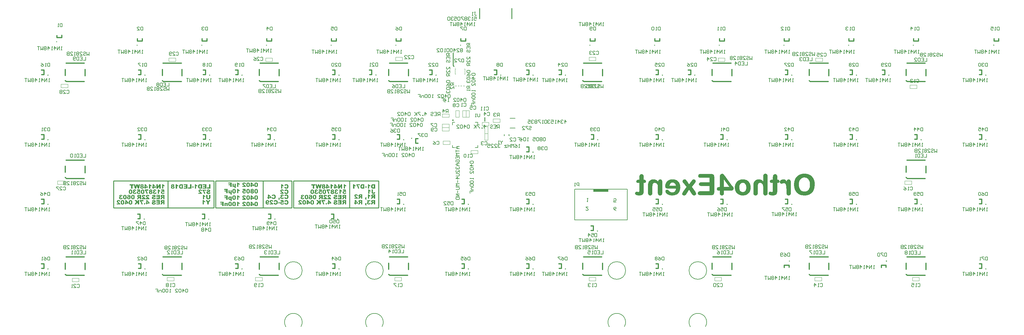
<source format=gbr>
%TF.GenerationSoftware,Altium Limited,Altium Designer,20.2.6 (244)*%
G04 Layer_Color=32896*
%FSLAX45Y45*%
%MOMM*%
%TF.SameCoordinates,2270FEAA-A680-44EA-805D-832D39C03FB4*%
%TF.FilePolarity,Positive*%
%TF.FileFunction,Legend,Bot*%
%TF.Part,Single*%
G01*
G75*
%TA.AperFunction,NonConductor*%
%ADD42C,0.12700*%
%ADD43C,0.20000*%
%ADD44C,0.25000*%
%ADD45C,0.30000*%
%ADD46C,0.25400*%
%ADD47C,0.10000*%
%ADD48C,0.15240*%
%ADD49R,4.50000X0.80000*%
G36*
X-6285347Y-4254417D02*
X-6282801Y-4258350D01*
X-6280256Y-4261821D01*
X-6277711Y-4264598D01*
X-6275397Y-4267143D01*
X-6273545Y-4268995D01*
X-6272389Y-4269920D01*
X-6272157Y-4270383D01*
X-6271926D01*
X-6267992Y-4273391D01*
X-6263364Y-4275936D01*
X-6258736Y-4278250D01*
X-6254340Y-4280333D01*
X-6250406Y-4281953D01*
X-6248555Y-4282647D01*
X-6247167Y-4283341D01*
X-6245778Y-4283572D01*
X-6244853Y-4284035D01*
X-6244390Y-4284267D01*
X-6244158D01*
Y-4312959D01*
X-6248555Y-4311571D01*
X-6252489Y-4310414D01*
X-6255728Y-4309026D01*
X-6258736Y-4307869D01*
X-6261050Y-4306943D01*
X-6262901Y-4306249D01*
X-6263827Y-4305786D01*
X-6264290Y-4305555D01*
X-6267298Y-4303935D01*
X-6270306Y-4302084D01*
X-6273314Y-4300233D01*
X-6275859Y-4298613D01*
X-6277942Y-4296993D01*
X-6279793Y-4295836D01*
X-6280719Y-4294911D01*
X-6281181Y-4294679D01*
Y-4378907D01*
X-6316816D01*
Y-4250020D01*
X-6287661D01*
X-6285347Y-4254417D01*
D02*
G37*
G36*
X-6158543Y-4250252D02*
X-6153221Y-4250714D01*
X-6148361Y-4251640D01*
X-6143733Y-4252566D01*
X-6139568Y-4253954D01*
X-6135635Y-4255342D01*
X-6131932Y-4256962D01*
X-6128924Y-4258350D01*
X-6125916Y-4259970D01*
X-6123602Y-4261590D01*
X-6121520Y-4262978D01*
X-6119668Y-4264367D01*
X-6118512Y-4265292D01*
X-6117355Y-4266218D01*
X-6116892Y-4266681D01*
X-6116660Y-4266912D01*
X-6113652Y-4270151D01*
X-6111107Y-4273854D01*
X-6109024Y-4277556D01*
X-6106942Y-4281490D01*
X-6105322Y-4285655D01*
X-6104165Y-4289589D01*
X-6103008Y-4293522D01*
X-6102083Y-4297456D01*
X-6101388Y-4301158D01*
X-6100926Y-4304398D01*
X-6100463Y-4307406D01*
X-6100231Y-4310183D01*
Y-4312265D01*
X-6100000Y-4313885D01*
Y-4314811D01*
Y-4315273D01*
X-6100463Y-4323603D01*
X-6100926Y-4327537D01*
X-6101388Y-4331239D01*
X-6102314Y-4334710D01*
X-6103008Y-4337950D01*
X-6103934Y-4340958D01*
X-6104859Y-4343503D01*
X-6105553Y-4346049D01*
X-6106479Y-4348131D01*
X-6107405Y-4349982D01*
X-6108099Y-4351371D01*
X-6108562Y-4352528D01*
X-6109024Y-4353453D01*
X-6109487Y-4353916D01*
Y-4354148D01*
X-6113189Y-4359470D01*
X-6116892Y-4363866D01*
X-6120825Y-4367337D01*
X-6124296Y-4370345D01*
X-6127304Y-4372428D01*
X-6129850Y-4374047D01*
X-6130775Y-4374510D01*
X-6131470Y-4374973D01*
X-6131701Y-4375204D01*
X-6131932D01*
X-6137254Y-4377056D01*
X-6142808Y-4378444D01*
X-6148593Y-4379601D01*
X-6153915Y-4380295D01*
X-6156460Y-4380526D01*
X-6158774Y-4380758D01*
X-6160625D01*
X-6162476Y-4380989D01*
X-6165947D01*
X-6171964Y-4380758D01*
X-6177517Y-4380295D01*
X-6182376Y-4379369D01*
X-6186310Y-4378444D01*
X-6189549Y-4377750D01*
X-6192095Y-4376824D01*
X-6192789Y-4376593D01*
X-6193483Y-4376361D01*
X-6193715Y-4376130D01*
X-6193946D01*
X-6197880Y-4374047D01*
X-6201582Y-4371733D01*
X-6204590Y-4369420D01*
X-6207367Y-4367106D01*
X-6209449Y-4364792D01*
X-6211069Y-4363172D01*
X-6212226Y-4362015D01*
X-6212457Y-4361552D01*
X-6215234Y-4357618D01*
X-6217317Y-4353685D01*
X-6219399Y-4349751D01*
X-6220788Y-4345817D01*
X-6222176Y-4342578D01*
X-6222870Y-4339801D01*
X-6223102Y-4338875D01*
X-6223333Y-4338181D01*
X-6223564Y-4337719D01*
Y-4337487D01*
X-6189318Y-4326843D01*
X-6188161Y-4331239D01*
X-6186773Y-4334942D01*
X-6185384Y-4338181D01*
X-6183996Y-4340727D01*
X-6182839Y-4342809D01*
X-6181682Y-4344198D01*
X-6180988Y-4345123D01*
X-6180756Y-4345355D01*
X-6178443Y-4347437D01*
X-6175666Y-4349057D01*
X-6172889Y-4349982D01*
X-6170112Y-4350908D01*
X-6167567Y-4351371D01*
X-6165484Y-4351602D01*
X-6163633D01*
X-6159468Y-4351371D01*
X-6155997Y-4350445D01*
X-6152758Y-4349288D01*
X-6150212Y-4347668D01*
X-6148361Y-4346280D01*
X-6146742Y-4345123D01*
X-6145816Y-4344198D01*
X-6145585Y-4343966D01*
X-6144428Y-4342346D01*
X-6143502Y-4340495D01*
X-6141882Y-4336099D01*
X-6140957Y-4331239D01*
X-6140031Y-4326612D01*
X-6139568Y-4322215D01*
Y-4320133D01*
X-6139337Y-4318513D01*
Y-4317124D01*
Y-4315967D01*
Y-4315273D01*
Y-4315042D01*
X-6139568Y-4309026D01*
X-6140263Y-4303935D01*
X-6140957Y-4299770D01*
X-6142114Y-4296299D01*
X-6143039Y-4293754D01*
X-6143733Y-4291671D01*
X-6144428Y-4290746D01*
X-6144659Y-4290283D01*
X-6146047Y-4288432D01*
X-6147436Y-4286580D01*
X-6150675Y-4284035D01*
X-6154146Y-4281953D01*
X-6157386Y-4280796D01*
X-6160394Y-4279870D01*
X-6162939Y-4279639D01*
X-6163633Y-4279407D01*
X-6167104D01*
X-6169187Y-4279870D01*
X-6171038Y-4280101D01*
X-6172658Y-4280564D01*
X-6173815Y-4281027D01*
X-6174972Y-4281490D01*
X-6175434Y-4281721D01*
X-6175666Y-4281953D01*
X-6178905Y-4284035D01*
X-6181451Y-4286349D01*
X-6182376Y-4287275D01*
X-6183302Y-4288200D01*
X-6183533Y-4288663D01*
X-6183765Y-4288894D01*
X-6184459Y-4290051D01*
X-6185153Y-4291208D01*
X-6186541Y-4293985D01*
X-6187004Y-4295142D01*
X-6187467Y-4296299D01*
X-6187698Y-4296993D01*
Y-4297225D01*
X-6222407Y-4289589D01*
X-6221019Y-4285886D01*
X-6219631Y-4282415D01*
X-6218011Y-4279407D01*
X-6216391Y-4276399D01*
X-6214771Y-4273622D01*
X-6212920Y-4271308D01*
X-6211301Y-4268995D01*
X-6209681Y-4267143D01*
X-6208061Y-4265292D01*
X-6206673Y-4263904D01*
X-6205284Y-4262515D01*
X-6204127Y-4261590D01*
X-6203202Y-4260664D01*
X-6202508Y-4260202D01*
X-6202045Y-4259739D01*
X-6201813D01*
X-6199037Y-4258119D01*
X-6196260Y-4256499D01*
X-6190244Y-4254185D01*
X-6183996Y-4252334D01*
X-6177748Y-4251177D01*
X-6174972Y-4250714D01*
X-6172426Y-4250483D01*
X-6170112Y-4250252D01*
X-6168030D01*
X-6166410Y-4250020D01*
X-6164096D01*
X-6158543Y-4250252D01*
D02*
G37*
G36*
X-6281644Y-4406581D02*
X-6276091Y-4407044D01*
X-6271232Y-4407738D01*
X-6267298Y-4408664D01*
X-6264058Y-4409590D01*
X-6261744Y-4410284D01*
X-6260356Y-4410747D01*
X-6260125Y-4410978D01*
X-6259893D01*
X-6256191Y-4412829D01*
X-6253183Y-4414912D01*
X-6250406Y-4416994D01*
X-6248324Y-4419077D01*
X-6246472Y-4420928D01*
X-6245084Y-4422316D01*
X-6244390Y-4423242D01*
X-6244158Y-4423705D01*
X-6242307Y-4427176D01*
X-6240688Y-4430878D01*
X-6239531Y-4434580D01*
X-6238374Y-4438282D01*
X-6237679Y-4441753D01*
X-6237217Y-4444299D01*
X-6236985Y-4445456D01*
X-6236754Y-4446150D01*
Y-4446613D01*
Y-4446844D01*
X-6272157Y-4449621D01*
X-6272851Y-4445918D01*
X-6273545Y-4442910D01*
X-6274471Y-4440365D01*
X-6275397Y-4438282D01*
X-6276322Y-4436663D01*
X-6277016Y-4435506D01*
X-6277479Y-4435043D01*
X-6277711Y-4434812D01*
X-6279562Y-4433423D01*
X-6281413Y-4432266D01*
X-6283264Y-4431572D01*
X-6284884Y-4430878D01*
X-6286504Y-4430646D01*
X-6287661Y-4430415D01*
X-6288817D01*
X-6291131Y-4430646D01*
X-6293214Y-4431109D01*
X-6295065Y-4431803D01*
X-6296685Y-4432498D01*
X-6298073Y-4433192D01*
X-6298999Y-4433886D01*
X-6299462Y-4434349D01*
X-6299693Y-4434580D01*
X-6301081Y-4436200D01*
X-6302238Y-4437820D01*
X-6302933Y-4439439D01*
X-6303627Y-4441059D01*
X-6303858Y-4442448D01*
X-6304089Y-4443605D01*
Y-4444299D01*
Y-4444530D01*
X-6303858Y-4446613D01*
X-6303395Y-4448464D01*
X-6302701Y-4450546D01*
X-6302007Y-4452166D01*
X-6301081Y-4453786D01*
X-6300387Y-4454943D01*
X-6299924Y-4455637D01*
X-6299693Y-4455868D01*
X-6298767Y-4457025D01*
X-6297610Y-4458414D01*
X-6294834Y-4461190D01*
X-6291363Y-4463967D01*
X-6288123Y-4466975D01*
X-6284884Y-4469521D01*
X-6282338Y-4471603D01*
X-6281181Y-4472297D01*
X-6280487Y-4472992D01*
X-6280025Y-4473223D01*
X-6279793Y-4473454D01*
X-6275165Y-4476925D01*
X-6271000Y-4480165D01*
X-6267066Y-4483404D01*
X-6263596Y-4486412D01*
X-6260356Y-4489421D01*
X-6257579Y-4491966D01*
X-6255034Y-4494511D01*
X-6252951Y-4496825D01*
X-6251100Y-4498908D01*
X-6249249Y-4500759D01*
X-6248092Y-4502379D01*
X-6246935Y-4503536D01*
X-6246010Y-4504693D01*
X-6245547Y-4505387D01*
X-6245315Y-4505850D01*
X-6245084Y-4506081D01*
X-6242076Y-4511172D01*
X-6239531Y-4516494D01*
X-6237679Y-4521353D01*
X-6236291Y-4525749D01*
X-6235134Y-4529683D01*
X-6234903Y-4531303D01*
X-6234671Y-4532691D01*
X-6234440Y-4533617D01*
X-6234209Y-4534542D01*
Y-4535005D01*
Y-4535237D01*
X-6340187D01*
Y-4506544D01*
X-6284884D01*
X-6288355Y-4503536D01*
X-6290900Y-4500990D01*
X-6291826Y-4500296D01*
X-6292520Y-4499602D01*
X-6292983Y-4499370D01*
X-6293214Y-4499139D01*
X-6294834Y-4497751D01*
X-6296916Y-4496131D01*
X-6299462Y-4494511D01*
X-6301776Y-4492891D01*
X-6304089Y-4491272D01*
X-6305941Y-4489883D01*
X-6307098Y-4488958D01*
X-6307560Y-4488726D01*
X-6310800Y-4486412D01*
X-6313808Y-4484098D01*
X-6316585Y-4481785D01*
X-6319130Y-4479702D01*
X-6321213Y-4477619D01*
X-6323295Y-4475768D01*
X-6326766Y-4472297D01*
X-6329311Y-4469521D01*
X-6330931Y-4467438D01*
X-6332088Y-4466050D01*
X-6332320Y-4465587D01*
X-6334634Y-4461653D01*
X-6336253Y-4457720D01*
X-6337642Y-4453786D01*
X-6338336Y-4450546D01*
X-6338799Y-4447538D01*
X-6339261Y-4445224D01*
Y-4444530D01*
Y-4443836D01*
Y-4443605D01*
Y-4443373D01*
X-6339030Y-4439439D01*
X-6338336Y-4435737D01*
X-6337410Y-4432266D01*
X-6336253Y-4429489D01*
X-6335096Y-4426944D01*
X-6334171Y-4425324D01*
X-6333477Y-4424167D01*
X-6333245Y-4423705D01*
X-6330931Y-4420697D01*
X-6328154Y-4417920D01*
X-6325378Y-4415837D01*
X-6322832Y-4413986D01*
X-6320518Y-4412598D01*
X-6318436Y-4411441D01*
X-6317279Y-4410978D01*
X-6317048Y-4410747D01*
X-6316816D01*
X-6312651Y-4409358D01*
X-6308023Y-4408201D01*
X-6303164Y-4407507D01*
X-6298536Y-4406813D01*
X-6294371Y-4406581D01*
X-6292520D01*
X-6290900Y-4406350D01*
X-6287892D01*
X-6281644Y-4406581D01*
D02*
G37*
G36*
X-6158543D02*
X-6153221Y-4407044D01*
X-6148361Y-4407970D01*
X-6143733Y-4408895D01*
X-6139568Y-4410284D01*
X-6135635Y-4411672D01*
X-6131932Y-4413292D01*
X-6128924Y-4414680D01*
X-6125916Y-4416300D01*
X-6123602Y-4417920D01*
X-6121520Y-4419308D01*
X-6119668Y-4420697D01*
X-6118512Y-4421622D01*
X-6117355Y-4422548D01*
X-6116892Y-4423010D01*
X-6116660Y-4423242D01*
X-6113652Y-4426481D01*
X-6111107Y-4430184D01*
X-6109024Y-4433886D01*
X-6106942Y-4437820D01*
X-6105322Y-4441985D01*
X-6104165Y-4445918D01*
X-6103008Y-4449852D01*
X-6102083Y-4453786D01*
X-6101388Y-4457488D01*
X-6100926Y-4460728D01*
X-6100463Y-4463736D01*
X-6100231Y-4466513D01*
Y-4468595D01*
X-6100000Y-4470215D01*
Y-4471140D01*
Y-4471603D01*
X-6100463Y-4479933D01*
X-6100926Y-4483867D01*
X-6101388Y-4487569D01*
X-6102314Y-4491040D01*
X-6103008Y-4494280D01*
X-6103934Y-4497288D01*
X-6104859Y-4499833D01*
X-6105553Y-4502379D01*
X-6106479Y-4504461D01*
X-6107405Y-4506312D01*
X-6108099Y-4507701D01*
X-6108562Y-4508858D01*
X-6109024Y-4509783D01*
X-6109487Y-4510246D01*
Y-4510477D01*
X-6113189Y-4515799D01*
X-6116892Y-4520196D01*
X-6120825Y-4523667D01*
X-6124296Y-4526675D01*
X-6127304Y-4528758D01*
X-6129850Y-4530377D01*
X-6130775Y-4530840D01*
X-6131470Y-4531303D01*
X-6131701Y-4531534D01*
X-6131932D01*
X-6137254Y-4533385D01*
X-6142808Y-4534774D01*
X-6148593Y-4535931D01*
X-6153915Y-4536625D01*
X-6156460Y-4536856D01*
X-6158774Y-4537088D01*
X-6160625D01*
X-6162476Y-4537319D01*
X-6165947D01*
X-6171964Y-4537088D01*
X-6177517Y-4536625D01*
X-6182376Y-4535699D01*
X-6186310Y-4534774D01*
X-6189549Y-4534080D01*
X-6192095Y-4533154D01*
X-6192789Y-4532923D01*
X-6193483Y-4532691D01*
X-6193715Y-4532460D01*
X-6193946D01*
X-6197880Y-4530377D01*
X-6201582Y-4528063D01*
X-6204590Y-4525749D01*
X-6207367Y-4523435D01*
X-6209449Y-4521122D01*
X-6211069Y-4519502D01*
X-6212226Y-4518345D01*
X-6212457Y-4517882D01*
X-6215234Y-4513948D01*
X-6217317Y-4510015D01*
X-6219399Y-4506081D01*
X-6220788Y-4502147D01*
X-6222176Y-4498908D01*
X-6222870Y-4496131D01*
X-6223102Y-4495205D01*
X-6223333Y-4494511D01*
X-6223564Y-4494048D01*
Y-4493817D01*
X-6189318Y-4483173D01*
X-6188161Y-4487569D01*
X-6186773Y-4491272D01*
X-6185384Y-4494511D01*
X-6183996Y-4497057D01*
X-6182839Y-4499139D01*
X-6181682Y-4500527D01*
X-6180988Y-4501453D01*
X-6180756Y-4501684D01*
X-6178443Y-4503767D01*
X-6175666Y-4505387D01*
X-6172889Y-4506312D01*
X-6170112Y-4507238D01*
X-6167567Y-4507701D01*
X-6165484Y-4507932D01*
X-6163633D01*
X-6159468Y-4507701D01*
X-6155997Y-4506775D01*
X-6152758Y-4505618D01*
X-6150212Y-4503998D01*
X-6148361Y-4502610D01*
X-6146742Y-4501453D01*
X-6145816Y-4500527D01*
X-6145585Y-4500296D01*
X-6144428Y-4498676D01*
X-6143502Y-4496825D01*
X-6141882Y-4492429D01*
X-6140957Y-4487569D01*
X-6140031Y-4482942D01*
X-6139568Y-4478545D01*
Y-4476462D01*
X-6139337Y-4474843D01*
Y-4473454D01*
Y-4472297D01*
Y-4471603D01*
Y-4471372D01*
X-6139568Y-4465356D01*
X-6140263Y-4460265D01*
X-6140957Y-4456100D01*
X-6142114Y-4452629D01*
X-6143039Y-4450084D01*
X-6143733Y-4448001D01*
X-6144428Y-4447075D01*
X-6144659Y-4446613D01*
X-6146047Y-4444761D01*
X-6147436Y-4442910D01*
X-6150675Y-4440365D01*
X-6154146Y-4438282D01*
X-6157386Y-4437125D01*
X-6160394Y-4436200D01*
X-6162939Y-4435969D01*
X-6163633Y-4435737D01*
X-6167104D01*
X-6169187Y-4436200D01*
X-6171038Y-4436431D01*
X-6172658Y-4436894D01*
X-6173815Y-4437357D01*
X-6174972Y-4437820D01*
X-6175434Y-4438051D01*
X-6175666Y-4438282D01*
X-6178905Y-4440365D01*
X-6181451Y-4442679D01*
X-6182376Y-4443605D01*
X-6183302Y-4444530D01*
X-6183533Y-4444993D01*
X-6183765Y-4445224D01*
X-6184459Y-4446381D01*
X-6185153Y-4447538D01*
X-6186541Y-4450315D01*
X-6187004Y-4451472D01*
X-6187467Y-4452629D01*
X-6187698Y-4453323D01*
Y-4453554D01*
X-6222407Y-4445918D01*
X-6221019Y-4442216D01*
X-6219631Y-4438745D01*
X-6218011Y-4435737D01*
X-6216391Y-4432729D01*
X-6214771Y-4429952D01*
X-6212920Y-4427638D01*
X-6211301Y-4425324D01*
X-6209681Y-4423473D01*
X-6208061Y-4421622D01*
X-6206673Y-4420234D01*
X-6205284Y-4418845D01*
X-6204127Y-4417920D01*
X-6203202Y-4416994D01*
X-6202508Y-4416531D01*
X-6202045Y-4416069D01*
X-6201813D01*
X-6199037Y-4414449D01*
X-6196260Y-4412829D01*
X-6190244Y-4410515D01*
X-6183996Y-4408664D01*
X-6177748Y-4407507D01*
X-6174972Y-4407044D01*
X-6172426Y-4406813D01*
X-6170112Y-4406581D01*
X-6168030D01*
X-6166410Y-4406350D01*
X-6164096D01*
X-6158543Y-4406581D01*
D02*
G37*
G36*
X-6279330Y-4554952D02*
X-6275859Y-4555183D01*
X-6272620Y-4555877D01*
X-6269612Y-4556571D01*
X-6266835Y-4557265D01*
X-6264290Y-4557960D01*
X-6262207Y-4558654D01*
X-6260125Y-4559579D01*
X-6258273Y-4560274D01*
X-6256885Y-4560968D01*
X-6255728Y-4561662D01*
X-6254571Y-4562356D01*
X-6253877Y-4562588D01*
X-6253646Y-4563050D01*
X-6253414D01*
X-6249249Y-4566521D01*
X-6246010Y-4570455D01*
X-6243233Y-4574620D01*
X-6241150Y-4578554D01*
X-6239531Y-4582025D01*
X-6239068Y-4583644D01*
X-6238374Y-4585033D01*
X-6238142Y-4585958D01*
X-6237911Y-4586884D01*
X-6237679Y-4587347D01*
Y-4587578D01*
X-6271000Y-4593363D01*
X-6271694Y-4590123D01*
X-6272389Y-4587347D01*
X-6273314Y-4585264D01*
X-6274008Y-4583413D01*
X-6274934Y-4582025D01*
X-6275397Y-4581099D01*
X-6275859Y-4580636D01*
X-6276091Y-4580405D01*
X-6277711Y-4579016D01*
X-6279330Y-4578091D01*
X-6280950Y-4577397D01*
X-6282570Y-4576934D01*
X-6284190Y-4576703D01*
X-6285347Y-4576471D01*
X-6286272D01*
X-6288586Y-4576703D01*
X-6290437Y-4576934D01*
X-6292057Y-4577628D01*
X-6293445Y-4578091D01*
X-6294602Y-4578785D01*
X-6295297Y-4579479D01*
X-6295759Y-4579711D01*
X-6295991Y-4579942D01*
X-6297148Y-4581330D01*
X-6298073Y-4582950D01*
X-6298536Y-4584339D01*
X-6298999Y-4585958D01*
X-6299230Y-4587115D01*
X-6299462Y-4588272D01*
Y-4588966D01*
Y-4589198D01*
X-6299230Y-4591280D01*
X-6298767Y-4593363D01*
X-6297842Y-4595214D01*
X-6297148Y-4596602D01*
X-6296222Y-4597991D01*
X-6295297Y-4598916D01*
X-6294834Y-4599379D01*
X-6294602Y-4599611D01*
X-6292751Y-4600999D01*
X-6290900Y-4601925D01*
X-6288817Y-4602850D01*
X-6287198Y-4603313D01*
X-6285578Y-4603544D01*
X-6284190Y-4603776D01*
X-6281644D01*
X-6280025Y-4603544D01*
X-6278405D01*
X-6276785Y-4628535D01*
X-6279330Y-4627841D01*
X-6281644Y-4627378D01*
X-6283495Y-4626915D01*
X-6285115Y-4626684D01*
X-6286504Y-4626452D01*
X-6288123D01*
X-6290900Y-4626684D01*
X-6293445Y-4627146D01*
X-6295528Y-4628072D01*
X-6297379Y-4628766D01*
X-6298767Y-4629692D01*
X-6299693Y-4630617D01*
X-6300387Y-4631080D01*
X-6300619Y-4631312D01*
X-6302238Y-4633394D01*
X-6303395Y-4635477D01*
X-6304089Y-4637791D01*
X-6304784Y-4639873D01*
X-6305015Y-4641956D01*
X-6305246Y-4643575D01*
Y-4644501D01*
Y-4644964D01*
X-6305015Y-4647972D01*
X-6304552Y-4650749D01*
X-6303627Y-4653294D01*
X-6302933Y-4655145D01*
X-6302007Y-4656765D01*
X-6301081Y-4657922D01*
X-6300619Y-4658616D01*
X-6300387Y-4658847D01*
X-6298536Y-4660467D01*
X-6296685Y-4661856D01*
X-6294602Y-4662781D01*
X-6292751Y-4663244D01*
X-6291131Y-4663707D01*
X-6289743Y-4663938D01*
X-6288586D01*
X-6286041Y-4663707D01*
X-6283958Y-4663244D01*
X-6281876Y-4662781D01*
X-6280256Y-4661856D01*
X-6279099Y-4661161D01*
X-6277942Y-4660699D01*
X-6277479Y-4660236D01*
X-6277248Y-4660004D01*
X-6275859Y-4658153D01*
X-6274471Y-4655839D01*
X-6272620Y-4650980D01*
X-6271926Y-4648666D01*
X-6271463Y-4646815D01*
X-6271000Y-4645658D01*
Y-4645195D01*
X-6235828Y-4650054D01*
X-6237217Y-4654220D01*
X-6238836Y-4658153D01*
X-6240225Y-4661393D01*
X-6241845Y-4664401D01*
X-6243233Y-4666715D01*
X-6244390Y-4668335D01*
X-6245315Y-4669260D01*
X-6245547Y-4669723D01*
X-6248092Y-4672500D01*
X-6250869Y-4674814D01*
X-6253646Y-4676896D01*
X-6256191Y-4678516D01*
X-6258505Y-4679904D01*
X-6260356Y-4680830D01*
X-6261513Y-4681293D01*
X-6261976Y-4681524D01*
X-6266141Y-4682912D01*
X-6270537Y-4683838D01*
X-6275165Y-4684532D01*
X-6279562Y-4684995D01*
X-6283264Y-4685226D01*
X-6285115D01*
X-6286504Y-4685458D01*
X-6289280D01*
X-6295528Y-4685226D01*
X-6301313Y-4684532D01*
X-6306172Y-4683838D01*
X-6310337Y-4682681D01*
X-6313577Y-4681755D01*
X-6314965Y-4681293D01*
X-6315891Y-4681061D01*
X-6316816Y-4680598D01*
X-6317510Y-4680367D01*
X-6317742Y-4680136D01*
X-6317973D01*
X-6321907Y-4677822D01*
X-6325146Y-4675276D01*
X-6327923Y-4672731D01*
X-6330468Y-4670186D01*
X-6332320Y-4667872D01*
X-6333477Y-4666021D01*
X-6334402Y-4664864D01*
X-6334634Y-4664401D01*
X-6336716Y-4660467D01*
X-6338104Y-4656765D01*
X-6339261Y-4653294D01*
X-6339956Y-4649823D01*
X-6340418Y-4647046D01*
X-6340650Y-4644964D01*
Y-4643575D01*
Y-4643344D01*
Y-4643113D01*
X-6340418Y-4639873D01*
X-6340187Y-4637096D01*
X-6339493Y-4634551D01*
X-6338799Y-4632237D01*
X-6338104Y-4630617D01*
X-6337642Y-4629229D01*
X-6337179Y-4628303D01*
X-6336947Y-4628072D01*
X-6335559Y-4625758D01*
X-6333939Y-4623676D01*
X-6332320Y-4621824D01*
X-6330700Y-4620436D01*
X-6329311Y-4619279D01*
X-6328154Y-4618353D01*
X-6327460Y-4617891D01*
X-6327229Y-4617659D01*
X-6325609Y-4616734D01*
X-6323758Y-4616040D01*
X-6320287Y-4614651D01*
X-6318667Y-4614188D01*
X-6317279Y-4613726D01*
X-6316353Y-4613494D01*
X-6316122D01*
X-6319362Y-4611643D01*
X-6322138Y-4609561D01*
X-6324452Y-4607478D01*
X-6326303Y-4605858D01*
X-6327692Y-4604238D01*
X-6328617Y-4603081D01*
X-6329311Y-4602156D01*
X-6329543Y-4601925D01*
X-6331163Y-4599379D01*
X-6332320Y-4596834D01*
X-6333014Y-4594288D01*
X-6333708Y-4591975D01*
X-6333939Y-4590123D01*
X-6334171Y-4588504D01*
Y-4587578D01*
Y-4587115D01*
X-6333939Y-4584570D01*
X-6333708Y-4582025D01*
X-6332551Y-4577397D01*
X-6330700Y-4573463D01*
X-6328617Y-4570224D01*
X-6326535Y-4567447D01*
X-6324915Y-4565364D01*
X-6323527Y-4564207D01*
X-6323295Y-4563744D01*
X-6323064D01*
X-6320750Y-4562125D01*
X-6318436Y-4560736D01*
X-6312651Y-4558422D01*
X-6306866Y-4556803D01*
X-6300850Y-4555646D01*
X-6298073Y-4555183D01*
X-6295528Y-4554952D01*
X-6293214Y-4554720D01*
X-6291131D01*
X-6289280Y-4554489D01*
X-6286966D01*
X-6279330Y-4554952D01*
D02*
G37*
G36*
X-6158543Y-4554720D02*
X-6153221Y-4555183D01*
X-6148361Y-4556108D01*
X-6143733Y-4557034D01*
X-6139568Y-4558422D01*
X-6135635Y-4559811D01*
X-6131932Y-4561431D01*
X-6128924Y-4562819D01*
X-6125916Y-4564439D01*
X-6123602Y-4566058D01*
X-6121520Y-4567447D01*
X-6119668Y-4568835D01*
X-6118512Y-4569761D01*
X-6117355Y-4570686D01*
X-6116892Y-4571149D01*
X-6116660Y-4571380D01*
X-6113652Y-4574620D01*
X-6111107Y-4578322D01*
X-6109024Y-4582025D01*
X-6106942Y-4585958D01*
X-6105322Y-4590123D01*
X-6104165Y-4594057D01*
X-6103008Y-4597991D01*
X-6102083Y-4601925D01*
X-6101388Y-4605627D01*
X-6100926Y-4608866D01*
X-6100463Y-4611874D01*
X-6100231Y-4614651D01*
Y-4616734D01*
X-6100000Y-4618353D01*
Y-4619279D01*
Y-4619742D01*
X-6100463Y-4628072D01*
X-6100926Y-4632006D01*
X-6101388Y-4635708D01*
X-6102314Y-4639179D01*
X-6103008Y-4642418D01*
X-6103934Y-4645427D01*
X-6104859Y-4647972D01*
X-6105553Y-4650517D01*
X-6106479Y-4652600D01*
X-6107405Y-4654451D01*
X-6108099Y-4655839D01*
X-6108562Y-4656996D01*
X-6109024Y-4657922D01*
X-6109487Y-4658385D01*
Y-4658616D01*
X-6113189Y-4663938D01*
X-6116892Y-4668335D01*
X-6120825Y-4671805D01*
X-6124296Y-4674814D01*
X-6127304Y-4676896D01*
X-6129850Y-4678516D01*
X-6130775Y-4678979D01*
X-6131470Y-4679441D01*
X-6131701Y-4679673D01*
X-6131932D01*
X-6137254Y-4681524D01*
X-6142808Y-4682912D01*
X-6148593Y-4684069D01*
X-6153915Y-4684764D01*
X-6156460Y-4684995D01*
X-6158774Y-4685226D01*
X-6160625D01*
X-6162476Y-4685458D01*
X-6165947D01*
X-6171964Y-4685226D01*
X-6177517Y-4684764D01*
X-6182376Y-4683838D01*
X-6186310Y-4682912D01*
X-6189549Y-4682218D01*
X-6192095Y-4681293D01*
X-6192789Y-4681061D01*
X-6193483Y-4680830D01*
X-6193715Y-4680598D01*
X-6193946D01*
X-6197880Y-4678516D01*
X-6201582Y-4676202D01*
X-6204590Y-4673888D01*
X-6207367Y-4671574D01*
X-6209449Y-4669260D01*
X-6211069Y-4667640D01*
X-6212226Y-4666483D01*
X-6212457Y-4666021D01*
X-6215234Y-4662087D01*
X-6217317Y-4658153D01*
X-6219399Y-4654220D01*
X-6220788Y-4650286D01*
X-6222176Y-4647046D01*
X-6222870Y-4644270D01*
X-6223102Y-4643344D01*
X-6223333Y-4642650D01*
X-6223564Y-4642187D01*
Y-4641956D01*
X-6189318Y-4631312D01*
X-6188161Y-4635708D01*
X-6186773Y-4639410D01*
X-6185384Y-4642650D01*
X-6183996Y-4645195D01*
X-6182839Y-4647278D01*
X-6181682Y-4648666D01*
X-6180988Y-4649592D01*
X-6180756Y-4649823D01*
X-6178443Y-4651906D01*
X-6175666Y-4653525D01*
X-6172889Y-4654451D01*
X-6170112Y-4655377D01*
X-6167567Y-4655839D01*
X-6165484Y-4656071D01*
X-6163633D01*
X-6159468Y-4655839D01*
X-6155997Y-4654914D01*
X-6152758Y-4653757D01*
X-6150212Y-4652137D01*
X-6148361Y-4650749D01*
X-6146742Y-4649592D01*
X-6145816Y-4648666D01*
X-6145585Y-4648435D01*
X-6144428Y-4646815D01*
X-6143502Y-4644964D01*
X-6141882Y-4640567D01*
X-6140957Y-4635708D01*
X-6140031Y-4631080D01*
X-6139568Y-4626684D01*
Y-4624601D01*
X-6139337Y-4622981D01*
Y-4621593D01*
Y-4620436D01*
Y-4619742D01*
Y-4619510D01*
X-6139568Y-4613494D01*
X-6140263Y-4608404D01*
X-6140957Y-4604238D01*
X-6142114Y-4600768D01*
X-6143039Y-4598222D01*
X-6143733Y-4596140D01*
X-6144428Y-4595214D01*
X-6144659Y-4594751D01*
X-6146047Y-4592900D01*
X-6147436Y-4591049D01*
X-6150675Y-4588504D01*
X-6154146Y-4586421D01*
X-6157386Y-4585264D01*
X-6160394Y-4584339D01*
X-6162939Y-4584107D01*
X-6163633Y-4583876D01*
X-6167104D01*
X-6169187Y-4584339D01*
X-6171038Y-4584570D01*
X-6172658Y-4585033D01*
X-6173815Y-4585496D01*
X-6174972Y-4585958D01*
X-6175434Y-4586190D01*
X-6175666Y-4586421D01*
X-6178905Y-4588504D01*
X-6181451Y-4590818D01*
X-6182376Y-4591743D01*
X-6183302Y-4592669D01*
X-6183533Y-4593132D01*
X-6183765Y-4593363D01*
X-6184459Y-4594520D01*
X-6185153Y-4595677D01*
X-6186541Y-4598454D01*
X-6187004Y-4599611D01*
X-6187467Y-4600768D01*
X-6187698Y-4601462D01*
Y-4601693D01*
X-6222407Y-4594057D01*
X-6221019Y-4590355D01*
X-6219631Y-4586884D01*
X-6218011Y-4583876D01*
X-6216391Y-4580868D01*
X-6214771Y-4578091D01*
X-6212920Y-4575777D01*
X-6211301Y-4573463D01*
X-6209681Y-4571612D01*
X-6208061Y-4569761D01*
X-6206673Y-4568372D01*
X-6205284Y-4566984D01*
X-6204127Y-4566058D01*
X-6203202Y-4565133D01*
X-6202508Y-4564670D01*
X-6202045Y-4564207D01*
X-6201813D01*
X-6199037Y-4562588D01*
X-6196260Y-4560968D01*
X-6190244Y-4558654D01*
X-6183996Y-4556803D01*
X-6177748Y-4555646D01*
X-6174972Y-4555183D01*
X-6172426Y-4554952D01*
X-6170112Y-4554720D01*
X-6168030D01*
X-6166410Y-4554489D01*
X-6164096D01*
X-6158543Y-4554720D01*
D02*
G37*
G36*
X-6532707D02*
X-6527385Y-4555183D01*
X-6522525Y-4556108D01*
X-6517898Y-4557034D01*
X-6513732Y-4558422D01*
X-6509799Y-4559811D01*
X-6506096Y-4561431D01*
X-6503088Y-4562819D01*
X-6500080Y-4564439D01*
X-6497766Y-4566058D01*
X-6495684Y-4567447D01*
X-6493833Y-4568835D01*
X-6492676Y-4569761D01*
X-6491519Y-4570686D01*
X-6491056Y-4571149D01*
X-6490824Y-4571380D01*
X-6487816Y-4574620D01*
X-6485271Y-4578322D01*
X-6483188Y-4582025D01*
X-6481106Y-4585958D01*
X-6479486Y-4590123D01*
X-6478329Y-4594057D01*
X-6477172Y-4597991D01*
X-6476247Y-4601925D01*
X-6475552Y-4605627D01*
X-6475090Y-4608866D01*
X-6474627Y-4611874D01*
X-6474395Y-4614651D01*
Y-4616734D01*
X-6474164Y-4618353D01*
Y-4619279D01*
Y-4619742D01*
X-6474627Y-4628072D01*
X-6475090Y-4632006D01*
X-6475552Y-4635708D01*
X-6476478Y-4639179D01*
X-6477172Y-4642418D01*
X-6478098Y-4645427D01*
X-6479023Y-4647972D01*
X-6479718Y-4650517D01*
X-6480643Y-4652600D01*
X-6481569Y-4654451D01*
X-6482263Y-4655839D01*
X-6482726Y-4656996D01*
X-6483188Y-4657922D01*
X-6483651Y-4658385D01*
Y-4658616D01*
X-6487354Y-4663938D01*
X-6491056Y-4668335D01*
X-6494990Y-4671805D01*
X-6498460Y-4674814D01*
X-6501469Y-4676896D01*
X-6504014Y-4678516D01*
X-6504939Y-4678979D01*
X-6505634Y-4679441D01*
X-6505865Y-4679673D01*
X-6506096D01*
X-6511419Y-4681524D01*
X-6516972Y-4682912D01*
X-6522757Y-4684069D01*
X-6528079Y-4684764D01*
X-6530624Y-4684995D01*
X-6532938Y-4685226D01*
X-6534789D01*
X-6536640Y-4685458D01*
X-6540111D01*
X-6546128Y-4685226D01*
X-6551681Y-4684764D01*
X-6556540Y-4683838D01*
X-6560474Y-4682912D01*
X-6563714Y-4682218D01*
X-6566259Y-4681293D01*
X-6566953Y-4681061D01*
X-6567647Y-4680830D01*
X-6567879Y-4680598D01*
X-6568110D01*
X-6572044Y-4678516D01*
X-6575746Y-4676202D01*
X-6578754Y-4673888D01*
X-6581531Y-4671574D01*
X-6583613Y-4669260D01*
X-6585233Y-4667640D01*
X-6586390Y-4666483D01*
X-6586622Y-4666021D01*
X-6589398Y-4662087D01*
X-6591481Y-4658153D01*
X-6593563Y-4654220D01*
X-6594952Y-4650286D01*
X-6596340Y-4647046D01*
X-6597034Y-4644270D01*
X-6597266Y-4643344D01*
X-6597497Y-4642650D01*
X-6597728Y-4642187D01*
Y-4641956D01*
X-6563482Y-4631312D01*
X-6562325Y-4635708D01*
X-6560937Y-4639410D01*
X-6559548Y-4642650D01*
X-6558160Y-4645195D01*
X-6557003Y-4647278D01*
X-6555846Y-4648666D01*
X-6555152Y-4649592D01*
X-6554921Y-4649823D01*
X-6552607Y-4651906D01*
X-6549830Y-4653525D01*
X-6547053Y-4654451D01*
X-6544276Y-4655377D01*
X-6541731Y-4655839D01*
X-6539649Y-4656071D01*
X-6537797D01*
X-6533632Y-4655839D01*
X-6530161Y-4654914D01*
X-6526922Y-4653757D01*
X-6524377Y-4652137D01*
X-6522525Y-4650749D01*
X-6520906Y-4649592D01*
X-6519980Y-4648666D01*
X-6519749Y-4648435D01*
X-6518592Y-4646815D01*
X-6517666Y-4644964D01*
X-6516046Y-4640567D01*
X-6515121Y-4635708D01*
X-6514195Y-4631080D01*
X-6513732Y-4626684D01*
Y-4624601D01*
X-6513501Y-4622981D01*
Y-4621593D01*
Y-4620436D01*
Y-4619742D01*
Y-4619510D01*
X-6513732Y-4613494D01*
X-6514427Y-4608404D01*
X-6515121Y-4604238D01*
X-6516278Y-4600768D01*
X-6517203Y-4598222D01*
X-6517898Y-4596140D01*
X-6518592Y-4595214D01*
X-6518823Y-4594751D01*
X-6520211Y-4592900D01*
X-6521600Y-4591049D01*
X-6524839Y-4588504D01*
X-6528310Y-4586421D01*
X-6531550Y-4585264D01*
X-6534558Y-4584339D01*
X-6537103Y-4584107D01*
X-6537797Y-4583876D01*
X-6541268D01*
X-6543351Y-4584339D01*
X-6545202Y-4584570D01*
X-6546822Y-4585033D01*
X-6547979Y-4585496D01*
X-6549136Y-4585958D01*
X-6549599Y-4586190D01*
X-6549830Y-4586421D01*
X-6553069Y-4588504D01*
X-6555615Y-4590818D01*
X-6556540Y-4591743D01*
X-6557466Y-4592669D01*
X-6557697Y-4593132D01*
X-6557929Y-4593363D01*
X-6558623Y-4594520D01*
X-6559317Y-4595677D01*
X-6560705Y-4598454D01*
X-6561168Y-4599611D01*
X-6561631Y-4600768D01*
X-6561862Y-4601462D01*
Y-4601693D01*
X-6596572Y-4594057D01*
X-6595183Y-4590355D01*
X-6593795Y-4586884D01*
X-6592175Y-4583876D01*
X-6590555Y-4580868D01*
X-6588936Y-4578091D01*
X-6587084Y-4575777D01*
X-6585465Y-4573463D01*
X-6583845Y-4571612D01*
X-6582225Y-4569761D01*
X-6580837Y-4568372D01*
X-6579448Y-4566984D01*
X-6578291Y-4566058D01*
X-6577366Y-4565133D01*
X-6576672Y-4564670D01*
X-6576209Y-4564207D01*
X-6575977D01*
X-6573201Y-4562588D01*
X-6570424Y-4560968D01*
X-6564408Y-4558654D01*
X-6558160Y-4556803D01*
X-6551912Y-4555646D01*
X-6549136Y-4555183D01*
X-6546590Y-4554952D01*
X-6544276Y-4554720D01*
X-6542194D01*
X-6540574Y-4554489D01*
X-6538260D01*
X-6532707Y-4554720D01*
D02*
G37*
G36*
X-6607447Y-4630849D02*
Y-4659773D01*
X-6671775D01*
Y-4683375D01*
X-6702550D01*
Y-4659773D01*
X-6718516D01*
Y-4632469D01*
X-6702550D01*
Y-4554489D01*
X-6671775D01*
X-6607447Y-4630849D01*
D02*
G37*
G36*
X-6358467Y-4683375D02*
X-6376516D01*
X-6376284Y-4685689D01*
X-6375590Y-4687772D01*
X-6374896Y-4689623D01*
X-6374202Y-4691243D01*
X-6373508Y-4692400D01*
X-6372814Y-4693325D01*
X-6372351Y-4694019D01*
X-6372119Y-4694251D01*
X-6370500Y-4695870D01*
X-6368417Y-4697722D01*
X-6364021Y-4700498D01*
X-6361707Y-4701887D01*
X-6360087Y-4702812D01*
X-6358930Y-4703275D01*
X-6358698Y-4703506D01*
X-6358467D01*
X-6366566Y-4719010D01*
X-6372119Y-4716233D01*
X-6376979Y-4713456D01*
X-6380912Y-4710680D01*
X-6384152Y-4708134D01*
X-6386466Y-4705820D01*
X-6388086Y-4704201D01*
X-6389242Y-4703044D01*
X-6389474Y-4702581D01*
X-6391788Y-4698879D01*
X-6393408Y-4694713D01*
X-6394565Y-4690548D01*
X-6395259Y-4686615D01*
X-6395953Y-4683144D01*
Y-4681524D01*
X-6396184Y-4680136D01*
Y-4679210D01*
Y-4678285D01*
Y-4677822D01*
Y-4677590D01*
Y-4648435D01*
X-6358467D01*
Y-4683375D01*
D02*
G37*
G36*
X-6596803Y-4719241D02*
X-6591249Y-4719704D01*
X-6586390Y-4720398D01*
X-6582456Y-4721324D01*
X-6579217Y-4722249D01*
X-6576903Y-4722944D01*
X-6575515Y-4723406D01*
X-6575283Y-4723638D01*
X-6575052D01*
X-6571350Y-4725489D01*
X-6568341Y-4727571D01*
X-6565565Y-4729654D01*
X-6563482Y-4731737D01*
X-6561631Y-4733588D01*
X-6560243Y-4734976D01*
X-6559548Y-4735902D01*
X-6559317Y-4736364D01*
X-6557466Y-4739835D01*
X-6555846Y-4743538D01*
X-6554689Y-4747240D01*
X-6553532Y-4750942D01*
X-6552838Y-4754413D01*
X-6552375Y-4756958D01*
X-6552144Y-4758115D01*
X-6551912Y-4758810D01*
Y-4759272D01*
Y-4759504D01*
X-6587316Y-4762281D01*
X-6588010Y-4758578D01*
X-6588704Y-4755570D01*
X-6589630Y-4753025D01*
X-6590555Y-4750942D01*
X-6591481Y-4749322D01*
X-6592175Y-4748166D01*
X-6592638Y-4747703D01*
X-6592869Y-4747471D01*
X-6594720Y-4746083D01*
X-6596572Y-4744926D01*
X-6598423Y-4744232D01*
X-6600042Y-4743538D01*
X-6601662Y-4743306D01*
X-6602819Y-4743075D01*
X-6603976D01*
X-6606290Y-4743306D01*
X-6608373Y-4743769D01*
X-6610224Y-4744463D01*
X-6611844Y-4745157D01*
X-6613232Y-4745852D01*
X-6614157Y-4746546D01*
X-6614620Y-4747009D01*
X-6614852Y-4747240D01*
X-6616240Y-4748860D01*
X-6617397Y-4750479D01*
X-6618091Y-4752099D01*
X-6618785Y-4753719D01*
X-6619017Y-4755107D01*
X-6619248Y-4756264D01*
Y-4756958D01*
Y-4757190D01*
X-6619017Y-4759272D01*
X-6618554Y-4761124D01*
X-6617860Y-4763206D01*
X-6617166Y-4764826D01*
X-6616240Y-4766446D01*
X-6615546Y-4767603D01*
X-6615083Y-4768297D01*
X-6614852Y-4768528D01*
X-6613926Y-4769685D01*
X-6612769Y-4771074D01*
X-6609992Y-4773850D01*
X-6606521Y-4776627D01*
X-6603282Y-4779635D01*
X-6600042Y-4782180D01*
X-6597497Y-4784263D01*
X-6596340Y-4784957D01*
X-6595646Y-4785651D01*
X-6595183Y-4785883D01*
X-6594952Y-4786114D01*
X-6590324Y-4789585D01*
X-6586159Y-4792825D01*
X-6582225Y-4796064D01*
X-6578754Y-4799072D01*
X-6575515Y-4802080D01*
X-6572738Y-4804626D01*
X-6570193Y-4807171D01*
X-6568110Y-4809485D01*
X-6566259Y-4811567D01*
X-6564408Y-4813419D01*
X-6563251Y-4815038D01*
X-6562094Y-4816195D01*
X-6561168Y-4817352D01*
X-6560705Y-4818046D01*
X-6560474Y-4818509D01*
X-6560243Y-4818741D01*
X-6557235Y-4823831D01*
X-6554689Y-4829153D01*
X-6552838Y-4834013D01*
X-6551450Y-4838409D01*
X-6550293Y-4842343D01*
X-6550061Y-4843963D01*
X-6549830Y-4845351D01*
X-6549599Y-4846277D01*
X-6549367Y-4847202D01*
Y-4847665D01*
Y-4847896D01*
X-6655346D01*
Y-4819203D01*
X-6600042D01*
X-6603513Y-4816195D01*
X-6606059Y-4813650D01*
X-6606984Y-4812956D01*
X-6607678Y-4812262D01*
X-6608141Y-4812030D01*
X-6608373Y-4811799D01*
X-6609992Y-4810410D01*
X-6612075Y-4808791D01*
X-6614620Y-4807171D01*
X-6616934Y-4805551D01*
X-6619248Y-4803931D01*
X-6621099Y-4802543D01*
X-6622256Y-4801618D01*
X-6622719Y-4801386D01*
X-6625959Y-4799072D01*
X-6628967Y-4796758D01*
X-6631743Y-4794444D01*
X-6634289Y-4792362D01*
X-6636371Y-4790279D01*
X-6638454Y-4788428D01*
X-6641925Y-4784957D01*
X-6644470Y-4782180D01*
X-6646090Y-4780098D01*
X-6647247Y-4778710D01*
X-6647478Y-4778247D01*
X-6649792Y-4774313D01*
X-6651412Y-4770379D01*
X-6652800Y-4766446D01*
X-6653494Y-4763206D01*
X-6653957Y-4760198D01*
X-6654420Y-4757884D01*
Y-4757190D01*
Y-4756496D01*
Y-4756264D01*
Y-4756033D01*
X-6654189Y-4752099D01*
X-6653494Y-4748397D01*
X-6652569Y-4744926D01*
X-6651412Y-4742149D01*
X-6650255Y-4739604D01*
X-6649329Y-4737984D01*
X-6648635Y-4736827D01*
X-6648404Y-4736364D01*
X-6646090Y-4733356D01*
X-6643313Y-4730580D01*
X-6640536Y-4728497D01*
X-6637991Y-4726646D01*
X-6635677Y-4725258D01*
X-6633595Y-4724101D01*
X-6632438Y-4723638D01*
X-6632206Y-4723406D01*
X-6631975D01*
X-6627810Y-4722018D01*
X-6623182Y-4720861D01*
X-6618323Y-4720167D01*
X-6613695Y-4719473D01*
X-6609530Y-4719241D01*
X-6607678D01*
X-6606059Y-4719010D01*
X-6603051D01*
X-6596803Y-4719241D01*
D02*
G37*
G36*
X-6239993Y-4789354D02*
X-6269843Y-4793750D01*
X-6271463Y-4792130D01*
X-6272851Y-4790742D01*
X-6274240Y-4789585D01*
X-6275397Y-4788659D01*
X-6276322Y-4787965D01*
X-6277016Y-4787502D01*
X-6277479Y-4787040D01*
X-6277711D01*
X-6279562Y-4786114D01*
X-6281413Y-4785651D01*
X-6284421Y-4784726D01*
X-6285809D01*
X-6286735Y-4784494D01*
X-6287661D01*
X-6290437Y-4784726D01*
X-6293214Y-4785420D01*
X-6295297Y-4786114D01*
X-6297148Y-4787040D01*
X-6298767Y-4788197D01*
X-6299693Y-4788891D01*
X-6300387Y-4789585D01*
X-6300619Y-4789816D01*
X-6302238Y-4792130D01*
X-6303395Y-4794676D01*
X-6304321Y-4797452D01*
X-6304784Y-4800229D01*
X-6305246Y-4802543D01*
X-6305478Y-4804626D01*
Y-4806014D01*
Y-4806245D01*
Y-4806477D01*
X-6305246Y-4810410D01*
X-6304784Y-4813650D01*
X-6303858Y-4816427D01*
X-6303164Y-4818741D01*
X-6302238Y-4820592D01*
X-6301313Y-4821749D01*
X-6300850Y-4822674D01*
X-6300619Y-4822906D01*
X-6298767Y-4824757D01*
X-6296685Y-4826145D01*
X-6294602Y-4827071D01*
X-6292751Y-4827765D01*
X-6290900Y-4828228D01*
X-6289512Y-4828459D01*
X-6288355D01*
X-6286041Y-4828228D01*
X-6283727Y-4827765D01*
X-6281644Y-4827071D01*
X-6280025Y-4826145D01*
X-6278636Y-4825451D01*
X-6277711Y-4824757D01*
X-6277016Y-4824294D01*
X-6276785Y-4824063D01*
X-6275165Y-4822212D01*
X-6274008Y-4820129D01*
X-6272851Y-4818046D01*
X-6272157Y-4815964D01*
X-6271694Y-4814113D01*
X-6271232Y-4812493D01*
X-6271000Y-4811567D01*
Y-4811105D01*
X-6235365Y-4815038D01*
X-6236291Y-4818278D01*
X-6237448Y-4821286D01*
X-6238374Y-4823831D01*
X-6239531Y-4825914D01*
X-6240225Y-4827765D01*
X-6240919Y-4828922D01*
X-6241382Y-4829848D01*
X-6241613Y-4830079D01*
X-6244853Y-4834244D01*
X-6246472Y-4836095D01*
X-6248092Y-4837484D01*
X-6249712Y-4838872D01*
X-6250869Y-4839798D01*
X-6251563Y-4840492D01*
X-6251794Y-4840723D01*
X-6256885Y-4843731D01*
X-6259430Y-4844888D01*
X-6261976Y-4845814D01*
X-6264058Y-4846739D01*
X-6265678Y-4847202D01*
X-6266604Y-4847434D01*
X-6267066Y-4847665D01*
X-6270537Y-4848359D01*
X-6274240Y-4849053D01*
X-6277942Y-4849516D01*
X-6281181Y-4849747D01*
X-6284190D01*
X-6286504Y-4849979D01*
X-6288586D01*
X-6294834Y-4849747D01*
X-6300387Y-4849053D01*
X-6305478Y-4848128D01*
X-6309643Y-4846971D01*
X-6312882Y-4846045D01*
X-6314271Y-4845582D01*
X-6315196Y-4845120D01*
X-6316122Y-4844657D01*
X-6316816Y-4844425D01*
X-6317048Y-4844194D01*
X-6317279D01*
X-6321213Y-4841649D01*
X-6324684Y-4838872D01*
X-6327692Y-4836095D01*
X-6330237Y-4833319D01*
X-6332088Y-4830773D01*
X-6333477Y-4828691D01*
X-6334402Y-4827302D01*
X-6334634Y-4827071D01*
Y-4826839D01*
X-6336716Y-4822674D01*
X-6338336Y-4818278D01*
X-6339261Y-4814344D01*
X-6340187Y-4810873D01*
X-6340650Y-4807634D01*
X-6340881Y-4805320D01*
Y-4804394D01*
Y-4803700D01*
Y-4803469D01*
Y-4803237D01*
X-6340650Y-4799998D01*
X-6340418Y-4796990D01*
X-6339030Y-4791436D01*
X-6337179Y-4786346D01*
X-6334865Y-4782180D01*
X-6332551Y-4778941D01*
X-6331625Y-4777553D01*
X-6330700Y-4776396D01*
X-6330006Y-4775470D01*
X-6329311Y-4774776D01*
X-6329080Y-4774544D01*
X-6328849Y-4774313D01*
X-6326535Y-4772230D01*
X-6324221Y-4770379D01*
X-6321675Y-4768991D01*
X-6319130Y-4767603D01*
X-6314039Y-4765520D01*
X-6308949Y-4764132D01*
X-6304784Y-4763438D01*
X-6302933Y-4762975D01*
X-6301313D01*
X-6299924Y-4762743D01*
X-6298073D01*
X-6293908Y-4762975D01*
X-6292057Y-4763206D01*
X-6290437Y-4763438D01*
X-6288817Y-4763669D01*
X-6287661Y-4763900D01*
X-6286966Y-4764132D01*
X-6286735D01*
X-6282570Y-4765289D01*
X-6280487Y-4765983D01*
X-6278636Y-4766677D01*
X-6277248Y-4767371D01*
X-6275859Y-4767834D01*
X-6275165Y-4768065D01*
X-6274934Y-4768297D01*
X-6277942Y-4749322D01*
X-6334865D01*
Y-4721092D01*
X-6251100D01*
X-6239993Y-4789354D01*
D02*
G37*
G36*
X-6712037Y-4719241D02*
X-6706946Y-4719935D01*
X-6702550Y-4720630D01*
X-6698616Y-4721555D01*
X-6695608Y-4722712D01*
X-6693294Y-4723406D01*
X-6691906Y-4724101D01*
X-6691674Y-4724332D01*
X-6691443D01*
X-6687741Y-4726414D01*
X-6684501Y-4728960D01*
X-6681725Y-4731737D01*
X-6679411Y-4734282D01*
X-6677559Y-4736596D01*
X-6676171Y-4738447D01*
X-6675245Y-4739604D01*
X-6675014Y-4739835D01*
Y-4740067D01*
X-6673163Y-4744000D01*
X-6671775Y-4747934D01*
X-6670618Y-4751868D01*
X-6669923Y-4755339D01*
X-6669461Y-4758578D01*
X-6669229Y-4760892D01*
Y-4761818D01*
Y-4762512D01*
Y-4762743D01*
Y-4762975D01*
X-6669461Y-4766446D01*
X-6669692Y-4769685D01*
X-6671080Y-4775470D01*
X-6672932Y-4780792D01*
X-6675014Y-4785189D01*
X-6676171Y-4787040D01*
X-6677097Y-4788659D01*
X-6678022Y-4790048D01*
X-6678948Y-4791436D01*
X-6679642Y-4792362D01*
X-6680336Y-4793056D01*
X-6680568Y-4793287D01*
X-6680799Y-4793519D01*
X-6683113Y-4795601D01*
X-6685427Y-4797452D01*
X-6687741Y-4799072D01*
X-6690286Y-4800461D01*
X-6695145Y-4802543D01*
X-6699542Y-4803931D01*
X-6703476Y-4804857D01*
X-6705327Y-4805088D01*
X-6706715Y-4805320D01*
X-6707872Y-4805551D01*
X-6709492D01*
X-6712731Y-4805320D01*
X-6715508Y-4805088D01*
X-6718285Y-4804626D01*
X-6720367Y-4803931D01*
X-6722218Y-4803469D01*
X-6723607Y-4803006D01*
X-6724532Y-4802774D01*
X-6724764Y-4802543D01*
X-6727309Y-4801155D01*
X-6729623Y-4799766D01*
X-6731937Y-4798147D01*
X-6733788Y-4796758D01*
X-6735639Y-4795370D01*
X-6736796Y-4794213D01*
X-6737722Y-4793287D01*
X-6737953Y-4793056D01*
X-6737490Y-4796758D01*
X-6737259Y-4799998D01*
X-6736796Y-4803006D01*
X-6736333Y-4805783D01*
X-6735871Y-4808328D01*
X-6735408Y-4810410D01*
X-6734945Y-4812493D01*
X-6734714Y-4814113D01*
X-6734251Y-4815501D01*
X-6733788Y-4816658D01*
X-6733325Y-4818509D01*
X-6732863Y-4819666D01*
X-6732631Y-4819898D01*
X-6730780Y-4822674D01*
X-6728697Y-4824757D01*
X-6726384Y-4826145D01*
X-6724301Y-4827071D01*
X-6722450Y-4827765D01*
X-6720830Y-4827996D01*
X-6719905Y-4828228D01*
X-6719442D01*
X-6717822Y-4827996D01*
X-6716202Y-4827765D01*
X-6713657Y-4826608D01*
X-6712731Y-4826145D01*
X-6712037Y-4825682D01*
X-6711574Y-4825451D01*
X-6711343Y-4825220D01*
X-6710186Y-4823831D01*
X-6709260Y-4822212D01*
X-6707872Y-4818972D01*
X-6707409Y-4817352D01*
X-6707178Y-4815964D01*
X-6706946Y-4815038D01*
Y-4814807D01*
X-6672006Y-4819435D01*
X-6673163Y-4823137D01*
X-6674551Y-4826377D01*
X-6676171Y-4829153D01*
X-6677559Y-4831699D01*
X-6678716Y-4833550D01*
X-6679873Y-4835170D01*
X-6680568Y-4836095D01*
X-6680799Y-4836327D01*
X-6683113Y-4838641D01*
X-6685427Y-4840723D01*
X-6687972Y-4842574D01*
X-6690055Y-4843963D01*
X-6692137Y-4845120D01*
X-6693757Y-4845814D01*
X-6694683Y-4846277D01*
X-6695145Y-4846508D01*
X-6698616Y-4847665D01*
X-6702550Y-4848591D01*
X-6706715Y-4849053D01*
X-6710417Y-4849516D01*
X-6713888Y-4849747D01*
X-6716665Y-4849979D01*
X-6719210D01*
X-6723838Y-4849747D01*
X-6728235Y-4849285D01*
X-6732400Y-4848591D01*
X-6736102Y-4847434D01*
X-6739804Y-4846277D01*
X-6743044Y-4844888D01*
X-6746052Y-4843500D01*
X-6748597Y-4842111D01*
X-6751143Y-4840723D01*
X-6753225Y-4839103D01*
X-6754845Y-4837946D01*
X-6756465Y-4836789D01*
X-6757622Y-4835632D01*
X-6758316Y-4834938D01*
X-6758779Y-4834475D01*
X-6759010Y-4834244D01*
X-6761555Y-4831005D01*
X-6763869Y-4827534D01*
X-6765721Y-4823600D01*
X-6767340Y-4819666D01*
X-6768960Y-4815501D01*
X-6770117Y-4811336D01*
X-6771737Y-4803237D01*
X-6772431Y-4799304D01*
X-6772894Y-4795601D01*
X-6773125Y-4792362D01*
X-6773357Y-4789585D01*
X-6773588Y-4787271D01*
Y-4785420D01*
Y-4784494D01*
Y-4784032D01*
X-6773357Y-4775701D01*
X-6772894Y-4771999D01*
X-6772431Y-4768297D01*
X-6771968Y-4765057D01*
X-6771505Y-4761818D01*
X-6770811Y-4759041D01*
X-6770117Y-4756496D01*
X-6769423Y-4754182D01*
X-6768960Y-4752331D01*
X-6768266Y-4750479D01*
X-6767803Y-4749091D01*
X-6767340Y-4747934D01*
X-6766877Y-4747240D01*
X-6766646Y-4746777D01*
Y-4746546D01*
X-6763869Y-4741455D01*
X-6760861Y-4737290D01*
X-6757853Y-4733588D01*
X-6754845Y-4730811D01*
X-6752068Y-4728497D01*
X-6749986Y-4726877D01*
X-6748597Y-4725952D01*
X-6748366Y-4725720D01*
X-6748135D01*
X-6743507Y-4723406D01*
X-6738647Y-4721787D01*
X-6733557Y-4720630D01*
X-6728697Y-4719935D01*
X-6724532Y-4719241D01*
X-6722681D01*
X-6721061Y-4719010D01*
X-6717822D01*
X-6712037Y-4719241D01*
D02*
G37*
G36*
X-6351757Y-4815270D02*
X-6402895D01*
Y-4787965D01*
X-6351757D01*
Y-4815270D01*
D02*
G37*
G36*
X-6158543Y-4719241D02*
X-6153221Y-4719704D01*
X-6148361Y-4720630D01*
X-6143733Y-4721555D01*
X-6139568Y-4722944D01*
X-6135635Y-4724332D01*
X-6131932Y-4725952D01*
X-6128924Y-4727340D01*
X-6125916Y-4728960D01*
X-6123602Y-4730580D01*
X-6121520Y-4731968D01*
X-6119668Y-4733356D01*
X-6118512Y-4734282D01*
X-6117355Y-4735207D01*
X-6116892Y-4735670D01*
X-6116660Y-4735902D01*
X-6113652Y-4739141D01*
X-6111107Y-4742843D01*
X-6109024Y-4746546D01*
X-6106942Y-4750479D01*
X-6105322Y-4754645D01*
X-6104165Y-4758578D01*
X-6103008Y-4762512D01*
X-6102083Y-4766446D01*
X-6101388Y-4770148D01*
X-6100926Y-4773387D01*
X-6100463Y-4776396D01*
X-6100231Y-4779172D01*
Y-4781255D01*
X-6100000Y-4782875D01*
Y-4783800D01*
Y-4784263D01*
X-6100463Y-4792593D01*
X-6100926Y-4796527D01*
X-6101388Y-4800229D01*
X-6102314Y-4803700D01*
X-6103008Y-4806940D01*
X-6103934Y-4809948D01*
X-6104859Y-4812493D01*
X-6105553Y-4815038D01*
X-6106479Y-4817121D01*
X-6107405Y-4818972D01*
X-6108099Y-4820360D01*
X-6108562Y-4821517D01*
X-6109024Y-4822443D01*
X-6109487Y-4822906D01*
Y-4823137D01*
X-6113189Y-4828459D01*
X-6116892Y-4832856D01*
X-6120825Y-4836327D01*
X-6124296Y-4839335D01*
X-6127304Y-4841417D01*
X-6129850Y-4843037D01*
X-6130775Y-4843500D01*
X-6131470Y-4843963D01*
X-6131701Y-4844194D01*
X-6131932D01*
X-6137254Y-4846045D01*
X-6142808Y-4847434D01*
X-6148593Y-4848591D01*
X-6153915Y-4849285D01*
X-6156460Y-4849516D01*
X-6158774Y-4849747D01*
X-6160625D01*
X-6162476Y-4849979D01*
X-6165947D01*
X-6171964Y-4849747D01*
X-6177517Y-4849285D01*
X-6182376Y-4848359D01*
X-6186310Y-4847434D01*
X-6189549Y-4846739D01*
X-6192095Y-4845814D01*
X-6192789Y-4845582D01*
X-6193483Y-4845351D01*
X-6193715Y-4845120D01*
X-6193946D01*
X-6197880Y-4843037D01*
X-6201582Y-4840723D01*
X-6204590Y-4838409D01*
X-6207367Y-4836095D01*
X-6209449Y-4833781D01*
X-6211069Y-4832162D01*
X-6212226Y-4831005D01*
X-6212457Y-4830542D01*
X-6215234Y-4826608D01*
X-6217317Y-4822674D01*
X-6219399Y-4818741D01*
X-6220788Y-4814807D01*
X-6222176Y-4811567D01*
X-6222870Y-4808791D01*
X-6223102Y-4807865D01*
X-6223333Y-4807171D01*
X-6223564Y-4806708D01*
Y-4806477D01*
X-6189318Y-4795833D01*
X-6188161Y-4800229D01*
X-6186773Y-4803931D01*
X-6185384Y-4807171D01*
X-6183996Y-4809716D01*
X-6182839Y-4811799D01*
X-6181682Y-4813187D01*
X-6180988Y-4814113D01*
X-6180756Y-4814344D01*
X-6178443Y-4816427D01*
X-6175666Y-4818046D01*
X-6172889Y-4818972D01*
X-6170112Y-4819898D01*
X-6167567Y-4820360D01*
X-6165484Y-4820592D01*
X-6163633D01*
X-6159468Y-4820360D01*
X-6155997Y-4819435D01*
X-6152758Y-4818278D01*
X-6150212Y-4816658D01*
X-6148361Y-4815270D01*
X-6146742Y-4814113D01*
X-6145816Y-4813187D01*
X-6145585Y-4812956D01*
X-6144428Y-4811336D01*
X-6143502Y-4809485D01*
X-6141882Y-4805088D01*
X-6140957Y-4800229D01*
X-6140031Y-4795601D01*
X-6139568Y-4791205D01*
Y-4789122D01*
X-6139337Y-4787502D01*
Y-4786114D01*
Y-4784957D01*
Y-4784263D01*
Y-4784032D01*
X-6139568Y-4778015D01*
X-6140263Y-4772925D01*
X-6140957Y-4768760D01*
X-6142114Y-4765289D01*
X-6143039Y-4762743D01*
X-6143733Y-4760661D01*
X-6144428Y-4759735D01*
X-6144659Y-4759272D01*
X-6146047Y-4757421D01*
X-6147436Y-4755570D01*
X-6150675Y-4753025D01*
X-6154146Y-4750942D01*
X-6157386Y-4749785D01*
X-6160394Y-4748860D01*
X-6162939Y-4748628D01*
X-6163633Y-4748397D01*
X-6167104D01*
X-6169187Y-4748860D01*
X-6171038Y-4749091D01*
X-6172658Y-4749554D01*
X-6173815Y-4750017D01*
X-6174972Y-4750479D01*
X-6175434Y-4750711D01*
X-6175666Y-4750942D01*
X-6178905Y-4753025D01*
X-6181451Y-4755339D01*
X-6182376Y-4756264D01*
X-6183302Y-4757190D01*
X-6183533Y-4757653D01*
X-6183765Y-4757884D01*
X-6184459Y-4759041D01*
X-6185153Y-4760198D01*
X-6186541Y-4762975D01*
X-6187004Y-4764132D01*
X-6187467Y-4765289D01*
X-6187698Y-4765983D01*
Y-4766214D01*
X-6222407Y-4758578D01*
X-6221019Y-4754876D01*
X-6219631Y-4751405D01*
X-6218011Y-4748397D01*
X-6216391Y-4745389D01*
X-6214771Y-4742612D01*
X-6212920Y-4740298D01*
X-6211301Y-4737984D01*
X-6209681Y-4736133D01*
X-6208061Y-4734282D01*
X-6206673Y-4732894D01*
X-6205284Y-4731505D01*
X-6204127Y-4730580D01*
X-6203202Y-4729654D01*
X-6202508Y-4729191D01*
X-6202045Y-4728728D01*
X-6201813D01*
X-6199037Y-4727109D01*
X-6196260Y-4725489D01*
X-6190244Y-4723175D01*
X-6183996Y-4721324D01*
X-6177748Y-4720167D01*
X-6174972Y-4719704D01*
X-6172426Y-4719473D01*
X-6170112Y-4719241D01*
X-6168030D01*
X-6166410Y-4719010D01*
X-6164096D01*
X-6158543Y-4719241D01*
D02*
G37*
G36*
X-6473701D02*
X-6468379Y-4719704D01*
X-6463520Y-4720630D01*
X-6458892Y-4721555D01*
X-6454727Y-4722944D01*
X-6450793Y-4724332D01*
X-6447091Y-4725952D01*
X-6444083Y-4727340D01*
X-6441075Y-4728960D01*
X-6438761Y-4730580D01*
X-6436678Y-4731968D01*
X-6434827Y-4733356D01*
X-6433670Y-4734282D01*
X-6432513Y-4735207D01*
X-6432050Y-4735670D01*
X-6431819Y-4735902D01*
X-6428811Y-4739141D01*
X-6426266Y-4742843D01*
X-6424183Y-4746546D01*
X-6422100Y-4750479D01*
X-6420481Y-4754645D01*
X-6419324Y-4758578D01*
X-6418167Y-4762512D01*
X-6417241Y-4766446D01*
X-6416547Y-4770148D01*
X-6416084Y-4773387D01*
X-6415621Y-4776396D01*
X-6415390Y-4779172D01*
Y-4781255D01*
X-6415159Y-4782875D01*
Y-4783800D01*
Y-4784263D01*
X-6415621Y-4792593D01*
X-6416084Y-4796527D01*
X-6416547Y-4800229D01*
X-6417473Y-4803700D01*
X-6418167Y-4806940D01*
X-6419092Y-4809948D01*
X-6420018Y-4812493D01*
X-6420712Y-4815038D01*
X-6421638Y-4817121D01*
X-6422563Y-4818972D01*
X-6423257Y-4820360D01*
X-6423720Y-4821517D01*
X-6424183Y-4822443D01*
X-6424646Y-4822906D01*
Y-4823137D01*
X-6428348Y-4828459D01*
X-6432050Y-4832856D01*
X-6435984Y-4836327D01*
X-6439455Y-4839335D01*
X-6442463Y-4841417D01*
X-6445008Y-4843037D01*
X-6445934Y-4843500D01*
X-6446628Y-4843963D01*
X-6446860Y-4844194D01*
X-6447091D01*
X-6452413Y-4846045D01*
X-6457967Y-4847434D01*
X-6463751Y-4848591D01*
X-6469073Y-4849285D01*
X-6471619Y-4849516D01*
X-6473933Y-4849747D01*
X-6475784D01*
X-6477635Y-4849979D01*
X-6481106D01*
X-6487122Y-4849747D01*
X-6492676Y-4849285D01*
X-6497535Y-4848359D01*
X-6501469Y-4847434D01*
X-6504708Y-4846739D01*
X-6507253Y-4845814D01*
X-6507948Y-4845582D01*
X-6508642Y-4845351D01*
X-6508873Y-4845120D01*
X-6509105D01*
X-6513038Y-4843037D01*
X-6516741Y-4840723D01*
X-6519749Y-4838409D01*
X-6522525Y-4836095D01*
X-6524608Y-4833781D01*
X-6526228Y-4832162D01*
X-6527385Y-4831005D01*
X-6527616Y-4830542D01*
X-6530393Y-4826608D01*
X-6532475Y-4822674D01*
X-6534558Y-4818741D01*
X-6535946Y-4814807D01*
X-6537335Y-4811567D01*
X-6538029Y-4808791D01*
X-6538260Y-4807865D01*
X-6538492Y-4807171D01*
X-6538723Y-4806708D01*
Y-4806477D01*
X-6504477Y-4795833D01*
X-6503320Y-4800229D01*
X-6501931Y-4803931D01*
X-6500543Y-4807171D01*
X-6499155Y-4809716D01*
X-6497998Y-4811799D01*
X-6496841Y-4813187D01*
X-6496147Y-4814113D01*
X-6495915Y-4814344D01*
X-6493601Y-4816427D01*
X-6490824Y-4818046D01*
X-6488048Y-4818972D01*
X-6485271Y-4819898D01*
X-6482726Y-4820360D01*
X-6480643Y-4820592D01*
X-6478792D01*
X-6474627Y-4820360D01*
X-6471156Y-4819435D01*
X-6467916Y-4818278D01*
X-6465371Y-4816658D01*
X-6463520Y-4815270D01*
X-6461900Y-4814113D01*
X-6460975Y-4813187D01*
X-6460743Y-4812956D01*
X-6459586Y-4811336D01*
X-6458661Y-4809485D01*
X-6457041Y-4805088D01*
X-6456115Y-4800229D01*
X-6455190Y-4795601D01*
X-6454727Y-4791205D01*
Y-4789122D01*
X-6454496Y-4787502D01*
Y-4786114D01*
Y-4784957D01*
Y-4784263D01*
Y-4784032D01*
X-6454727Y-4778015D01*
X-6455421Y-4772925D01*
X-6456115Y-4768760D01*
X-6457272Y-4765289D01*
X-6458198Y-4762743D01*
X-6458892Y-4760661D01*
X-6459586Y-4759735D01*
X-6459818Y-4759272D01*
X-6461206Y-4757421D01*
X-6462594Y-4755570D01*
X-6465834Y-4753025D01*
X-6469305Y-4750942D01*
X-6472544Y-4749785D01*
X-6475552Y-4748860D01*
X-6478098Y-4748628D01*
X-6478792Y-4748397D01*
X-6482263D01*
X-6484345Y-4748860D01*
X-6486197Y-4749091D01*
X-6487816Y-4749554D01*
X-6488973Y-4750017D01*
X-6490130Y-4750479D01*
X-6490593Y-4750711D01*
X-6490824Y-4750942D01*
X-6494064Y-4753025D01*
X-6496609Y-4755339D01*
X-6497535Y-4756264D01*
X-6498460Y-4757190D01*
X-6498692Y-4757653D01*
X-6498923Y-4757884D01*
X-6499617Y-4759041D01*
X-6500312Y-4760198D01*
X-6501700Y-4762975D01*
X-6502163Y-4764132D01*
X-6502626Y-4765289D01*
X-6502857Y-4765983D01*
Y-4766214D01*
X-6537566Y-4758578D01*
X-6536178Y-4754876D01*
X-6534789Y-4751405D01*
X-6533170Y-4748397D01*
X-6531550Y-4745389D01*
X-6529930Y-4742612D01*
X-6528079Y-4740298D01*
X-6526459Y-4737984D01*
X-6524839Y-4736133D01*
X-6523220Y-4734282D01*
X-6521831Y-4732894D01*
X-6520443Y-4731505D01*
X-6519286Y-4730580D01*
X-6518360Y-4729654D01*
X-6517666Y-4729191D01*
X-6517203Y-4728728D01*
X-6516972D01*
X-6514195Y-4727109D01*
X-6511419Y-4725489D01*
X-6505402Y-4723175D01*
X-6499155Y-4721324D01*
X-6492907Y-4720167D01*
X-6490130Y-4719704D01*
X-6487585Y-4719473D01*
X-6485271Y-4719241D01*
X-6483188D01*
X-6481569Y-4719010D01*
X-6479255D01*
X-6473701Y-4719241D01*
D02*
G37*
G36*
X-8826922Y-4255458D02*
X-8824377Y-4259392D01*
X-8821831Y-4262863D01*
X-8819286Y-4265640D01*
X-8816972Y-4268185D01*
X-8815121Y-4270036D01*
X-8813964Y-4270962D01*
X-8813732Y-4271425D01*
X-8813501D01*
X-8809567Y-4274433D01*
X-8804939Y-4276978D01*
X-8800312Y-4279292D01*
X-8795915Y-4281374D01*
X-8791981Y-4282994D01*
X-8790130Y-4283688D01*
X-8788742Y-4284383D01*
X-8787354Y-4284614D01*
X-8786428Y-4285077D01*
X-8785965Y-4285308D01*
X-8785734D01*
Y-4314001D01*
X-8790130Y-4312613D01*
X-8794064Y-4311456D01*
X-8797303Y-4310067D01*
X-8800312Y-4308910D01*
X-8802626Y-4307985D01*
X-8804477Y-4307291D01*
X-8805402Y-4306828D01*
X-8805865Y-4306596D01*
X-8808873Y-4304977D01*
X-8811881Y-4303126D01*
X-8814889Y-4301274D01*
X-8817435Y-4299655D01*
X-8819517Y-4298035D01*
X-8821368Y-4296878D01*
X-8822294Y-4295952D01*
X-8822757Y-4295721D01*
Y-4379948D01*
X-8858391D01*
Y-4251062D01*
X-8829236D01*
X-8826922Y-4255458D01*
D02*
G37*
G36*
X-9388284Y-4255459D02*
X-9385738Y-4259392D01*
X-9383193Y-4262863D01*
X-9380648Y-4265640D01*
X-9378334Y-4268185D01*
X-9376483Y-4270036D01*
X-9375326Y-4270962D01*
X-9375094Y-4271425D01*
X-9374863D01*
X-9370929Y-4274433D01*
X-9366301Y-4276978D01*
X-9361673Y-4279292D01*
X-9357277Y-4281375D01*
X-9353343Y-4282994D01*
X-9351492Y-4283689D01*
X-9350104Y-4284383D01*
X-9348715Y-4284614D01*
X-9347790Y-4285077D01*
X-9347327Y-4285308D01*
X-9347096D01*
Y-4314001D01*
X-9351492Y-4312613D01*
X-9355426Y-4311456D01*
X-9358665Y-4310068D01*
X-9361673Y-4308911D01*
X-9363987Y-4307985D01*
X-9365839Y-4307291D01*
X-9366764Y-4306828D01*
X-9367227Y-4306597D01*
X-9370235Y-4304977D01*
X-9373243Y-4303126D01*
X-9376251Y-4301275D01*
X-9378797Y-4299655D01*
X-9380879Y-4298035D01*
X-9382730Y-4296878D01*
X-9383656Y-4295953D01*
X-9384119Y-4295721D01*
Y-4379949D01*
X-9419753D01*
Y-4251062D01*
X-9390598D01*
X-9388284Y-4255459D01*
D02*
G37*
G36*
X-8893332Y-4347322D02*
X-8944470D01*
Y-4320017D01*
X-8893332D01*
Y-4347322D01*
D02*
G37*
G36*
X-8400000Y-4379948D02*
X-8500425D01*
Y-4348710D01*
X-8439106D01*
Y-4253144D01*
X-8400000D01*
Y-4379948D01*
D02*
G37*
G36*
X-8518242D02*
X-8625146D01*
Y-4351255D01*
X-8557579D01*
Y-4326265D01*
X-8618436D01*
Y-4300349D01*
X-8557579D01*
Y-4280217D01*
X-8623295D01*
Y-4253144D01*
X-8518242D01*
Y-4379948D01*
D02*
G37*
G36*
X-8646666D02*
X-8704746D01*
X-8708911Y-4379717D01*
X-8712845Y-4379486D01*
X-8717010Y-4379023D01*
X-8720481Y-4378329D01*
X-8723720Y-4377634D01*
X-8726266Y-4377172D01*
X-8727191Y-4376940D01*
X-8727885D01*
X-8728117Y-4376709D01*
X-8728348D01*
X-8731819Y-4375552D01*
X-8735058Y-4373932D01*
X-8737835Y-4372312D01*
X-8740612Y-4370693D01*
X-8742694Y-4369073D01*
X-8744314Y-4367684D01*
X-8745240Y-4366759D01*
X-8745703Y-4366527D01*
X-8748711Y-4363519D01*
X-8751256Y-4360280D01*
X-8753570Y-4357272D01*
X-8755421Y-4354264D01*
X-8756810Y-4351718D01*
X-8757735Y-4349636D01*
X-8758429Y-4348247D01*
X-8758661Y-4348016D01*
Y-4347785D01*
X-8760280Y-4343157D01*
X-8761437Y-4338066D01*
X-8762363Y-4332744D01*
X-8762826Y-4327885D01*
X-8763289Y-4323257D01*
Y-4321406D01*
X-8763520Y-4319554D01*
Y-4318166D01*
Y-4317241D01*
Y-4316546D01*
Y-4316315D01*
X-8763289Y-4311456D01*
X-8763057Y-4307059D01*
X-8762594Y-4302894D01*
X-8761900Y-4299192D01*
X-8761206Y-4296184D01*
X-8760743Y-4293870D01*
X-8760512Y-4292944D01*
Y-4292250D01*
X-8760280Y-4292019D01*
Y-4291787D01*
X-8758892Y-4287622D01*
X-8757504Y-4283688D01*
X-8755884Y-4280217D01*
X-8754264Y-4277209D01*
X-8752644Y-4274664D01*
X-8751487Y-4273044D01*
X-8750562Y-4271887D01*
X-8750330Y-4271425D01*
X-8747554Y-4268416D01*
X-8744777Y-4265640D01*
X-8741769Y-4263326D01*
X-8738992Y-4261475D01*
X-8736447Y-4259855D01*
X-8734596Y-4258929D01*
X-8733207Y-4258235D01*
X-8732976Y-4258004D01*
X-8732745D01*
X-8728579Y-4256384D01*
X-8723952Y-4255227D01*
X-8719324Y-4254301D01*
X-8714696Y-4253839D01*
X-8710762Y-4253376D01*
X-8709142D01*
X-8707523Y-4253144D01*
X-8646666D01*
Y-4379948D01*
D02*
G37*
G36*
X-8961362D02*
X-9061787D01*
Y-4348710D01*
X-9000467D01*
Y-4253144D01*
X-8961362D01*
Y-4379948D01*
D02*
G37*
G36*
X-9079604Y-4379949D02*
X-9186508D01*
Y-4351256D01*
X-9118941D01*
Y-4326265D01*
X-9179798D01*
Y-4300349D01*
X-9118941D01*
Y-4280218D01*
X-9184657D01*
Y-4253145D01*
X-9079604D01*
Y-4379949D01*
D02*
G37*
G36*
X-9208028D02*
X-9266108D01*
X-9270273Y-4379717D01*
X-9274206Y-4379486D01*
X-9278372Y-4379023D01*
X-9281842Y-4378329D01*
X-9285082Y-4377635D01*
X-9287627Y-4377172D01*
X-9288553Y-4376940D01*
X-9289247D01*
X-9289478Y-4376709D01*
X-9289710D01*
X-9293181Y-4375552D01*
X-9296420Y-4373932D01*
X-9299197Y-4372313D01*
X-9301974Y-4370693D01*
X-9304056Y-4369073D01*
X-9305676Y-4367685D01*
X-9306602Y-4366759D01*
X-9307064Y-4366528D01*
X-9310073Y-4363520D01*
X-9312618Y-4360280D01*
X-9314932Y-4357272D01*
X-9316783Y-4354264D01*
X-9318171Y-4351718D01*
X-9319097Y-4349636D01*
X-9319791Y-4348248D01*
X-9320023Y-4348016D01*
Y-4347785D01*
X-9321642Y-4343157D01*
X-9322799Y-4338066D01*
X-9323725Y-4332744D01*
X-9324188Y-4327885D01*
X-9324650Y-4323257D01*
Y-4321406D01*
X-9324882Y-4319555D01*
Y-4318166D01*
Y-4317241D01*
Y-4316547D01*
Y-4316315D01*
X-9324650Y-4311456D01*
X-9324419Y-4307059D01*
X-9323956Y-4302894D01*
X-9323262Y-4299192D01*
X-9322568Y-4296184D01*
X-9322105Y-4293870D01*
X-9321874Y-4292944D01*
Y-4292250D01*
X-9321642Y-4292019D01*
Y-4291787D01*
X-9320254Y-4287622D01*
X-9318866Y-4283689D01*
X-9317246Y-4280218D01*
X-9315626Y-4277210D01*
X-9314006Y-4274664D01*
X-9312849Y-4273045D01*
X-9311924Y-4271888D01*
X-9311692Y-4271425D01*
X-9308916Y-4268417D01*
X-9306139Y-4265640D01*
X-9303131Y-4263326D01*
X-9300354Y-4261475D01*
X-9297809Y-4259855D01*
X-9295958Y-4258930D01*
X-9294569Y-4258235D01*
X-9294338Y-4258004D01*
X-9294106D01*
X-9289941Y-4256384D01*
X-9285313Y-4255227D01*
X-9280686Y-4254302D01*
X-9276058Y-4253839D01*
X-9272124Y-4253376D01*
X-9270504D01*
X-9268884Y-4253145D01*
X-9208028D01*
Y-4379949D01*
D02*
G37*
G36*
X-9500741Y-4251294D02*
X-9494725Y-4252219D01*
X-9489403Y-4253607D01*
X-9485006Y-4254996D01*
X-9483155Y-4255690D01*
X-9481536Y-4256384D01*
X-9479916Y-4257078D01*
X-9478759Y-4257773D01*
X-9477833Y-4258235D01*
X-9477139Y-4258698D01*
X-9476908Y-4258930D01*
X-9476676D01*
X-9474131Y-4260781D01*
X-9471817Y-4262863D01*
X-9469734Y-4265177D01*
X-9468115Y-4267260D01*
X-9466726Y-4269342D01*
X-9465569Y-4271656D01*
X-9463718Y-4275590D01*
X-9462561Y-4279292D01*
X-9462330Y-4280912D01*
X-9462098Y-4282300D01*
X-9461867Y-4283226D01*
Y-4284151D01*
Y-4284614D01*
Y-4284846D01*
X-9462098Y-4288317D01*
X-9462561Y-4291556D01*
X-9463487Y-4294564D01*
X-9464412Y-4297110D01*
X-9465338Y-4299192D01*
X-9466264Y-4300580D01*
X-9466726Y-4301737D01*
X-9466958Y-4301969D01*
X-9468577Y-4303820D01*
X-9470429Y-4305671D01*
X-9472511Y-4307291D01*
X-9474362Y-4308911D01*
X-9476213Y-4310068D01*
X-9477602Y-4310993D01*
X-9478527Y-4311456D01*
X-9478990Y-4311687D01*
X-9475288Y-4313307D01*
X-9471817Y-4315390D01*
X-9469272Y-4317241D01*
X-9466958Y-4319323D01*
X-9465107Y-4320943D01*
X-9463950Y-4322331D01*
X-9463255Y-4323257D01*
X-9463024Y-4323720D01*
X-9461404Y-4326728D01*
X-9460016Y-4329967D01*
X-9459090Y-4332976D01*
X-9458628Y-4335984D01*
X-9458165Y-4338760D01*
X-9457933Y-4340843D01*
Y-4342231D01*
Y-4342463D01*
Y-4342694D01*
X-9458165Y-4346859D01*
X-9458859Y-4350793D01*
X-9459553Y-4354264D01*
X-9460710Y-4357272D01*
X-9461636Y-4359817D01*
X-9462330Y-4361668D01*
X-9463024Y-4362825D01*
X-9463255Y-4363288D01*
X-9465569Y-4366528D01*
X-9468115Y-4369304D01*
X-9470891Y-4371850D01*
X-9473437Y-4373701D01*
X-9475751Y-4375321D01*
X-9477602Y-4376478D01*
X-9478990Y-4377172D01*
X-9479453Y-4377403D01*
X-9483849Y-4379023D01*
X-9488940Y-4380180D01*
X-9494031Y-4380874D01*
X-9499121Y-4381337D01*
X-9503518Y-4381800D01*
X-9505369D01*
X-9507220Y-4382031D01*
X-9514393D01*
X-9518096Y-4381800D01*
X-9521567Y-4381337D01*
X-9524575Y-4380874D01*
X-9527120Y-4380643D01*
X-9528971Y-4380180D01*
X-9530128Y-4379949D01*
X-9530591D01*
X-9534062Y-4379023D01*
X-9537301Y-4378097D01*
X-9539847Y-4376940D01*
X-9542161Y-4376015D01*
X-9544012Y-4374858D01*
X-9545400Y-4374164D01*
X-9546326Y-4373701D01*
X-9546557Y-4373470D01*
X-9548871Y-4371618D01*
X-9550954Y-4369536D01*
X-9552805Y-4367453D01*
X-9554425Y-4365371D01*
X-9555813Y-4363520D01*
X-9556739Y-4362131D01*
X-9557201Y-4361206D01*
X-9557433Y-4360743D01*
X-9558821Y-4357503D01*
X-9559978Y-4354495D01*
X-9560672Y-4351487D01*
X-9561366Y-4348710D01*
X-9561598Y-4346396D01*
X-9561829Y-4344545D01*
Y-4343388D01*
Y-4342926D01*
X-9561598Y-4339223D01*
X-9561135Y-4335984D01*
X-9560209Y-4332744D01*
X-9559284Y-4330199D01*
X-9558358Y-4327885D01*
X-9557433Y-4326265D01*
X-9556970Y-4325340D01*
X-9556739Y-4324877D01*
X-9554656Y-4321869D01*
X-9552111Y-4319323D01*
X-9549565Y-4317009D01*
X-9547020Y-4315158D01*
X-9544706Y-4313770D01*
X-9542855Y-4312613D01*
X-9541698Y-4311919D01*
X-9541467Y-4311687D01*
X-9541235D01*
X-9544012Y-4309836D01*
X-9546326Y-4307754D01*
X-9548408Y-4306134D01*
X-9550028Y-4304514D01*
X-9551185Y-4303126D01*
X-9552111Y-4301969D01*
X-9552573Y-4301275D01*
X-9552805Y-4301043D01*
X-9554425Y-4298266D01*
X-9555582Y-4295490D01*
X-9556507Y-4292713D01*
X-9556970Y-4290168D01*
X-9557433Y-4288085D01*
X-9557664Y-4286465D01*
Y-4285540D01*
Y-4285077D01*
X-9557433Y-4282300D01*
X-9557201Y-4279755D01*
X-9555813Y-4275127D01*
X-9553730Y-4270962D01*
X-9551648Y-4267491D01*
X-9549334Y-4264714D01*
X-9547251Y-4262632D01*
X-9545863Y-4261243D01*
X-9545632Y-4260781D01*
X-9545400D01*
X-9542855Y-4259161D01*
X-9540310Y-4257541D01*
X-9534293Y-4255227D01*
X-9528046Y-4253376D01*
X-9522029Y-4252219D01*
X-9519021Y-4251756D01*
X-9516476Y-4251525D01*
X-9513931Y-4251294D01*
X-9511848D01*
X-9510228Y-4251062D01*
X-9507683D01*
X-9500741Y-4251294D01*
D02*
G37*
G36*
X-8692251Y-4407623D02*
X-8686697Y-4408086D01*
X-8681838Y-4408780D01*
X-8677904Y-4409706D01*
X-8674665Y-4410631D01*
X-8672351Y-4411325D01*
X-8670962Y-4411788D01*
X-8670731Y-4412020D01*
X-8670500D01*
X-8666797Y-4413871D01*
X-8663789Y-4415953D01*
X-8661012Y-4418036D01*
X-8658930Y-4420118D01*
X-8657079Y-4421970D01*
X-8655690Y-4423358D01*
X-8654996Y-4424284D01*
X-8654765Y-4424746D01*
X-8652914Y-4428217D01*
X-8651294Y-4431920D01*
X-8650137Y-4435622D01*
X-8648980Y-4439324D01*
X-8648286Y-4442795D01*
X-8647823Y-4445340D01*
X-8647592Y-4446497D01*
X-8647360Y-4447192D01*
Y-4447654D01*
Y-4447886D01*
X-8682763Y-4450662D01*
X-8683458Y-4446960D01*
X-8684152Y-4443952D01*
X-8685077Y-4441407D01*
X-8686003Y-4439324D01*
X-8686929Y-4437704D01*
X-8687623Y-4436547D01*
X-8688085Y-4436085D01*
X-8688317Y-4435853D01*
X-8690168Y-4434465D01*
X-8692019Y-4433308D01*
X-8693870Y-4432614D01*
X-8695490Y-4431920D01*
X-8697110Y-4431688D01*
X-8698267Y-4431457D01*
X-8699424D01*
X-8701738Y-4431688D01*
X-8703820Y-4432151D01*
X-8705671Y-4432845D01*
X-8707291Y-4433539D01*
X-8708680Y-4434233D01*
X-8709605Y-4434928D01*
X-8710068Y-4435390D01*
X-8710299Y-4435622D01*
X-8711688Y-4437242D01*
X-8712845Y-4438861D01*
X-8713539Y-4440481D01*
X-8714233Y-4442101D01*
X-8714464Y-4443489D01*
X-8714696Y-4444646D01*
Y-4445340D01*
Y-4445572D01*
X-8714464Y-4447654D01*
X-8714002Y-4449505D01*
X-8713307Y-4451588D01*
X-8712613Y-4453208D01*
X-8711688Y-4454828D01*
X-8710993Y-4455984D01*
X-8710531Y-4456679D01*
X-8710299Y-4456910D01*
X-8709374Y-4458067D01*
X-8708217Y-4459455D01*
X-8705440Y-4462232D01*
X-8701969Y-4465009D01*
X-8698730Y-4468017D01*
X-8695490Y-4470562D01*
X-8692945Y-4472645D01*
X-8691788Y-4473339D01*
X-8691094Y-4474033D01*
X-8690631Y-4474265D01*
X-8690399Y-4474496D01*
X-8685772Y-4477967D01*
X-8681606Y-4481206D01*
X-8677673Y-4484446D01*
X-8674202Y-4487454D01*
X-8670962Y-4490462D01*
X-8668186Y-4493008D01*
X-8665640Y-4495553D01*
X-8663558Y-4497867D01*
X-8661707Y-4499949D01*
X-8659855Y-4501800D01*
X-8658698Y-4503420D01*
X-8657541Y-4504577D01*
X-8656616Y-4505734D01*
X-8656153Y-4506428D01*
X-8655922Y-4506891D01*
X-8655690Y-4507123D01*
X-8652682Y-4512213D01*
X-8650137Y-4517535D01*
X-8648286Y-4522395D01*
X-8646897Y-4526791D01*
X-8645740Y-4530725D01*
X-8645509Y-4532345D01*
X-8645278Y-4533733D01*
X-8645046Y-4534658D01*
X-8644815Y-4535584D01*
Y-4536047D01*
Y-4536278D01*
X-8750793D01*
Y-4507585D01*
X-8695490D01*
X-8698961Y-4504577D01*
X-8701506Y-4502032D01*
X-8702432Y-4501338D01*
X-8703126Y-4500644D01*
X-8703589Y-4500412D01*
X-8703820Y-4500181D01*
X-8705440Y-4498792D01*
X-8707523Y-4497173D01*
X-8710068Y-4495553D01*
X-8712382Y-4493933D01*
X-8714696Y-4492313D01*
X-8716547Y-4490925D01*
X-8717704Y-4489999D01*
X-8718167Y-4489768D01*
X-8721406Y-4487454D01*
X-8724414Y-4485140D01*
X-8727191Y-4482826D01*
X-8729736Y-4480744D01*
X-8731819Y-4478661D01*
X-8733902Y-4476810D01*
X-8737372Y-4473339D01*
X-8739918Y-4470562D01*
X-8741538Y-4468480D01*
X-8742694Y-4467091D01*
X-8742926Y-4466629D01*
X-8745240Y-4462695D01*
X-8746860Y-4458761D01*
X-8748248Y-4454828D01*
X-8748942Y-4451588D01*
X-8749405Y-4448580D01*
X-8749868Y-4446266D01*
Y-4445572D01*
Y-4444878D01*
Y-4444646D01*
Y-4444415D01*
X-8749636Y-4440481D01*
X-8748942Y-4436779D01*
X-8748017Y-4433308D01*
X-8746860Y-4430531D01*
X-8745703Y-4427986D01*
X-8744777Y-4426366D01*
X-8744083Y-4425209D01*
X-8743851Y-4424746D01*
X-8741538Y-4421738D01*
X-8738761Y-4418961D01*
X-8735984Y-4416879D01*
X-8733439Y-4415028D01*
X-8731125Y-4413639D01*
X-8729042Y-4412482D01*
X-8727885Y-4412020D01*
X-8727654Y-4411788D01*
X-8727422D01*
X-8723257Y-4410400D01*
X-8718630Y-4409243D01*
X-8713770Y-4408549D01*
X-8709142Y-4407855D01*
X-8704977Y-4407623D01*
X-8703126D01*
X-8701506Y-4407392D01*
X-8698498D01*
X-8692251Y-4407623D01*
D02*
G37*
G36*
X-8529812Y-4439324D02*
X-8592288D01*
X-8588817Y-4443721D01*
X-8585578Y-4448117D01*
X-8582570Y-4452514D01*
X-8579793Y-4456447D01*
X-8577248Y-4460381D01*
X-8574934Y-4464083D01*
X-8572851Y-4467554D01*
X-8571000Y-4470794D01*
X-8569380Y-4473802D01*
X-8567992Y-4476579D01*
X-8566835Y-4478892D01*
X-8565678Y-4480744D01*
X-8564984Y-4482363D01*
X-8564521Y-4483520D01*
X-8564058Y-4484215D01*
Y-4484446D01*
X-8562439Y-4488380D01*
X-8560819Y-4492545D01*
X-8558273Y-4501338D01*
X-8555960Y-4509899D01*
X-8555034Y-4514064D01*
X-8554108Y-4518229D01*
X-8553414Y-4521932D01*
X-8552720Y-4525403D01*
X-8552257Y-4528411D01*
X-8551794Y-4531188D01*
X-8551563Y-4533270D01*
X-8551332Y-4534890D01*
X-8551100Y-4535815D01*
Y-4536278D01*
X-8586272D01*
X-8586966Y-4528179D01*
X-8588123Y-4521006D01*
X-8589049Y-4514296D01*
X-8589743Y-4511519D01*
X-8590206Y-4508742D01*
X-8590669Y-4506197D01*
X-8591363Y-4504114D01*
X-8591826Y-4502263D01*
X-8592057Y-4500644D01*
X-8592520Y-4499487D01*
X-8592751Y-4498561D01*
X-8592983Y-4498098D01*
Y-4497867D01*
X-8595528Y-4490231D01*
X-8598305Y-4483058D01*
X-8601081Y-4476579D01*
X-8602470Y-4473570D01*
X-8603858Y-4470794D01*
X-8605246Y-4468480D01*
X-8606403Y-4466166D01*
X-8607329Y-4464315D01*
X-8608255Y-4462695D01*
X-8609180Y-4461307D01*
X-8609643Y-4460381D01*
X-8609874Y-4459918D01*
X-8610106Y-4459687D01*
X-8613577Y-4454596D01*
X-8617510Y-4449737D01*
X-8621213Y-4445109D01*
X-8624915Y-4441407D01*
X-8627923Y-4438167D01*
X-8630468Y-4435622D01*
X-8631394Y-4434696D01*
X-8632088Y-4434002D01*
X-8632551Y-4433771D01*
X-8632782Y-4433539D01*
Y-4409474D01*
X-8529812D01*
Y-4439324D01*
D02*
G37*
G36*
X-8451832Y-4407623D02*
X-8445585Y-4408086D01*
X-8440263Y-4409012D01*
X-8437717Y-4409474D01*
X-8435635Y-4409937D01*
X-8433783Y-4410400D01*
X-8432164Y-4410863D01*
X-8430775Y-4411325D01*
X-8429618Y-4411788D01*
X-8428693Y-4412020D01*
X-8427999Y-4412251D01*
X-8427767Y-4412482D01*
X-8427536D01*
X-8423602Y-4414565D01*
X-8420131Y-4416648D01*
X-8417123Y-4418961D01*
X-8414809Y-4421044D01*
X-8412958Y-4423127D01*
X-8411570Y-4424746D01*
X-8410644Y-4425672D01*
X-8410413Y-4426135D01*
X-8408562Y-4429374D01*
X-8407173Y-4432614D01*
X-8406248Y-4435853D01*
X-8405553Y-4438630D01*
X-8405091Y-4440944D01*
X-8404859Y-4443026D01*
Y-4444183D01*
Y-4444415D01*
Y-4444646D01*
X-8405091Y-4447423D01*
X-8405322Y-4449968D01*
X-8406479Y-4454596D01*
X-8408330Y-4458761D01*
X-8410413Y-4462232D01*
X-8412264Y-4465240D01*
X-8414115Y-4467323D01*
X-8415272Y-4468480D01*
X-8415735Y-4468711D01*
Y-4468943D01*
X-8418049Y-4470794D01*
X-8420594Y-4472413D01*
X-8426147Y-4475422D01*
X-8432164Y-4477967D01*
X-8438411Y-4480281D01*
X-8441188Y-4481206D01*
X-8443733Y-4481901D01*
X-8446279Y-4482595D01*
X-8448361Y-4483289D01*
X-8449981Y-4483520D01*
X-8451369Y-4483983D01*
X-8452295Y-4484215D01*
X-8452526D01*
X-8455303Y-4484909D01*
X-8457848Y-4485603D01*
X-8460162Y-4486066D01*
X-8462245Y-4486760D01*
X-8465716Y-4488148D01*
X-8468493Y-4489305D01*
X-8470344Y-4490231D01*
X-8471732Y-4490925D01*
X-8472426Y-4491388D01*
X-8472658Y-4491619D01*
X-8474046Y-4493008D01*
X-8475203Y-4494627D01*
X-8475897Y-4496016D01*
X-8476591Y-4497404D01*
X-8476823Y-4498561D01*
X-8477054Y-4499487D01*
Y-4500181D01*
Y-4500412D01*
X-8476823Y-4502263D01*
X-8476360Y-4504114D01*
X-8475666Y-4505734D01*
X-8474740Y-4507123D01*
X-8473815Y-4508048D01*
X-8473120Y-4508974D01*
X-8472658Y-4509436D01*
X-8472426Y-4509668D01*
X-8470575Y-4510825D01*
X-8468493Y-4511750D01*
X-8466410Y-4512445D01*
X-8464327Y-4512907D01*
X-8462245Y-4513139D01*
X-8460857Y-4513370D01*
X-8459468D01*
X-8455535Y-4513139D01*
X-8452064Y-4512213D01*
X-8449055Y-4511056D01*
X-8446510Y-4509436D01*
X-8444659Y-4508048D01*
X-8443271Y-4506891D01*
X-8442345Y-4505966D01*
X-8442114Y-4505734D01*
X-8440957Y-4503883D01*
X-8439800Y-4501569D01*
X-8438411Y-4496941D01*
X-8437717Y-4495090D01*
X-8437486Y-4493470D01*
X-8437254Y-4492313D01*
Y-4491851D01*
X-8400000Y-4494396D01*
X-8400463Y-4497867D01*
X-8401157Y-4501338D01*
X-8402777Y-4507354D01*
X-8405091Y-4512907D01*
X-8407636Y-4517535D01*
X-8408793Y-4519386D01*
X-8409950Y-4521238D01*
X-8411107Y-4522626D01*
X-8412032Y-4523783D01*
X-8412727Y-4524709D01*
X-8413421Y-4525403D01*
X-8413652Y-4525865D01*
X-8413884Y-4526097D01*
X-8416429Y-4528179D01*
X-8419437Y-4530031D01*
X-8422677Y-4531882D01*
X-8426147Y-4533270D01*
X-8433552Y-4535353D01*
X-8440957Y-4536741D01*
X-8444659Y-4537435D01*
X-8447899Y-4537667D01*
X-8450907Y-4537898D01*
X-8453452Y-4538129D01*
X-8455766Y-4538361D01*
X-8458774D01*
X-8465484Y-4538129D01*
X-8471269Y-4537667D01*
X-8476591Y-4536741D01*
X-8480988Y-4535815D01*
X-8482839Y-4535353D01*
X-8484459Y-4534890D01*
X-8486079Y-4534427D01*
X-8487236Y-4533964D01*
X-8488161Y-4533733D01*
X-8488855Y-4533501D01*
X-8489087Y-4533270D01*
X-8489318D01*
X-8493715Y-4530956D01*
X-8497417Y-4528642D01*
X-8500656Y-4526097D01*
X-8503433Y-4523552D01*
X-8505516Y-4521238D01*
X-8507135Y-4519386D01*
X-8508061Y-4518229D01*
X-8508292Y-4517767D01*
X-8510606Y-4513833D01*
X-8512226Y-4509899D01*
X-8513614Y-4505966D01*
X-8514309Y-4502495D01*
X-8514771Y-4499487D01*
X-8515234Y-4497173D01*
Y-4496247D01*
Y-4495553D01*
Y-4495321D01*
Y-4495090D01*
X-8515003Y-4491388D01*
X-8514540Y-4487685D01*
X-8513614Y-4484677D01*
X-8512689Y-4481901D01*
X-8511763Y-4479587D01*
X-8510838Y-4477736D01*
X-8510375Y-4476810D01*
X-8510144Y-4476347D01*
X-8508061Y-4473339D01*
X-8505516Y-4470562D01*
X-8502739Y-4468248D01*
X-8500194Y-4466166D01*
X-8497648Y-4464546D01*
X-8495797Y-4463389D01*
X-8494409Y-4462695D01*
X-8494177Y-4462464D01*
X-8493946D01*
X-8491632Y-4461307D01*
X-8489087Y-4460381D01*
X-8483533Y-4458298D01*
X-8477286Y-4456216D01*
X-8471269Y-4454596D01*
X-8468493Y-4453902D01*
X-8465716Y-4453208D01*
X-8463171Y-4452514D01*
X-8461088Y-4452051D01*
X-8459468Y-4451588D01*
X-8458080Y-4451357D01*
X-8457154Y-4451125D01*
X-8456923D01*
X-8453452Y-4450431D01*
X-8450675Y-4449505D01*
X-8448361Y-4448811D01*
X-8446742Y-4448117D01*
X-8445353Y-4447423D01*
X-8444659Y-4446960D01*
X-8444196Y-4446497D01*
X-8443965D01*
X-8443039Y-4445572D01*
X-8442345Y-4444646D01*
X-8441651Y-4442795D01*
X-8441188Y-4441407D01*
Y-4441175D01*
Y-4440944D01*
X-8441419Y-4439556D01*
X-8441651Y-4438167D01*
X-8442808Y-4435853D01*
X-8443965Y-4434465D01*
X-8444196Y-4434233D01*
X-8444428Y-4434002D01*
X-8445816Y-4433076D01*
X-8447436Y-4432151D01*
X-8450907Y-4431457D01*
X-8452526Y-4431225D01*
X-8453683Y-4430994D01*
X-8454840D01*
X-8457848Y-4431225D01*
X-8460394Y-4431688D01*
X-8462708Y-4432151D01*
X-8464559Y-4432845D01*
X-8465947Y-4433771D01*
X-8466873Y-4434233D01*
X-8467567Y-4434696D01*
X-8467798Y-4434928D01*
X-8469418Y-4436547D01*
X-8470807Y-4438630D01*
X-8471732Y-4440712D01*
X-8472658Y-4442564D01*
X-8473352Y-4444415D01*
X-8473815Y-4446035D01*
X-8474046Y-4446960D01*
Y-4447423D01*
X-8511069Y-4445340D01*
X-8510375Y-4441869D01*
X-8509681Y-4438399D01*
X-8508755Y-4435390D01*
X-8507598Y-4432614D01*
X-8506441Y-4430068D01*
X-8505053Y-4427523D01*
X-8503896Y-4425440D01*
X-8502508Y-4423589D01*
X-8499962Y-4420581D01*
X-8497880Y-4418267D01*
X-8496260Y-4417110D01*
X-8496028Y-4416648D01*
X-8495797D01*
X-8493252Y-4415028D01*
X-8490475Y-4413639D01*
X-8484690Y-4411325D01*
X-8478443Y-4409706D01*
X-8472426Y-4408549D01*
X-8469650Y-4408086D01*
X-8467104Y-4407855D01*
X-8464790Y-4407623D01*
X-8462708D01*
X-8461088Y-4407392D01*
X-8458774D01*
X-8451832Y-4407623D01*
D02*
G37*
G36*
X-8590437Y-4568118D02*
X-8587892Y-4572052D01*
X-8585347Y-4575523D01*
X-8582801Y-4578299D01*
X-8580487Y-4580845D01*
X-8578636Y-4582696D01*
X-8577479Y-4583622D01*
X-8577248Y-4584084D01*
X-8577016D01*
X-8573083Y-4587092D01*
X-8568455Y-4589638D01*
X-8563827Y-4591952D01*
X-8559430Y-4594034D01*
X-8555497Y-4595654D01*
X-8553646Y-4596348D01*
X-8552257Y-4597042D01*
X-8550869Y-4597274D01*
X-8549943Y-4597737D01*
X-8549480Y-4597968D01*
X-8549249D01*
Y-4626661D01*
X-8553646Y-4625272D01*
X-8557579Y-4624115D01*
X-8560819Y-4622727D01*
X-8563827Y-4621570D01*
X-8566141Y-4620645D01*
X-8567992Y-4619950D01*
X-8568918Y-4619488D01*
X-8569380Y-4619256D01*
X-8572388Y-4617636D01*
X-8575397Y-4615785D01*
X-8578405Y-4613934D01*
X-8580950Y-4612314D01*
X-8583033Y-4610695D01*
X-8584884Y-4609538D01*
X-8585809Y-4608612D01*
X-8586272Y-4608381D01*
Y-4692608D01*
X-8621907D01*
Y-4563722D01*
X-8592751D01*
X-8590437Y-4568118D01*
D02*
G37*
G36*
X-8400000Y-4641470D02*
X-8400231Y-4644941D01*
X-8400463Y-4648643D01*
X-8401157Y-4652346D01*
X-8401851Y-4655585D01*
X-8402314Y-4658362D01*
X-8403008Y-4660676D01*
X-8403239Y-4661601D01*
Y-4662295D01*
X-8403471Y-4662527D01*
Y-4662758D01*
X-8404396Y-4665535D01*
X-8405785Y-4668312D01*
X-8407173Y-4670857D01*
X-8408562Y-4672940D01*
X-8409719Y-4674791D01*
X-8410875Y-4676411D01*
X-8411570Y-4677336D01*
X-8411801Y-4677567D01*
X-8414115Y-4680113D01*
X-8416429Y-4682195D01*
X-8418743Y-4684047D01*
X-8420825Y-4685666D01*
X-8422677Y-4686823D01*
X-8424065Y-4687749D01*
X-8424991Y-4688212D01*
X-8425222Y-4688443D01*
X-8428230Y-4689600D01*
X-8431238Y-4690757D01*
X-8434246Y-4691683D01*
X-8437254Y-4692145D01*
X-8439568Y-4692839D01*
X-8441651Y-4693071D01*
X-8443039Y-4693302D01*
X-8443502D01*
X-8447667Y-4693765D01*
X-8451369Y-4693996D01*
X-8454840Y-4694459D01*
X-8457848D01*
X-8460394Y-4694691D01*
X-8463865D01*
X-8469650Y-4694459D01*
X-8474972Y-4693996D01*
X-8479599Y-4693302D01*
X-8483533Y-4692608D01*
X-8487004Y-4691914D01*
X-8489318Y-4691220D01*
X-8490244Y-4690988D01*
X-8490938Y-4690757D01*
X-8491169Y-4690526D01*
X-8491401D01*
X-8494409Y-4689137D01*
X-8497185Y-4687517D01*
X-8499962Y-4685898D01*
X-8502276Y-4684278D01*
X-8504127Y-4682658D01*
X-8505516Y-4681270D01*
X-8506673Y-4680344D01*
X-8506904Y-4680113D01*
X-8509681Y-4677336D01*
X-8511763Y-4674328D01*
X-8513846Y-4671320D01*
X-8515234Y-4668543D01*
X-8516623Y-4666229D01*
X-8517317Y-4664378D01*
X-8517780Y-4663221D01*
X-8518011Y-4662758D01*
X-8519168Y-4658825D01*
X-8520093Y-4655122D01*
X-8520788Y-4651651D01*
X-8521250Y-4648180D01*
X-8521482Y-4645404D01*
X-8521713Y-4643321D01*
Y-4641933D01*
Y-4641701D01*
Y-4641470D01*
Y-4565804D01*
X-8482608D01*
Y-4643090D01*
X-8482376Y-4646792D01*
X-8481682Y-4650032D01*
X-8480756Y-4653040D01*
X-8479831Y-4655354D01*
X-8478674Y-4657205D01*
X-8477748Y-4658362D01*
X-8477054Y-4659287D01*
X-8476823Y-4659519D01*
X-8474509Y-4661370D01*
X-8471963Y-4662758D01*
X-8469187Y-4663684D01*
X-8466641Y-4664378D01*
X-8464327Y-4664841D01*
X-8462476Y-4665072D01*
X-8460857D01*
X-8457154Y-4664841D01*
X-8453915Y-4664147D01*
X-8451138Y-4663221D01*
X-8448824Y-4662064D01*
X-8446973Y-4661139D01*
X-8445816Y-4660213D01*
X-8444890Y-4659519D01*
X-8444659Y-4659287D01*
X-8442808Y-4656973D01*
X-8441419Y-4654197D01*
X-8440494Y-4651651D01*
X-8439800Y-4649106D01*
X-8439337Y-4646792D01*
X-8439106Y-4644710D01*
Y-4643553D01*
Y-4643090D01*
Y-4565804D01*
X-8400000D01*
Y-4641470D01*
D02*
G37*
G36*
X-8449518Y-4795949D02*
Y-4848938D01*
X-8488855D01*
Y-4795949D01*
X-8538142Y-4722134D01*
X-8494640D01*
X-8468955Y-4764711D01*
X-8443502Y-4722134D01*
X-8400000D01*
X-8449518Y-4795949D01*
D02*
G37*
G36*
X-8593677Y-4724448D02*
X-8591131Y-4728382D01*
X-8588586Y-4731853D01*
X-8586041Y-4734629D01*
X-8583727Y-4737175D01*
X-8581876Y-4739026D01*
X-8580719Y-4739951D01*
X-8580487Y-4740414D01*
X-8580256D01*
X-8576322Y-4743422D01*
X-8571694Y-4745968D01*
X-8567066Y-4748282D01*
X-8562670Y-4750364D01*
X-8558736Y-4751984D01*
X-8556885Y-4752678D01*
X-8555497Y-4753372D01*
X-8554108Y-4753604D01*
X-8553183Y-4754066D01*
X-8552720Y-4754298D01*
X-8552489D01*
Y-4782991D01*
X-8556885Y-4781602D01*
X-8560819Y-4780445D01*
X-8564058Y-4779057D01*
X-8567066Y-4777900D01*
X-8569380Y-4776974D01*
X-8571232Y-4776280D01*
X-8572157Y-4775817D01*
X-8572620Y-4775586D01*
X-8575628Y-4773966D01*
X-8578636Y-4772115D01*
X-8581644Y-4770264D01*
X-8584190Y-4768644D01*
X-8586272Y-4767025D01*
X-8588123Y-4765868D01*
X-8589049Y-4764942D01*
X-8589512Y-4764711D01*
Y-4848938D01*
X-8625146D01*
Y-4720052D01*
X-8595991D01*
X-8593677Y-4724448D01*
D02*
G37*
G36*
X-9791188Y-4254417D02*
X-9788643Y-4258351D01*
X-9786097Y-4261822D01*
X-9783552Y-4264598D01*
X-9781238Y-4267144D01*
X-9779387Y-4268995D01*
X-9778230Y-4269920D01*
X-9777998Y-4270383D01*
X-9777767D01*
X-9773833Y-4273391D01*
X-9769206Y-4275937D01*
X-9764578Y-4278251D01*
X-9760181Y-4280333D01*
X-9756247Y-4281953D01*
X-9754396Y-4282647D01*
X-9753008Y-4283341D01*
X-9751620Y-4283573D01*
X-9750694Y-4284035D01*
X-9750231Y-4284267D01*
X-9750000D01*
Y-4312960D01*
X-9754396Y-4311571D01*
X-9758330Y-4310414D01*
X-9761570Y-4309026D01*
X-9764578Y-4307869D01*
X-9766892Y-4306943D01*
X-9768743Y-4306249D01*
X-9769668Y-4305786D01*
X-9770131Y-4305555D01*
X-9773139Y-4303935D01*
X-9776147Y-4302084D01*
X-9779155Y-4300233D01*
X-9781701Y-4298613D01*
X-9783783Y-4296993D01*
X-9785634Y-4295836D01*
X-9786560Y-4294911D01*
X-9787023Y-4294679D01*
Y-4378907D01*
X-9822658D01*
Y-4250020D01*
X-9793502D01*
X-9791188Y-4254417D01*
D02*
G37*
G36*
X-10175302D02*
X-10172757Y-4258351D01*
X-10170211Y-4261822D01*
X-10167666Y-4264598D01*
X-10165352Y-4267144D01*
X-10163501Y-4268995D01*
X-10162344Y-4269920D01*
X-10162113Y-4270383D01*
X-10161881D01*
X-10157947Y-4273391D01*
X-10153320Y-4275937D01*
X-10148692Y-4278251D01*
X-10144295Y-4280333D01*
X-10140361Y-4281953D01*
X-10138510Y-4282647D01*
X-10137122Y-4283341D01*
X-10135734Y-4283573D01*
X-10134808Y-4284035D01*
X-10134345Y-4284267D01*
X-10134114D01*
Y-4312960D01*
X-10138510Y-4311571D01*
X-10142444Y-4310414D01*
X-10145684Y-4309026D01*
X-10148692Y-4307869D01*
X-10151006Y-4306943D01*
X-10152857Y-4306249D01*
X-10153782Y-4305786D01*
X-10154245Y-4305555D01*
X-10157253Y-4303935D01*
X-10160261Y-4302084D01*
X-10163269Y-4300233D01*
X-10165815Y-4298613D01*
X-10167897Y-4296993D01*
X-10169749Y-4295836D01*
X-10170674Y-4294911D01*
X-10171137Y-4294679D01*
Y-4378907D01*
X-10206772D01*
Y-4250020D01*
X-10177616D01*
X-10175302Y-4254417D01*
D02*
G37*
G36*
X-9866854Y-4378907D02*
X-9903645D01*
Y-4309026D01*
X-9951313Y-4378907D01*
X-9988336D01*
Y-4252103D01*
X-9951313D01*
Y-4322447D01*
X-9903183Y-4252103D01*
X-9866854D01*
Y-4378907D01*
D02*
G37*
G36*
X-10502262Y-4378907D02*
X-10540673D01*
X-10562887Y-4299076D01*
X-10585101Y-4378907D01*
X-10623744D01*
X-10651742Y-4252103D01*
X-10614488D01*
X-10601067Y-4323141D01*
X-10581398Y-4252103D01*
X-10544375D01*
X-10524707Y-4322910D01*
X-10511286Y-4252103D01*
X-10474263D01*
X-10502262Y-4378907D01*
D02*
G37*
G36*
X-10004996Y-4326380D02*
Y-4355305D01*
X-10069324D01*
Y-4378907D01*
X-10100099D01*
Y-4355305D01*
X-10116065D01*
Y-4328000D01*
X-10100099D01*
Y-4250020D01*
X-10069324D01*
X-10004996Y-4326380D01*
D02*
G37*
G36*
X-10241481D02*
Y-4355305D01*
X-10305808D01*
Y-4378907D01*
X-10336584D01*
Y-4355305D01*
X-10352550D01*
Y-4328000D01*
X-10336584D01*
Y-4250020D01*
X-10305808D01*
X-10241481Y-4326380D01*
D02*
G37*
G36*
X-10655445Y-4283341D02*
X-10695476D01*
Y-4378907D01*
X-10734581D01*
Y-4283341D01*
X-10774612D01*
Y-4252103D01*
X-10655445D01*
Y-4283341D01*
D02*
G37*
G36*
X-10406002Y-4250252D02*
X-10399986Y-4251177D01*
X-10394663Y-4252566D01*
X-10390267Y-4253954D01*
X-10388416Y-4254648D01*
X-10386796Y-4255343D01*
X-10385176Y-4256037D01*
X-10384019Y-4256731D01*
X-10383094Y-4257194D01*
X-10382400Y-4257656D01*
X-10382168Y-4257888D01*
X-10381937D01*
X-10379391Y-4259739D01*
X-10377078Y-4261822D01*
X-10374995Y-4264135D01*
X-10373375Y-4266218D01*
X-10371987Y-4268301D01*
X-10370830Y-4270615D01*
X-10368979Y-4274548D01*
X-10367822Y-4278251D01*
X-10367590Y-4279870D01*
X-10367359Y-4281259D01*
X-10367128Y-4282184D01*
Y-4283110D01*
Y-4283573D01*
Y-4283804D01*
X-10367359Y-4287275D01*
X-10367822Y-4290514D01*
X-10368747Y-4293523D01*
X-10369673Y-4296068D01*
X-10370599Y-4298150D01*
X-10371524Y-4299539D01*
X-10371987Y-4300696D01*
X-10372218Y-4300927D01*
X-10373838Y-4302778D01*
X-10375689Y-4304629D01*
X-10377772Y-4306249D01*
X-10379623Y-4307869D01*
X-10381474Y-4309026D01*
X-10382862Y-4309952D01*
X-10383788Y-4310414D01*
X-10384251Y-4310646D01*
X-10380548Y-4312265D01*
X-10377078Y-4314348D01*
X-10374532Y-4316199D01*
X-10372218Y-4318282D01*
X-10370367Y-4319901D01*
X-10369210Y-4321290D01*
X-10368516Y-4322215D01*
X-10368285Y-4322678D01*
X-10366665Y-4325686D01*
X-10365276Y-4328926D01*
X-10364351Y-4331934D01*
X-10363888Y-4334942D01*
X-10363425Y-4337719D01*
X-10363194Y-4339801D01*
Y-4341190D01*
Y-4341421D01*
Y-4341652D01*
X-10363425Y-4345818D01*
X-10364119Y-4349751D01*
X-10364814Y-4353222D01*
X-10365971Y-4356230D01*
X-10366896Y-4358776D01*
X-10367590Y-4360627D01*
X-10368285Y-4361784D01*
X-10368516Y-4362247D01*
X-10370830Y-4365486D01*
X-10373375Y-4368263D01*
X-10376152Y-4370808D01*
X-10378697Y-4372659D01*
X-10381011Y-4374279D01*
X-10382862Y-4375436D01*
X-10384251Y-4376130D01*
X-10384714Y-4376362D01*
X-10389110Y-4377981D01*
X-10394201Y-4379138D01*
X-10399291Y-4379832D01*
X-10404382Y-4380295D01*
X-10408779Y-4380758D01*
X-10410630D01*
X-10412481Y-4380989D01*
X-10419654D01*
X-10423356Y-4380758D01*
X-10426827Y-4380296D01*
X-10429835Y-4379833D01*
X-10432381Y-4379601D01*
X-10434232Y-4379139D01*
X-10435389Y-4378907D01*
X-10435852D01*
X-10439323Y-4377982D01*
X-10442562Y-4377056D01*
X-10445107Y-4375899D01*
X-10447421Y-4374973D01*
X-10449272Y-4373816D01*
X-10450661Y-4373122D01*
X-10451586Y-4372660D01*
X-10451818Y-4372428D01*
X-10454132Y-4370577D01*
X-10456214Y-4368494D01*
X-10458065Y-4366412D01*
X-10459685Y-4364329D01*
X-10461074Y-4362478D01*
X-10461999Y-4361090D01*
X-10462462Y-4360164D01*
X-10462693Y-4359701D01*
X-10464082Y-4356462D01*
X-10465239Y-4353454D01*
X-10465933Y-4350446D01*
X-10466627Y-4347669D01*
X-10466858Y-4345355D01*
X-10467090Y-4343504D01*
Y-4342347D01*
Y-4341884D01*
X-10466858Y-4338182D01*
X-10466396Y-4334942D01*
X-10465470Y-4331703D01*
X-10464544Y-4329157D01*
X-10463619Y-4326844D01*
X-10462693Y-4325224D01*
X-10462231Y-4324298D01*
X-10461999Y-4323835D01*
X-10459917Y-4320827D01*
X-10457371Y-4318282D01*
X-10454826Y-4315968D01*
X-10452281Y-4314117D01*
X-10449967Y-4312728D01*
X-10448116Y-4311572D01*
X-10446959Y-4310877D01*
X-10446727Y-4310646D01*
X-10446496D01*
X-10449272Y-4308795D01*
X-10451586Y-4306712D01*
X-10453669Y-4305092D01*
X-10455289Y-4303473D01*
X-10456446Y-4302084D01*
X-10457371Y-4300927D01*
X-10457834Y-4300233D01*
X-10458065Y-4300002D01*
X-10459685Y-4297225D01*
X-10460842Y-4294448D01*
X-10461768Y-4291672D01*
X-10462231Y-4289126D01*
X-10462693Y-4287044D01*
X-10462925Y-4285424D01*
Y-4284498D01*
Y-4284036D01*
X-10462693Y-4281259D01*
X-10462462Y-4278714D01*
X-10461074Y-4274086D01*
X-10458991Y-4269921D01*
X-10456908Y-4266450D01*
X-10454595Y-4263673D01*
X-10452512Y-4261590D01*
X-10451124Y-4260202D01*
X-10450892Y-4259739D01*
X-10450661D01*
X-10448116Y-4258120D01*
X-10445570Y-4256500D01*
X-10439554Y-4254186D01*
X-10433306Y-4252335D01*
X-10427290Y-4251178D01*
X-10424282Y-4250715D01*
X-10421737Y-4250483D01*
X-10419191Y-4250252D01*
X-10417109D01*
X-10415489Y-4250020D01*
X-10412944D01*
X-10406002Y-4250252D01*
D02*
G37*
G36*
X-10030449Y-4406813D02*
X-10026978Y-4407045D01*
X-10023739Y-4407739D01*
X-10020731Y-4408433D01*
X-10017954Y-4409127D01*
X-10015409Y-4409821D01*
X-10013326Y-4410515D01*
X-10011244Y-4411441D01*
X-10009392Y-4412135D01*
X-10008004Y-4412829D01*
X-10006847Y-4413524D01*
X-10005690Y-4414218D01*
X-10004996Y-4414449D01*
X-10004765Y-4414912D01*
X-10004533D01*
X-10000368Y-4418383D01*
X-9997129Y-4422317D01*
X-9994352Y-4426482D01*
X-9992269Y-4430415D01*
X-9990650Y-4433886D01*
X-9990187Y-4435506D01*
X-9989493Y-4436894D01*
X-9989261Y-4437820D01*
X-9989030Y-4438746D01*
X-9988798Y-4439208D01*
Y-4439440D01*
X-10022119Y-4445225D01*
X-10022813Y-4441985D01*
X-10023508Y-4439208D01*
X-10024433Y-4437126D01*
X-10025127Y-4435275D01*
X-10026053Y-4433886D01*
X-10026516Y-4432961D01*
X-10026978Y-4432498D01*
X-10027210Y-4432266D01*
X-10028830Y-4430878D01*
X-10030449Y-4429953D01*
X-10032069Y-4429258D01*
X-10033689Y-4428796D01*
X-10035309Y-4428564D01*
X-10036466Y-4428333D01*
X-10037391D01*
X-10039705Y-4428564D01*
X-10041556Y-4428796D01*
X-10043176Y-4429490D01*
X-10044564Y-4429953D01*
X-10045721Y-4430647D01*
X-10046416Y-4431341D01*
X-10046878Y-4431572D01*
X-10047110Y-4431804D01*
X-10048267Y-4433192D01*
X-10049192Y-4434812D01*
X-10049655Y-4436200D01*
X-10050118Y-4437820D01*
X-10050349Y-4438977D01*
X-10050581Y-4440134D01*
Y-4440828D01*
Y-4441059D01*
X-10050349Y-4443142D01*
X-10049886Y-4445225D01*
X-10048961Y-4447076D01*
X-10048267Y-4448464D01*
X-10047341Y-4449852D01*
X-10046416Y-4450778D01*
X-10045953Y-4451241D01*
X-10045721Y-4451472D01*
X-10043870Y-4452861D01*
X-10042019Y-4453786D01*
X-10039936Y-4454712D01*
X-10038317Y-4455174D01*
X-10036697Y-4455406D01*
X-10035309Y-4455637D01*
X-10032763D01*
X-10031144Y-4455406D01*
X-10029524D01*
X-10027904Y-4480396D01*
X-10030449Y-4479702D01*
X-10032763Y-4479239D01*
X-10034614Y-4478777D01*
X-10036234Y-4478545D01*
X-10037623Y-4478314D01*
X-10039242D01*
X-10042019Y-4478545D01*
X-10044564Y-4479008D01*
X-10046647Y-4479934D01*
X-10048498Y-4480628D01*
X-10049886Y-4481553D01*
X-10050812Y-4482479D01*
X-10051506Y-4482942D01*
X-10051738Y-4483173D01*
X-10053357Y-4485256D01*
X-10054514Y-4487338D01*
X-10055208Y-4489652D01*
X-10055903Y-4491735D01*
X-10056134Y-4493817D01*
X-10056365Y-4495437D01*
Y-4496363D01*
Y-4496825D01*
X-10056134Y-4499834D01*
X-10055671Y-4502610D01*
X-10054746Y-4505156D01*
X-10054052Y-4507007D01*
X-10053126Y-4508626D01*
X-10052200Y-4509783D01*
X-10051738Y-4510478D01*
X-10051506Y-4510709D01*
X-10049655Y-4512329D01*
X-10047804Y-4513717D01*
X-10045721Y-4514643D01*
X-10043870Y-4515106D01*
X-10042250Y-4515568D01*
X-10040862Y-4515800D01*
X-10039705D01*
X-10037160Y-4515568D01*
X-10035077Y-4515106D01*
X-10032995Y-4514643D01*
X-10031375Y-4513717D01*
X-10030218Y-4513023D01*
X-10029061Y-4512560D01*
X-10028598Y-4512097D01*
X-10028367Y-4511866D01*
X-10026978Y-4510015D01*
X-10025590Y-4507701D01*
X-10023739Y-4502842D01*
X-10023045Y-4500528D01*
X-10022582Y-4498677D01*
X-10022119Y-4497520D01*
Y-4497057D01*
X-9986947Y-4501916D01*
X-9988336Y-4506081D01*
X-9989955Y-4510015D01*
X-9991344Y-4513254D01*
X-9992964Y-4516262D01*
X-9994352Y-4518576D01*
X-9995509Y-4520196D01*
X-9996434Y-4521122D01*
X-9996666Y-4521585D01*
X-9999211Y-4524361D01*
X-10001988Y-4526675D01*
X-10004765Y-4528758D01*
X-10007310Y-4530378D01*
X-10009624Y-4531766D01*
X-10011475Y-4532691D01*
X-10012632Y-4533154D01*
X-10013095Y-4533386D01*
X-10017260Y-4534774D01*
X-10021656Y-4535700D01*
X-10026284Y-4536394D01*
X-10030681Y-4536857D01*
X-10034383Y-4537088D01*
X-10036234D01*
X-10037623Y-4537319D01*
X-10040399D01*
X-10046647Y-4537088D01*
X-10052432Y-4536394D01*
X-10057291Y-4535700D01*
X-10061456Y-4534543D01*
X-10064696Y-4533617D01*
X-10066084Y-4533154D01*
X-10067010Y-4532923D01*
X-10067935Y-4532460D01*
X-10068629Y-4532229D01*
X-10068861Y-4531997D01*
X-10069092D01*
X-10073026Y-4529683D01*
X-10076265Y-4527138D01*
X-10079042Y-4524593D01*
X-10081587Y-4522047D01*
X-10083439Y-4519733D01*
X-10084596Y-4517882D01*
X-10085521Y-4516725D01*
X-10085752Y-4516262D01*
X-10087835Y-4512329D01*
X-10089223Y-4508626D01*
X-10090380Y-4505156D01*
X-10091075Y-4501685D01*
X-10091537Y-4498908D01*
X-10091769Y-4496825D01*
Y-4495437D01*
Y-4495206D01*
Y-4494974D01*
X-10091537Y-4491735D01*
X-10091306Y-4488958D01*
X-10090612Y-4486413D01*
X-10089918Y-4484099D01*
X-10089223Y-4482479D01*
X-10088761Y-4481091D01*
X-10088298Y-4480165D01*
X-10088066Y-4479934D01*
X-10086678Y-4477620D01*
X-10085058Y-4475537D01*
X-10083439Y-4473686D01*
X-10081819Y-4472298D01*
X-10080430Y-4471141D01*
X-10079273Y-4470215D01*
X-10078579Y-4469752D01*
X-10078348Y-4469521D01*
X-10076728Y-4468595D01*
X-10074877Y-4467901D01*
X-10071406Y-4466513D01*
X-10069786Y-4466050D01*
X-10068398Y-4465587D01*
X-10067472Y-4465356D01*
X-10067241D01*
X-10070480Y-4463505D01*
X-10073257Y-4461422D01*
X-10075571Y-4459340D01*
X-10077422Y-4457720D01*
X-10078811Y-4456100D01*
X-10079736Y-4454943D01*
X-10080430Y-4454018D01*
X-10080662Y-4453786D01*
X-10082282Y-4451241D01*
X-10083439Y-4448695D01*
X-10084133Y-4446150D01*
X-10084827Y-4443836D01*
X-10085058Y-4441985D01*
X-10085290Y-4440365D01*
Y-4439440D01*
Y-4438977D01*
X-10085058Y-4436432D01*
X-10084827Y-4433886D01*
X-10083670Y-4429258D01*
X-10081819Y-4425325D01*
X-10079736Y-4422085D01*
X-10077654Y-4419308D01*
X-10076034Y-4417226D01*
X-10074646Y-4416069D01*
X-10074414Y-4415606D01*
X-10074183D01*
X-10071869Y-4413986D01*
X-10069555Y-4412598D01*
X-10063770Y-4410284D01*
X-10057985Y-4408664D01*
X-10051969Y-4407507D01*
X-10049192Y-4407045D01*
X-10046647Y-4406813D01*
X-10044333Y-4406582D01*
X-10042250D01*
X-10040399Y-4406350D01*
X-10038085D01*
X-10030449Y-4406813D01*
D02*
G37*
G36*
X-10621661Y-4406813D02*
X-10618190Y-4407045D01*
X-10614951Y-4407739D01*
X-10611942Y-4408433D01*
X-10609166Y-4409127D01*
X-10606620Y-4409822D01*
X-10604538Y-4410516D01*
X-10602455Y-4411441D01*
X-10600604Y-4412135D01*
X-10599216Y-4412830D01*
X-10598059Y-4413524D01*
X-10596902Y-4414218D01*
X-10596208Y-4414449D01*
X-10595976Y-4414912D01*
X-10595745D01*
X-10591580Y-4418383D01*
X-10588340Y-4422317D01*
X-10585564Y-4426482D01*
X-10583481Y-4430416D01*
X-10581861Y-4433886D01*
X-10581398Y-4435506D01*
X-10580704Y-4436895D01*
X-10580473Y-4437820D01*
X-10580241Y-4438746D01*
X-10580010Y-4439209D01*
Y-4439440D01*
X-10613331Y-4445225D01*
X-10614025Y-4441985D01*
X-10614719Y-4439209D01*
X-10615645Y-4437126D01*
X-10616339Y-4435275D01*
X-10617265Y-4433886D01*
X-10617727Y-4432961D01*
X-10618190Y-4432498D01*
X-10618421Y-4432267D01*
X-10620041Y-4430878D01*
X-10621661Y-4429953D01*
X-10623281Y-4429259D01*
X-10624901Y-4428796D01*
X-10626520Y-4428564D01*
X-10627677Y-4428333D01*
X-10628603D01*
X-10630917Y-4428564D01*
X-10632768Y-4428796D01*
X-10634388Y-4429490D01*
X-10635776Y-4429953D01*
X-10636933Y-4430647D01*
X-10637627Y-4431341D01*
X-10638090Y-4431573D01*
X-10638321Y-4431804D01*
X-10639478Y-4433192D01*
X-10640404Y-4434812D01*
X-10640867Y-4436200D01*
X-10641329Y-4437820D01*
X-10641561Y-4438977D01*
X-10641792Y-4440134D01*
Y-4440828D01*
Y-4441060D01*
X-10641561Y-4443142D01*
X-10641098Y-4445225D01*
X-10640173Y-4447076D01*
X-10639478Y-4448464D01*
X-10638553Y-4449853D01*
X-10637627Y-4450778D01*
X-10637164Y-4451241D01*
X-10636933Y-4451472D01*
X-10635082Y-4452861D01*
X-10633231Y-4453786D01*
X-10631148Y-4454712D01*
X-10629528Y-4455175D01*
X-10627909Y-4455406D01*
X-10626520Y-4455638D01*
X-10623975D01*
X-10622355Y-4455406D01*
X-10620735D01*
X-10619116Y-4480397D01*
X-10621661Y-4479702D01*
X-10623975Y-4479240D01*
X-10625826Y-4478777D01*
X-10627446Y-4478546D01*
X-10628834Y-4478314D01*
X-10630454D01*
X-10633231Y-4478546D01*
X-10635776Y-4479008D01*
X-10637859Y-4479934D01*
X-10639710Y-4480628D01*
X-10641098Y-4481554D01*
X-10642024Y-4482479D01*
X-10642718Y-4482942D01*
X-10642949Y-4483173D01*
X-10644569Y-4485256D01*
X-10645726Y-4487338D01*
X-10646420Y-4489652D01*
X-10647114Y-4491735D01*
X-10647346Y-4493818D01*
X-10647577Y-4495437D01*
Y-4496363D01*
Y-4496826D01*
X-10647346Y-4499834D01*
X-10646883Y-4502611D01*
X-10645957Y-4505156D01*
X-10645263Y-4507007D01*
X-10644338Y-4508627D01*
X-10643412Y-4509784D01*
X-10642949Y-4510478D01*
X-10642718Y-4510709D01*
X-10640867Y-4512329D01*
X-10639016Y-4513717D01*
X-10636933Y-4514643D01*
X-10635082Y-4515106D01*
X-10633462Y-4515569D01*
X-10632074Y-4515800D01*
X-10630917D01*
X-10628371Y-4515569D01*
X-10626289Y-4515106D01*
X-10624206Y-4514643D01*
X-10622587Y-4513717D01*
X-10621430Y-4513023D01*
X-10620273Y-4512560D01*
X-10619810Y-4512098D01*
X-10619578Y-4511866D01*
X-10618190Y-4510015D01*
X-10616802Y-4507701D01*
X-10614951Y-4502842D01*
X-10614256Y-4500528D01*
X-10613794Y-4498677D01*
X-10613331Y-4497520D01*
Y-4497057D01*
X-10578159Y-4501916D01*
X-10579547Y-4506081D01*
X-10581167Y-4510015D01*
X-10582555Y-4513255D01*
X-10584175Y-4516263D01*
X-10585564Y-4518577D01*
X-10586721Y-4520196D01*
X-10587646Y-4521122D01*
X-10587877Y-4521585D01*
X-10590423Y-4524362D01*
X-10593200Y-4526675D01*
X-10595976Y-4528758D01*
X-10598522Y-4530378D01*
X-10600836Y-4531766D01*
X-10602687Y-4532692D01*
X-10603844Y-4533155D01*
X-10604306Y-4533386D01*
X-10608472Y-4534774D01*
X-10612868Y-4535700D01*
X-10617496Y-4536394D01*
X-10621892Y-4536857D01*
X-10625595Y-4537088D01*
X-10627446D01*
X-10628834Y-4537320D01*
X-10631611D01*
X-10637859Y-4537088D01*
X-10643643Y-4536394D01*
X-10648503Y-4535700D01*
X-10652668Y-4534543D01*
X-10655907Y-4533617D01*
X-10657296Y-4533155D01*
X-10658221Y-4532923D01*
X-10659147Y-4532460D01*
X-10659841Y-4532229D01*
X-10660072Y-4531998D01*
X-10660304D01*
X-10664237Y-4529684D01*
X-10667477Y-4527138D01*
X-10670254Y-4524593D01*
X-10672799Y-4522048D01*
X-10674650Y-4519734D01*
X-10675807Y-4517883D01*
X-10676733Y-4516726D01*
X-10676964Y-4516263D01*
X-10679047Y-4512329D01*
X-10680435Y-4508627D01*
X-10681592Y-4505156D01*
X-10682286Y-4501685D01*
X-10682749Y-4498908D01*
X-10682980Y-4496826D01*
Y-4495437D01*
Y-4495206D01*
Y-4494974D01*
X-10682749Y-4491735D01*
X-10682518Y-4488958D01*
X-10681823Y-4486413D01*
X-10681129Y-4484099D01*
X-10680435Y-4482479D01*
X-10679972Y-4481091D01*
X-10679510Y-4480165D01*
X-10679278Y-4479934D01*
X-10677890Y-4477620D01*
X-10676270Y-4475537D01*
X-10674650Y-4473686D01*
X-10673030Y-4472298D01*
X-10671642Y-4471141D01*
X-10670485Y-4470215D01*
X-10669791Y-4469753D01*
X-10669560Y-4469521D01*
X-10667940Y-4468596D01*
X-10666089Y-4467901D01*
X-10662618Y-4466513D01*
X-10660998Y-4466050D01*
X-10659610Y-4465587D01*
X-10658684Y-4465356D01*
X-10658453D01*
X-10661692Y-4463505D01*
X-10664469Y-4461422D01*
X-10666783Y-4459340D01*
X-10668634Y-4457720D01*
X-10670022Y-4456100D01*
X-10670948Y-4454943D01*
X-10671642Y-4454018D01*
X-10671873Y-4453786D01*
X-10673493Y-4451241D01*
X-10674650Y-4448696D01*
X-10675344Y-4446150D01*
X-10676039Y-4443836D01*
X-10676270Y-4441985D01*
X-10676501Y-4440366D01*
Y-4439440D01*
Y-4438977D01*
X-10676270Y-4436432D01*
X-10676039Y-4433886D01*
X-10674882Y-4429259D01*
X-10673030Y-4425325D01*
X-10670948Y-4422085D01*
X-10668865Y-4419309D01*
X-10667246Y-4417226D01*
X-10665857Y-4416069D01*
X-10665626Y-4415606D01*
X-10665394D01*
X-10663081Y-4413987D01*
X-10660767Y-4412598D01*
X-10654982Y-4410284D01*
X-10649197Y-4408665D01*
X-10643181Y-4407508D01*
X-10640404Y-4407045D01*
X-10637859Y-4406813D01*
X-10635545Y-4406582D01*
X-10633462D01*
X-10631611Y-4406351D01*
X-10629297D01*
X-10621661Y-4406813D01*
D02*
G37*
G36*
X-9754628Y-4476694D02*
X-9784478Y-4481091D01*
X-9786097Y-4479471D01*
X-9787486Y-4478082D01*
X-9788874Y-4476926D01*
X-9790031Y-4476000D01*
X-9790957Y-4475306D01*
X-9791651Y-4474843D01*
X-9792114Y-4474380D01*
X-9792345D01*
X-9794196Y-4473455D01*
X-9796047Y-4472992D01*
X-9799055Y-4472066D01*
X-9800444D01*
X-9801369Y-4471835D01*
X-9802295D01*
X-9805072Y-4472066D01*
X-9807848Y-4472760D01*
X-9809931Y-4473455D01*
X-9811782Y-4474380D01*
X-9813402Y-4475537D01*
X-9814327Y-4476231D01*
X-9815022Y-4476926D01*
X-9815253Y-4477157D01*
X-9816873Y-4479471D01*
X-9818030Y-4482016D01*
X-9818955Y-4484793D01*
X-9819418Y-4487570D01*
X-9819881Y-4489884D01*
X-9820112Y-4491966D01*
Y-4493354D01*
Y-4493586D01*
Y-4493817D01*
X-9819881Y-4497751D01*
X-9819418Y-4500990D01*
X-9818492Y-4503767D01*
X-9817798Y-4506081D01*
X-9816873Y-4507932D01*
X-9815947Y-4509089D01*
X-9815484Y-4510015D01*
X-9815253Y-4510246D01*
X-9813402Y-4512097D01*
X-9811319Y-4513486D01*
X-9809237Y-4514411D01*
X-9807386Y-4515106D01*
X-9805534Y-4515568D01*
X-9804146Y-4515800D01*
X-9802989D01*
X-9800675Y-4515568D01*
X-9798361Y-4515106D01*
X-9796279Y-4514411D01*
X-9794659Y-4513486D01*
X-9793270Y-4512792D01*
X-9792345Y-4512097D01*
X-9791651Y-4511635D01*
X-9791419Y-4511403D01*
X-9789800Y-4509552D01*
X-9788643Y-4507470D01*
X-9787486Y-4505387D01*
X-9786791Y-4503304D01*
X-9786329Y-4501453D01*
X-9785866Y-4499834D01*
X-9785634Y-4498908D01*
Y-4498445D01*
X-9750000Y-4502379D01*
X-9750925Y-4505618D01*
X-9752082Y-4508626D01*
X-9753008Y-4511172D01*
X-9754165Y-4513254D01*
X-9754859Y-4515106D01*
X-9755553Y-4516262D01*
X-9756016Y-4517188D01*
X-9756247Y-4517419D01*
X-9759487Y-4521585D01*
X-9761107Y-4523436D01*
X-9762726Y-4524824D01*
X-9764346Y-4526212D01*
X-9765503Y-4527138D01*
X-9766197Y-4527832D01*
X-9766429Y-4528064D01*
X-9771519Y-4531072D01*
X-9774065Y-4532229D01*
X-9776610Y-4533154D01*
X-9778693Y-4534080D01*
X-9780312Y-4534543D01*
X-9781238Y-4534774D01*
X-9781701Y-4535005D01*
X-9785172Y-4535700D01*
X-9788874Y-4536394D01*
X-9792576Y-4536857D01*
X-9795816Y-4537088D01*
X-9798824D01*
X-9801138Y-4537319D01*
X-9803220D01*
X-9809468Y-4537088D01*
X-9815022Y-4536394D01*
X-9820112Y-4535468D01*
X-9824277Y-4534311D01*
X-9827517Y-4533386D01*
X-9828905Y-4532923D01*
X-9829831Y-4532460D01*
X-9830756Y-4531997D01*
X-9831450Y-4531766D01*
X-9831682Y-4531534D01*
X-9831913D01*
X-9835847Y-4528989D01*
X-9839318Y-4526212D01*
X-9842326Y-4523436D01*
X-9844871Y-4520659D01*
X-9846722Y-4518114D01*
X-9848111Y-4516031D01*
X-9849036Y-4514643D01*
X-9849268Y-4514411D01*
Y-4514180D01*
X-9851350Y-4510015D01*
X-9852970Y-4505618D01*
X-9853896Y-4501685D01*
X-9854821Y-4498214D01*
X-9855284Y-4494974D01*
X-9855515Y-4492660D01*
Y-4491735D01*
Y-4491041D01*
Y-4490809D01*
Y-4490578D01*
X-9855284Y-4487338D01*
X-9855053Y-4484330D01*
X-9853664Y-4478777D01*
X-9851813Y-4473686D01*
X-9849499Y-4469521D01*
X-9847185Y-4466281D01*
X-9846260Y-4464893D01*
X-9845334Y-4463736D01*
X-9844640Y-4462810D01*
X-9843946Y-4462116D01*
X-9843714Y-4461885D01*
X-9843483Y-4461654D01*
X-9841169Y-4459571D01*
X-9838855Y-4457720D01*
X-9836310Y-4456331D01*
X-9833764Y-4454943D01*
X-9828674Y-4452861D01*
X-9823583Y-4451472D01*
X-9819418Y-4450778D01*
X-9817567Y-4450315D01*
X-9815947D01*
X-9814559Y-4450084D01*
X-9812708D01*
X-9808542Y-4450315D01*
X-9806691Y-4450547D01*
X-9805072Y-4450778D01*
X-9803452Y-4451009D01*
X-9802295Y-4451241D01*
X-9801601Y-4451472D01*
X-9801369D01*
X-9797204Y-4452629D01*
X-9795122Y-4453323D01*
X-9793270Y-4454018D01*
X-9791882Y-4454712D01*
X-9790494Y-4455174D01*
X-9789800Y-4455406D01*
X-9789568Y-4455637D01*
X-9792576Y-4436663D01*
X-9849499D01*
Y-4408433D01*
X-9765735D01*
X-9754628Y-4476694D01*
D02*
G37*
G36*
X-10464082Y-4476694D02*
X-10493932Y-4481091D01*
X-10495551Y-4479471D01*
X-10496940Y-4478083D01*
X-10498328Y-4476926D01*
X-10499485Y-4476000D01*
X-10500411Y-4475306D01*
X-10501105Y-4474843D01*
X-10501568Y-4474380D01*
X-10501799D01*
X-10503650Y-4473455D01*
X-10505501Y-4472992D01*
X-10508509Y-4472066D01*
X-10509898D01*
X-10510823Y-4471835D01*
X-10511749D01*
X-10514526Y-4472066D01*
X-10517302Y-4472761D01*
X-10519385Y-4473455D01*
X-10521236Y-4474380D01*
X-10522856Y-4475537D01*
X-10523781Y-4476232D01*
X-10524476Y-4476926D01*
X-10524707Y-4477157D01*
X-10526327Y-4479471D01*
X-10527484Y-4482016D01*
X-10528409Y-4484793D01*
X-10528872Y-4487570D01*
X-10529335Y-4489884D01*
X-10529566Y-4491966D01*
Y-4493355D01*
Y-4493586D01*
Y-4493818D01*
X-10529335Y-4497751D01*
X-10528872Y-4500991D01*
X-10527946Y-4503767D01*
X-10527252Y-4506081D01*
X-10526327Y-4507933D01*
X-10525401Y-4509090D01*
X-10524938Y-4510015D01*
X-10524707Y-4510247D01*
X-10522856Y-4512098D01*
X-10520773Y-4513486D01*
X-10518691Y-4514412D01*
X-10516840Y-4515106D01*
X-10514988Y-4515569D01*
X-10513600Y-4515800D01*
X-10512443D01*
X-10510129Y-4515569D01*
X-10507815Y-4515106D01*
X-10505733Y-4514412D01*
X-10504113Y-4513486D01*
X-10502724Y-4512792D01*
X-10501799Y-4512098D01*
X-10501105Y-4511635D01*
X-10500873Y-4511403D01*
X-10499254Y-4509552D01*
X-10498097Y-4507470D01*
X-10496940Y-4505387D01*
X-10496245Y-4503305D01*
X-10495783Y-4501454D01*
X-10495320Y-4499834D01*
X-10495088Y-4498908D01*
Y-4498445D01*
X-10459454Y-4502379D01*
X-10460379Y-4505619D01*
X-10461536Y-4508627D01*
X-10462462Y-4511172D01*
X-10463619Y-4513255D01*
X-10464313Y-4515106D01*
X-10465007Y-4516263D01*
X-10465470Y-4517188D01*
X-10465701Y-4517420D01*
X-10468941Y-4521585D01*
X-10470561Y-4523436D01*
X-10472180Y-4524824D01*
X-10473800Y-4526213D01*
X-10474957Y-4527138D01*
X-10475651Y-4527832D01*
X-10475883Y-4528064D01*
X-10480973Y-4531072D01*
X-10483519Y-4532229D01*
X-10486064Y-4533155D01*
X-10488147Y-4534080D01*
X-10489766Y-4534543D01*
X-10490692Y-4534774D01*
X-10491155Y-4535006D01*
X-10494626Y-4535700D01*
X-10498328Y-4536394D01*
X-10502030Y-4536857D01*
X-10505270Y-4537088D01*
X-10508278D01*
X-10510592Y-4537320D01*
X-10512674D01*
X-10518922Y-4537088D01*
X-10524476Y-4536394D01*
X-10529566Y-4535468D01*
X-10533731Y-4534311D01*
X-10536971Y-4533386D01*
X-10538359Y-4532923D01*
X-10539285Y-4532460D01*
X-10540210Y-4531998D01*
X-10540904Y-4531766D01*
X-10541136Y-4531535D01*
X-10541367D01*
X-10545301Y-4528989D01*
X-10548772Y-4526213D01*
X-10551780Y-4523436D01*
X-10554325Y-4520659D01*
X-10556176Y-4518114D01*
X-10557565Y-4516031D01*
X-10558490Y-4514643D01*
X-10558722Y-4514412D01*
Y-4514180D01*
X-10560804Y-4510015D01*
X-10562424Y-4505619D01*
X-10563350Y-4501685D01*
X-10564275Y-4498214D01*
X-10564738Y-4494974D01*
X-10564969Y-4492661D01*
Y-4491735D01*
Y-4491041D01*
Y-4490809D01*
Y-4490578D01*
X-10564738Y-4487338D01*
X-10564507Y-4484330D01*
X-10563118Y-4478777D01*
X-10561267Y-4473686D01*
X-10558953Y-4469521D01*
X-10556639Y-4466282D01*
X-10555714Y-4464893D01*
X-10554788Y-4463736D01*
X-10554094Y-4462811D01*
X-10553400Y-4462117D01*
X-10553168Y-4461885D01*
X-10552937Y-4461654D01*
X-10550623Y-4459571D01*
X-10548309Y-4457720D01*
X-10545764Y-4456332D01*
X-10543218Y-4454943D01*
X-10538128Y-4452861D01*
X-10533037Y-4451472D01*
X-10528872Y-4450778D01*
X-10527021Y-4450315D01*
X-10525401D01*
X-10524013Y-4450084D01*
X-10522162D01*
X-10517996Y-4450315D01*
X-10516145Y-4450547D01*
X-10514526Y-4450778D01*
X-10512906Y-4451010D01*
X-10511749Y-4451241D01*
X-10511055Y-4451472D01*
X-10510823D01*
X-10506658Y-4452629D01*
X-10504576Y-4453324D01*
X-10502724Y-4454018D01*
X-10501336Y-4454712D01*
X-10499948Y-4455175D01*
X-10499254Y-4455406D01*
X-10499022Y-4455638D01*
X-10502030Y-4436663D01*
X-10558953D01*
Y-4408433D01*
X-10475189D01*
X-10464082Y-4476694D01*
D02*
G37*
G36*
X-9918223Y-4410747D02*
X-9915678Y-4414681D01*
X-9913133Y-4418151D01*
X-9910587Y-4420928D01*
X-9908273Y-4423474D01*
X-9906422Y-4425325D01*
X-9905265Y-4426250D01*
X-9905034Y-4426713D01*
X-9904802D01*
X-9900869Y-4429721D01*
X-9896241Y-4432266D01*
X-9891613Y-4434580D01*
X-9887216Y-4436663D01*
X-9883283Y-4438283D01*
X-9881432Y-4438977D01*
X-9880043Y-4439671D01*
X-9878655Y-4439902D01*
X-9877729Y-4440365D01*
X-9877267Y-4440597D01*
X-9877035D01*
Y-4469290D01*
X-9881432Y-4467901D01*
X-9885365Y-4466744D01*
X-9888605Y-4465356D01*
X-9891613Y-4464199D01*
X-9893927Y-4463273D01*
X-9895778Y-4462579D01*
X-9896704Y-4462116D01*
X-9897166Y-4461885D01*
X-9900175Y-4460265D01*
X-9903183Y-4458414D01*
X-9906191Y-4456563D01*
X-9908736Y-4454943D01*
X-9910819Y-4453323D01*
X-9912670Y-4452166D01*
X-9913595Y-4451241D01*
X-9914058Y-4451009D01*
Y-4535237D01*
X-9949693D01*
Y-4406350D01*
X-9920537D01*
X-9918223Y-4410747D01*
D02*
G37*
G36*
X-10225052Y-4438283D02*
X-10287528D01*
X-10284057Y-4442679D01*
X-10280818Y-4447076D01*
X-10277810Y-4451472D01*
X-10275033Y-4455406D01*
X-10272487Y-4459340D01*
X-10270174Y-4463042D01*
X-10268091Y-4466513D01*
X-10266240Y-4469752D01*
X-10264620Y-4472760D01*
X-10263232Y-4475537D01*
X-10262075Y-4477851D01*
X-10260918Y-4479702D01*
X-10260224Y-4481322D01*
X-10259761Y-4482479D01*
X-10259298Y-4483173D01*
Y-4483405D01*
X-10257678Y-4487338D01*
X-10256058Y-4491503D01*
X-10253513Y-4500296D01*
X-10251199Y-4508858D01*
X-10250274Y-4513023D01*
X-10249348Y-4517188D01*
X-10248654Y-4520890D01*
X-10247960Y-4524361D01*
X-10247497Y-4527369D01*
X-10247034Y-4530146D01*
X-10246803Y-4532229D01*
X-10246571Y-4533848D01*
X-10246340Y-4534774D01*
Y-4535237D01*
X-10281512D01*
X-10282206Y-4527138D01*
X-10283363Y-4519965D01*
X-10284289Y-4513254D01*
X-10284983Y-4510478D01*
X-10285446Y-4507701D01*
X-10285908Y-4505156D01*
X-10286602Y-4503073D01*
X-10287065Y-4501222D01*
X-10287297Y-4499602D01*
X-10287759Y-4498445D01*
X-10287991Y-4497520D01*
X-10288222Y-4497057D01*
Y-4496825D01*
X-10290768Y-4489189D01*
X-10293544Y-4482016D01*
X-10296321Y-4475537D01*
X-10297709Y-4472529D01*
X-10299098Y-4469752D01*
X-10300486Y-4467438D01*
X-10301643Y-4465124D01*
X-10302569Y-4463273D01*
X-10303494Y-4461654D01*
X-10304420Y-4460265D01*
X-10304883Y-4459340D01*
X-10305114Y-4458877D01*
X-10305345Y-4458645D01*
X-10308816Y-4453555D01*
X-10312750Y-4448695D01*
X-10316452Y-4444068D01*
X-10320155Y-4440365D01*
X-10323163Y-4437126D01*
X-10325708Y-4434580D01*
X-10326634Y-4433655D01*
X-10327328Y-4432961D01*
X-10327791Y-4432729D01*
X-10328022Y-4432498D01*
Y-4408433D01*
X-10225052D01*
Y-4438283D01*
D02*
G37*
G36*
X-10148923Y-4406582D02*
X-10142907Y-4407507D01*
X-10137585Y-4408896D01*
X-10133188Y-4410284D01*
X-10131337Y-4410978D01*
X-10129717Y-4411672D01*
X-10128098Y-4412367D01*
X-10126941Y-4413061D01*
X-10126015Y-4413524D01*
X-10125321Y-4413986D01*
X-10125089Y-4414218D01*
X-10124858D01*
X-10122313Y-4416069D01*
X-10119999Y-4418151D01*
X-10117916Y-4420465D01*
X-10116297Y-4422548D01*
X-10114908Y-4424630D01*
X-10113751Y-4426944D01*
X-10111900Y-4430878D01*
X-10110743Y-4434580D01*
X-10110512Y-4436200D01*
X-10110280Y-4437589D01*
X-10110049Y-4438514D01*
Y-4439440D01*
Y-4439902D01*
Y-4440134D01*
X-10110280Y-4443605D01*
X-10110743Y-4446844D01*
X-10111669Y-4449852D01*
X-10112594Y-4452398D01*
X-10113520Y-4454480D01*
X-10114445Y-4455869D01*
X-10114908Y-4457026D01*
X-10115140Y-4457257D01*
X-10116759Y-4459108D01*
X-10118610Y-4460959D01*
X-10120693Y-4462579D01*
X-10122544Y-4464199D01*
X-10124395Y-4465356D01*
X-10125784Y-4466281D01*
X-10126709Y-4466744D01*
X-10127172Y-4466976D01*
X-10123470Y-4468595D01*
X-10119999Y-4470678D01*
X-10117453Y-4472529D01*
X-10115140Y-4474612D01*
X-10113288Y-4476231D01*
X-10112131Y-4477620D01*
X-10111437Y-4478545D01*
X-10111206Y-4479008D01*
X-10109586Y-4482016D01*
X-10108198Y-4485256D01*
X-10107272Y-4488264D01*
X-10106809Y-4491272D01*
X-10106347Y-4494049D01*
X-10106115Y-4496131D01*
Y-4497520D01*
Y-4497751D01*
Y-4497982D01*
X-10106347Y-4502147D01*
X-10107041Y-4506081D01*
X-10107735Y-4509552D01*
X-10108892Y-4512560D01*
X-10109817Y-4515106D01*
X-10110512Y-4516957D01*
X-10111206Y-4518114D01*
X-10111437Y-4518576D01*
X-10113751Y-4521816D01*
X-10116297Y-4524593D01*
X-10119073Y-4527138D01*
X-10121619Y-4528989D01*
X-10123933Y-4530609D01*
X-10125784Y-4531766D01*
X-10127172Y-4532460D01*
X-10127635Y-4532691D01*
X-10132031Y-4534311D01*
X-10137122Y-4535468D01*
X-10142213Y-4536162D01*
X-10147303Y-4536625D01*
X-10151700Y-4537088D01*
X-10153551D01*
X-10155402Y-4537319D01*
X-10162575D01*
X-10166278Y-4537088D01*
X-10169749Y-4536625D01*
X-10172757Y-4536162D01*
X-10175302Y-4535931D01*
X-10177153Y-4535468D01*
X-10178310Y-4535237D01*
X-10178773D01*
X-10182244Y-4534311D01*
X-10185483Y-4533386D01*
X-10188029Y-4532229D01*
X-10190343Y-4531303D01*
X-10192194Y-4530146D01*
X-10193582Y-4529452D01*
X-10194508Y-4528989D01*
X-10194739Y-4528758D01*
X-10197053Y-4526907D01*
X-10199136Y-4524824D01*
X-10200987Y-4522742D01*
X-10202606Y-4520659D01*
X-10203995Y-4518808D01*
X-10204920Y-4517419D01*
X-10205383Y-4516494D01*
X-10205615Y-4516031D01*
X-10207003Y-4512792D01*
X-10208160Y-4509783D01*
X-10208854Y-4506775D01*
X-10209548Y-4503999D01*
X-10209780Y-4501685D01*
X-10210011Y-4499834D01*
Y-4498677D01*
Y-4498214D01*
X-10209780Y-4494511D01*
X-10209317Y-4491272D01*
X-10208391Y-4488032D01*
X-10207466Y-4485487D01*
X-10206540Y-4483173D01*
X-10205615Y-4481553D01*
X-10205152Y-4480628D01*
X-10204920Y-4480165D01*
X-10202838Y-4477157D01*
X-10200293Y-4474612D01*
X-10197747Y-4472298D01*
X-10195202Y-4470446D01*
X-10192888Y-4469058D01*
X-10191037Y-4467901D01*
X-10189880Y-4467207D01*
X-10189648Y-4466976D01*
X-10189417D01*
X-10192194Y-4465124D01*
X-10194508Y-4463042D01*
X-10196590Y-4461422D01*
X-10198210Y-4459802D01*
X-10199367Y-4458414D01*
X-10200293Y-4457257D01*
X-10200755Y-4456563D01*
X-10200987Y-4456331D01*
X-10202606Y-4453555D01*
X-10203763Y-4450778D01*
X-10204689Y-4448001D01*
X-10205152Y-4445456D01*
X-10205615Y-4443373D01*
X-10205846Y-4441754D01*
Y-4440828D01*
Y-4440365D01*
X-10205615Y-4437589D01*
X-10205383Y-4435043D01*
X-10203995Y-4430415D01*
X-10201912Y-4426250D01*
X-10199830Y-4422779D01*
X-10197516Y-4420003D01*
X-10195433Y-4417920D01*
X-10194045Y-4416532D01*
X-10193813Y-4416069D01*
X-10193582D01*
X-10191037Y-4414449D01*
X-10188491Y-4412829D01*
X-10182475Y-4410515D01*
X-10176228Y-4408664D01*
X-10170211Y-4407507D01*
X-10167203Y-4407045D01*
X-10164658Y-4406813D01*
X-10162113Y-4406582D01*
X-10160030D01*
X-10158410Y-4406350D01*
X-10155865D01*
X-10148923Y-4406582D01*
D02*
G37*
G36*
X-10390498D02*
X-10385871Y-4407045D01*
X-10381705Y-4407739D01*
X-10377772Y-4408664D01*
X-10374301Y-4409821D01*
X-10371061Y-4410978D01*
X-10368053Y-4412367D01*
X-10365508Y-4413524D01*
X-10363194Y-4414912D01*
X-10361111Y-4416300D01*
X-10359492Y-4417457D01*
X-10358103Y-4418614D01*
X-10356946Y-4419540D01*
X-10356252Y-4420234D01*
X-10355789Y-4420697D01*
X-10355558Y-4420928D01*
X-10353244Y-4423936D01*
X-10351393Y-4427176D01*
X-10349542Y-4430878D01*
X-10348153Y-4434812D01*
X-10345839Y-4443142D01*
X-10344220Y-4451472D01*
X-10343757Y-4455406D01*
X-10343294Y-4459108D01*
X-10343063Y-4462579D01*
X-10342831Y-4465587D01*
X-10342600Y-4467901D01*
Y-4469752D01*
Y-4470909D01*
Y-4471372D01*
X-10342831Y-4476694D01*
X-10343063Y-4481785D01*
X-10343525Y-4486413D01*
X-10343988Y-4490346D01*
X-10344451Y-4493817D01*
X-10344682Y-4496363D01*
X-10344914Y-4497288D01*
X-10345145Y-4497982D01*
Y-4498214D01*
Y-4498445D01*
X-10346071Y-4502610D01*
X-10347228Y-4506544D01*
X-10348385Y-4509783D01*
X-10349542Y-4512329D01*
X-10350467Y-4514643D01*
X-10351393Y-4516031D01*
X-10351856Y-4517188D01*
X-10352087Y-4517419D01*
X-10354632Y-4520890D01*
X-10357409Y-4523898D01*
X-10359954Y-4526444D01*
X-10362731Y-4528526D01*
X-10364814Y-4530146D01*
X-10366665Y-4531303D01*
X-10367822Y-4531997D01*
X-10368285Y-4532229D01*
X-10372218Y-4533848D01*
X-10376615Y-4535237D01*
X-10381011Y-4536162D01*
X-10385176Y-4536625D01*
X-10388879Y-4537088D01*
X-10390267D01*
X-10391655Y-4537319D01*
X-10394432D01*
X-10399523Y-4537088D01*
X-10404382Y-4536625D01*
X-10408779Y-4535931D01*
X-10412712Y-4534774D01*
X-10416415Y-4533617D01*
X-10419654Y-4532229D01*
X-10422662Y-4530840D01*
X-10425207Y-4529221D01*
X-10427521Y-4527832D01*
X-10429373Y-4526444D01*
X-10430992Y-4525056D01*
X-10432381Y-4523899D01*
X-10433538Y-4522742D01*
X-10434232Y-4522048D01*
X-10434463Y-4521585D01*
X-10434695Y-4521353D01*
X-10436777Y-4518114D01*
X-10438628Y-4514643D01*
X-10440248Y-4510709D01*
X-10441636Y-4506776D01*
X-10443719Y-4498445D01*
X-10445107Y-4490115D01*
X-10445570Y-4486182D01*
X-10445802Y-4482711D01*
X-10446033Y-4479471D01*
X-10446264Y-4476463D01*
X-10446496Y-4474149D01*
Y-4472529D01*
Y-4471372D01*
Y-4470910D01*
X-10446264Y-4465356D01*
X-10446033Y-4459803D01*
X-10445339Y-4454943D01*
X-10444645Y-4450547D01*
X-10443950Y-4446845D01*
X-10443719Y-4445225D01*
X-10443488Y-4444068D01*
X-10443256Y-4442911D01*
X-10443025Y-4442217D01*
X-10442793Y-4441754D01*
Y-4441522D01*
X-10442099Y-4438746D01*
X-10441174Y-4436432D01*
X-10440479Y-4434118D01*
X-10439785Y-4432267D01*
X-10439091Y-4430647D01*
X-10438397Y-4429490D01*
X-10438166Y-4428796D01*
X-10437934Y-4428564D01*
X-10435389Y-4424399D01*
X-10434000Y-4422548D01*
X-10432612Y-4421160D01*
X-10431455Y-4419771D01*
X-10430530Y-4418846D01*
X-10429835Y-4418152D01*
X-10429604Y-4417920D01*
X-10427521Y-4416069D01*
X-10425439Y-4414449D01*
X-10423125Y-4413061D01*
X-10421042Y-4411904D01*
X-10419191Y-4410978D01*
X-10417571Y-4410053D01*
X-10416646Y-4409821D01*
X-10416183Y-4409590D01*
X-10412944Y-4408433D01*
X-10409473Y-4407739D01*
X-10406002Y-4407045D01*
X-10402762Y-4406813D01*
X-10399754Y-4406582D01*
X-10397440Y-4406350D01*
X-10395358D01*
X-10390498Y-4406582D01*
D02*
G37*
G36*
X-10745225Y-4406582D02*
X-10740598Y-4407045D01*
X-10736432Y-4407739D01*
X-10732499Y-4408665D01*
X-10729028Y-4409822D01*
X-10725788Y-4410978D01*
X-10722780Y-4412367D01*
X-10720235Y-4413524D01*
X-10717921Y-4414912D01*
X-10715838Y-4416301D01*
X-10714219Y-4417458D01*
X-10712830Y-4418614D01*
X-10711673Y-4419540D01*
X-10710979Y-4420234D01*
X-10710516Y-4420697D01*
X-10710285Y-4420928D01*
X-10707971Y-4423937D01*
X-10706120Y-4427176D01*
X-10704269Y-4430878D01*
X-10702880Y-4434812D01*
X-10700566Y-4443142D01*
X-10698947Y-4451472D01*
X-10698484Y-4455406D01*
X-10698021Y-4459108D01*
X-10697790Y-4462579D01*
X-10697558Y-4465587D01*
X-10697327Y-4467901D01*
Y-4469753D01*
Y-4470910D01*
Y-4471372D01*
X-10697558Y-4476694D01*
X-10697790Y-4481785D01*
X-10698252Y-4486413D01*
X-10698715Y-4490347D01*
X-10699178Y-4493818D01*
X-10699409Y-4496363D01*
X-10699641Y-4497288D01*
X-10699872Y-4497983D01*
Y-4498214D01*
Y-4498445D01*
X-10700798Y-4502611D01*
X-10701955Y-4506544D01*
X-10703112Y-4509784D01*
X-10704269Y-4512329D01*
X-10705194Y-4514643D01*
X-10706120Y-4516031D01*
X-10706583Y-4517188D01*
X-10706814Y-4517420D01*
X-10709359Y-4520891D01*
X-10712136Y-4523899D01*
X-10714681Y-4526444D01*
X-10717458Y-4528527D01*
X-10719541Y-4530146D01*
X-10721392Y-4531303D01*
X-10722549Y-4531998D01*
X-10723012Y-4532229D01*
X-10726945Y-4533849D01*
X-10731342Y-4535237D01*
X-10735738Y-4536163D01*
X-10739903Y-4536625D01*
X-10743606Y-4537088D01*
X-10744994D01*
X-10746382Y-4537320D01*
X-10749159D01*
X-10754250Y-4537088D01*
X-10759109Y-4536625D01*
X-10763506Y-4535931D01*
X-10767439Y-4534774D01*
X-10771142Y-4533617D01*
X-10774381Y-4532229D01*
X-10777389Y-4530841D01*
X-10779934Y-4529221D01*
X-10782248Y-4527832D01*
X-10784100Y-4526444D01*
X-10785719Y-4525056D01*
X-10787108Y-4523899D01*
X-10788265Y-4522742D01*
X-10788959Y-4522048D01*
X-10789190Y-4521585D01*
X-10789422Y-4521353D01*
X-10791504Y-4518114D01*
X-10793355Y-4514643D01*
X-10794975Y-4510709D01*
X-10796363Y-4506776D01*
X-10798446Y-4498445D01*
X-10799834Y-4490115D01*
X-10800297Y-4486182D01*
X-10800529Y-4482711D01*
X-10800760Y-4479471D01*
X-10800991Y-4476463D01*
X-10801223Y-4474149D01*
Y-4472529D01*
Y-4471372D01*
Y-4470910D01*
X-10800991Y-4465356D01*
X-10800760Y-4459803D01*
X-10800066Y-4454943D01*
X-10799372Y-4450547D01*
X-10798677Y-4446845D01*
X-10798446Y-4445225D01*
X-10798215Y-4444068D01*
X-10797983Y-4442911D01*
X-10797752Y-4442217D01*
X-10797520Y-4441754D01*
Y-4441522D01*
X-10796826Y-4438746D01*
X-10795901Y-4436432D01*
X-10795207Y-4434118D01*
X-10794512Y-4432267D01*
X-10793818Y-4430647D01*
X-10793124Y-4429490D01*
X-10792893Y-4428796D01*
X-10792661Y-4428564D01*
X-10790116Y-4424399D01*
X-10788727Y-4422548D01*
X-10787339Y-4421160D01*
X-10786182Y-4419771D01*
X-10785257Y-4418846D01*
X-10784562Y-4418152D01*
X-10784331Y-4417920D01*
X-10782248Y-4416069D01*
X-10780166Y-4414449D01*
X-10777852Y-4413061D01*
X-10775769Y-4411904D01*
X-10773918Y-4410978D01*
X-10772298Y-4410053D01*
X-10771373Y-4409822D01*
X-10770910Y-4409590D01*
X-10767671Y-4408433D01*
X-10764200Y-4407739D01*
X-10760729Y-4407045D01*
X-10757489Y-4406813D01*
X-10754481Y-4406582D01*
X-10752167Y-4406351D01*
X-10750085D01*
X-10745225Y-4406582D01*
D02*
G37*
G36*
X-11027295Y-4563143D02*
X-11023824Y-4563375D01*
X-11020584Y-4564069D01*
X-11017576Y-4564763D01*
X-11014799Y-4565457D01*
X-11012254Y-4566151D01*
X-11010172Y-4566846D01*
X-11008089Y-4567771D01*
X-11006238Y-4568465D01*
X-11004849Y-4569160D01*
X-11003692Y-4569854D01*
X-11002536Y-4570548D01*
X-11001841Y-4570779D01*
X-11001610Y-4571242D01*
X-11001379D01*
X-10997213Y-4574713D01*
X-10993974Y-4578647D01*
X-10991197Y-4582812D01*
X-10989115Y-4586745D01*
X-10987495Y-4590216D01*
X-10987032Y-4591836D01*
X-10986338Y-4593224D01*
X-10986107Y-4594150D01*
X-10985875Y-4595076D01*
X-10985644Y-4595538D01*
Y-4595770D01*
X-11018964Y-4601555D01*
X-11019659Y-4598315D01*
X-11020353Y-4595538D01*
X-11021278Y-4593456D01*
X-11021973Y-4591605D01*
X-11022898Y-4590216D01*
X-11023361Y-4589291D01*
X-11023824Y-4588828D01*
X-11024055Y-4588597D01*
X-11025675Y-4587208D01*
X-11027295Y-4586283D01*
X-11028914Y-4585588D01*
X-11030534Y-4585126D01*
X-11032154Y-4584894D01*
X-11033311Y-4584663D01*
X-11034237D01*
X-11036550Y-4584894D01*
X-11038402Y-4585126D01*
X-11040021Y-4585820D01*
X-11041410Y-4586283D01*
X-11042567Y-4586977D01*
X-11043261Y-4587671D01*
X-11043724Y-4587902D01*
X-11043955Y-4588134D01*
X-11045112Y-4589522D01*
X-11046038Y-4591142D01*
X-11046500Y-4592530D01*
X-11046963Y-4594150D01*
X-11047195Y-4595307D01*
X-11047426Y-4596464D01*
Y-4597158D01*
Y-4597390D01*
X-11047195Y-4599472D01*
X-11046732Y-4601555D01*
X-11045806Y-4603406D01*
X-11045112Y-4604794D01*
X-11044186Y-4606183D01*
X-11043261Y-4607108D01*
X-11042798Y-4607571D01*
X-11042567Y-4607802D01*
X-11040716Y-4609191D01*
X-11038864Y-4610116D01*
X-11036782Y-4611042D01*
X-11035162Y-4611505D01*
X-11033542Y-4611736D01*
X-11032154Y-4611967D01*
X-11029609D01*
X-11027989Y-4611736D01*
X-11026369D01*
X-11024749Y-4636727D01*
X-11027295Y-4636032D01*
X-11029609Y-4635570D01*
X-11031460Y-4635107D01*
X-11033080Y-4634875D01*
X-11034468Y-4634644D01*
X-11036088D01*
X-11038864Y-4634875D01*
X-11041410Y-4635338D01*
X-11043492Y-4636264D01*
X-11045343Y-4636958D01*
X-11046732Y-4637884D01*
X-11047657Y-4638809D01*
X-11048352Y-4639272D01*
X-11048583Y-4639503D01*
X-11050203Y-4641586D01*
X-11051360Y-4643668D01*
X-11052054Y-4645982D01*
X-11052748Y-4648065D01*
X-11052979Y-4650147D01*
X-11053211Y-4651767D01*
Y-4652693D01*
Y-4653156D01*
X-11052979Y-4656164D01*
X-11052517Y-4658940D01*
X-11051591Y-4661486D01*
X-11050897Y-4663337D01*
X-11049971Y-4664957D01*
X-11049046Y-4666114D01*
X-11048583Y-4666808D01*
X-11048352Y-4667039D01*
X-11046500Y-4668659D01*
X-11044649Y-4670047D01*
X-11042567Y-4670973D01*
X-11040716Y-4671436D01*
X-11039096Y-4671898D01*
X-11037707Y-4672130D01*
X-11036550D01*
X-11034005Y-4671898D01*
X-11031923Y-4671436D01*
X-11029840Y-4670973D01*
X-11028220Y-4670047D01*
X-11027063Y-4669353D01*
X-11025906Y-4668890D01*
X-11025444Y-4668428D01*
X-11025212Y-4668196D01*
X-11023824Y-4666345D01*
X-11022435Y-4664031D01*
X-11020584Y-4659172D01*
X-11019890Y-4656858D01*
X-11019427Y-4655007D01*
X-11018964Y-4653850D01*
Y-4653387D01*
X-10983793Y-4658246D01*
X-10985181Y-4662411D01*
X-10986801Y-4666345D01*
X-10988189Y-4669585D01*
X-10989809Y-4672593D01*
X-10991197Y-4674907D01*
X-10992354Y-4676526D01*
X-10993280Y-4677452D01*
X-10993511Y-4677915D01*
X-10996056Y-4680691D01*
X-10998833Y-4683005D01*
X-11001610Y-4685088D01*
X-11004155Y-4686708D01*
X-11006469Y-4688096D01*
X-11008320Y-4689022D01*
X-11009477Y-4689484D01*
X-11009940Y-4689716D01*
X-11014105Y-4691104D01*
X-11018502Y-4692030D01*
X-11023130Y-4692724D01*
X-11027526Y-4693187D01*
X-11031228Y-4693418D01*
X-11033080D01*
X-11034468Y-4693649D01*
X-11037245D01*
X-11043492Y-4693418D01*
X-11049277Y-4692724D01*
X-11054136Y-4692030D01*
X-11058301Y-4690873D01*
X-11061541Y-4689947D01*
X-11062929Y-4689484D01*
X-11063855Y-4689253D01*
X-11064781Y-4688790D01*
X-11065475Y-4688559D01*
X-11065706Y-4688327D01*
X-11065937D01*
X-11069871Y-4686013D01*
X-11073111Y-4683468D01*
X-11075887Y-4680923D01*
X-11078433Y-4678377D01*
X-11080284Y-4676064D01*
X-11081441Y-4674212D01*
X-11082366Y-4673055D01*
X-11082598Y-4672593D01*
X-11084680Y-4668659D01*
X-11086069Y-4664957D01*
X-11087226Y-4661486D01*
X-11087920Y-4658015D01*
X-11088383Y-4655238D01*
X-11088614Y-4653156D01*
Y-4651767D01*
Y-4651536D01*
Y-4651304D01*
X-11088383Y-4648065D01*
X-11088151Y-4645288D01*
X-11087457Y-4642743D01*
X-11086763Y-4640429D01*
X-11086069Y-4638809D01*
X-11085606Y-4637421D01*
X-11085143Y-4636495D01*
X-11084912Y-4636264D01*
X-11083523Y-4633950D01*
X-11081904Y-4631867D01*
X-11080284Y-4630016D01*
X-11078664Y-4628628D01*
X-11077276Y-4627471D01*
X-11076119Y-4626545D01*
X-11075425Y-4626082D01*
X-11075193Y-4625851D01*
X-11073573Y-4624925D01*
X-11071722Y-4624231D01*
X-11068251Y-4622843D01*
X-11066632Y-4622380D01*
X-11065243Y-4621917D01*
X-11064318Y-4621686D01*
X-11064086D01*
X-11067326Y-4619835D01*
X-11070103Y-4617752D01*
X-11072417Y-4615670D01*
X-11074268Y-4614050D01*
X-11075656Y-4612430D01*
X-11076582Y-4611273D01*
X-11077276Y-4610348D01*
X-11077507Y-4610116D01*
X-11079127Y-4607571D01*
X-11080284Y-4605026D01*
X-11080978Y-4602480D01*
X-11081672Y-4600166D01*
X-11081904Y-4598315D01*
X-11082135Y-4596695D01*
Y-4595770D01*
Y-4595307D01*
X-11081904Y-4592762D01*
X-11081672Y-4590216D01*
X-11080515Y-4585588D01*
X-11078664Y-4581655D01*
X-11076582Y-4578415D01*
X-11074499Y-4575639D01*
X-11072879Y-4573556D01*
X-11071491Y-4572399D01*
X-11071260Y-4571936D01*
X-11071028D01*
X-11068714Y-4570316D01*
X-11066400Y-4568928D01*
X-11060615Y-4566614D01*
X-11054831Y-4564994D01*
X-11048814Y-4563837D01*
X-11046038Y-4563375D01*
X-11043492Y-4563143D01*
X-11041178Y-4562912D01*
X-11039096D01*
X-11037245Y-4562680D01*
X-11034931D01*
X-11027295Y-4563143D01*
D02*
G37*
G36*
X-10241481Y-4562912D02*
X-10235927Y-4563374D01*
X-10231068Y-4564069D01*
X-10227134Y-4564994D01*
X-10223895Y-4565920D01*
X-10221581Y-4566614D01*
X-10220192Y-4567077D01*
X-10219961Y-4567308D01*
X-10219730D01*
X-10216027Y-4569159D01*
X-10213019Y-4571242D01*
X-10210242Y-4573324D01*
X-10208160Y-4575407D01*
X-10206309Y-4577258D01*
X-10204920Y-4578646D01*
X-10204226Y-4579572D01*
X-10203995Y-4580035D01*
X-10202144Y-4583506D01*
X-10200524Y-4587208D01*
X-10199367Y-4590910D01*
X-10198210Y-4594613D01*
X-10197516Y-4598084D01*
X-10197053Y-4600629D01*
X-10196822Y-4601786D01*
X-10196590Y-4602480D01*
Y-4602943D01*
Y-4603174D01*
X-10231994Y-4605951D01*
X-10232688Y-4602249D01*
X-10233382Y-4599240D01*
X-10234307Y-4596695D01*
X-10235233Y-4594613D01*
X-10236159Y-4592993D01*
X-10236853Y-4591836D01*
X-10237316Y-4591373D01*
X-10237547Y-4591142D01*
X-10239398Y-4589753D01*
X-10241249Y-4588596D01*
X-10243100Y-4587902D01*
X-10244720Y-4587208D01*
X-10246340Y-4586977D01*
X-10247497Y-4586745D01*
X-10248654D01*
X-10250968Y-4586977D01*
X-10253050Y-4587439D01*
X-10254902Y-4588134D01*
X-10256521Y-4588828D01*
X-10257910Y-4589522D01*
X-10258835Y-4590216D01*
X-10259298Y-4590679D01*
X-10259529Y-4590910D01*
X-10260918Y-4592530D01*
X-10262075Y-4594150D01*
X-10262769Y-4595770D01*
X-10263463Y-4597389D01*
X-10263694Y-4598778D01*
X-10263926Y-4599935D01*
Y-4600629D01*
Y-4600860D01*
X-10263694Y-4602943D01*
X-10263232Y-4604794D01*
X-10262538Y-4606876D01*
X-10261843Y-4608496D01*
X-10260918Y-4610116D01*
X-10260224Y-4611273D01*
X-10259761Y-4611967D01*
X-10259529Y-4612199D01*
X-10258604Y-4613356D01*
X-10257447Y-4614744D01*
X-10254670Y-4617521D01*
X-10251199Y-4620297D01*
X-10247960Y-4623305D01*
X-10244720Y-4625851D01*
X-10242175Y-4627933D01*
X-10241018Y-4628628D01*
X-10240324Y-4629322D01*
X-10239861Y-4629553D01*
X-10239630Y-4629784D01*
X-10235002Y-4633255D01*
X-10230837Y-4636495D01*
X-10226903Y-4639734D01*
X-10223432Y-4642743D01*
X-10220192Y-4645751D01*
X-10217416Y-4648296D01*
X-10214870Y-4650841D01*
X-10212788Y-4653155D01*
X-10210937Y-4655238D01*
X-10209085Y-4657089D01*
X-10207929Y-4658709D01*
X-10206772Y-4659866D01*
X-10205846Y-4661023D01*
X-10205383Y-4661717D01*
X-10205152Y-4662180D01*
X-10204920Y-4662411D01*
X-10201912Y-4667502D01*
X-10199367Y-4672824D01*
X-10197516Y-4677683D01*
X-10196127Y-4682080D01*
X-10194970Y-4686013D01*
X-10194739Y-4687633D01*
X-10194508Y-4689021D01*
X-10194276Y-4689947D01*
X-10194045Y-4690873D01*
Y-4691335D01*
Y-4691567D01*
X-10300023D01*
Y-4662874D01*
X-10244720D01*
X-10248191Y-4659866D01*
X-10250736Y-4657320D01*
X-10251662Y-4656626D01*
X-10252356Y-4655932D01*
X-10252819Y-4655701D01*
X-10253050Y-4655469D01*
X-10254670Y-4654081D01*
X-10256753Y-4652461D01*
X-10259298Y-4650841D01*
X-10261612Y-4649222D01*
X-10263926Y-4647602D01*
X-10265777Y-4646213D01*
X-10266934Y-4645288D01*
X-10267397Y-4645056D01*
X-10270636Y-4642743D01*
X-10273644Y-4640429D01*
X-10276421Y-4638115D01*
X-10278966Y-4636032D01*
X-10281049Y-4633950D01*
X-10283132Y-4632098D01*
X-10286602Y-4628628D01*
X-10289148Y-4625851D01*
X-10290768Y-4623768D01*
X-10291925Y-4622380D01*
X-10292156Y-4621917D01*
X-10294470Y-4617983D01*
X-10296090Y-4614050D01*
X-10297478Y-4610116D01*
X-10298172Y-4606876D01*
X-10298635Y-4603868D01*
X-10299098Y-4601554D01*
Y-4600860D01*
Y-4600166D01*
Y-4599935D01*
Y-4599703D01*
X-10298866Y-4595770D01*
X-10298172Y-4592067D01*
X-10297247Y-4588596D01*
X-10296090Y-4585820D01*
X-10294933Y-4583274D01*
X-10294007Y-4581655D01*
X-10293313Y-4580498D01*
X-10293082Y-4580035D01*
X-10290768Y-4577027D01*
X-10287991Y-4574250D01*
X-10285214Y-4572167D01*
X-10282669Y-4570316D01*
X-10280355Y-4568928D01*
X-10278272Y-4567771D01*
X-10277115Y-4567308D01*
X-10276884Y-4567077D01*
X-10276653D01*
X-10272487Y-4565688D01*
X-10267860Y-4564531D01*
X-10263000Y-4563837D01*
X-10258372Y-4563143D01*
X-10254207Y-4562912D01*
X-10252356D01*
X-10250736Y-4562680D01*
X-10247728D01*
X-10241481Y-4562912D01*
D02*
G37*
G36*
X-10359723D02*
X-10354170Y-4563374D01*
X-10349310Y-4564069D01*
X-10345377Y-4564994D01*
X-10342137Y-4565920D01*
X-10339823Y-4566614D01*
X-10338435Y-4567077D01*
X-10338203Y-4567308D01*
X-10337972D01*
X-10334270Y-4569159D01*
X-10331262Y-4571242D01*
X-10328485Y-4573324D01*
X-10326402Y-4575407D01*
X-10324551Y-4577258D01*
X-10323163Y-4578646D01*
X-10322469Y-4579572D01*
X-10322237Y-4580035D01*
X-10320386Y-4583506D01*
X-10318766Y-4587208D01*
X-10317609Y-4590910D01*
X-10316452Y-4594613D01*
X-10315758Y-4598084D01*
X-10315295Y-4600629D01*
X-10315064Y-4601786D01*
X-10314833Y-4602480D01*
Y-4602943D01*
Y-4603174D01*
X-10350236Y-4605951D01*
X-10350930Y-4602249D01*
X-10351624Y-4599240D01*
X-10352550Y-4596695D01*
X-10353475Y-4594613D01*
X-10354401Y-4592993D01*
X-10355095Y-4591836D01*
X-10355558Y-4591373D01*
X-10355789Y-4591142D01*
X-10357640Y-4589753D01*
X-10359492Y-4588596D01*
X-10361343Y-4587902D01*
X-10362963Y-4587208D01*
X-10364582Y-4586977D01*
X-10365739Y-4586745D01*
X-10366896D01*
X-10369210Y-4586977D01*
X-10371293Y-4587439D01*
X-10373144Y-4588134D01*
X-10374764Y-4588828D01*
X-10376152Y-4589522D01*
X-10377078Y-4590216D01*
X-10377540Y-4590679D01*
X-10377772Y-4590910D01*
X-10379160Y-4592530D01*
X-10380317Y-4594150D01*
X-10381011Y-4595770D01*
X-10381705Y-4597389D01*
X-10381937Y-4598778D01*
X-10382168Y-4599935D01*
Y-4600629D01*
Y-4600860D01*
X-10381937Y-4602943D01*
X-10381474Y-4604794D01*
X-10380780Y-4606876D01*
X-10380086Y-4608496D01*
X-10379160Y-4610116D01*
X-10378466Y-4611273D01*
X-10378003Y-4611967D01*
X-10377772Y-4612199D01*
X-10376846Y-4613356D01*
X-10375689Y-4614744D01*
X-10372912Y-4617521D01*
X-10369442Y-4620297D01*
X-10366202Y-4623305D01*
X-10362963Y-4625851D01*
X-10360417Y-4627933D01*
X-10359260Y-4628628D01*
X-10358566Y-4629322D01*
X-10358103Y-4629553D01*
X-10357872Y-4629784D01*
X-10353244Y-4633255D01*
X-10349079Y-4636495D01*
X-10345145Y-4639734D01*
X-10341674Y-4642743D01*
X-10338435Y-4645751D01*
X-10335658Y-4648296D01*
X-10333113Y-4650841D01*
X-10331030Y-4653155D01*
X-10329179Y-4655238D01*
X-10327328Y-4657089D01*
X-10326171Y-4658709D01*
X-10325014Y-4659866D01*
X-10324088Y-4661023D01*
X-10323626Y-4661717D01*
X-10323394Y-4662180D01*
X-10323163Y-4662411D01*
X-10320155Y-4667502D01*
X-10317609Y-4672824D01*
X-10315758Y-4677683D01*
X-10314370Y-4682080D01*
X-10313213Y-4686013D01*
X-10312981Y-4687633D01*
X-10312750Y-4689021D01*
X-10312519Y-4689947D01*
X-10312287Y-4690873D01*
Y-4691335D01*
Y-4691567D01*
X-10418266D01*
Y-4662874D01*
X-10362963D01*
X-10366433Y-4659866D01*
X-10368979Y-4657320D01*
X-10369904Y-4656626D01*
X-10370599Y-4655932D01*
X-10371061Y-4655701D01*
X-10371293Y-4655469D01*
X-10372912Y-4654081D01*
X-10374995Y-4652461D01*
X-10377540Y-4650841D01*
X-10379854Y-4649222D01*
X-10382168Y-4647602D01*
X-10384019Y-4646213D01*
X-10385176Y-4645288D01*
X-10385639Y-4645056D01*
X-10388879Y-4642743D01*
X-10391887Y-4640429D01*
X-10394663Y-4638115D01*
X-10397209Y-4636032D01*
X-10399291Y-4633950D01*
X-10401374Y-4632098D01*
X-10404845Y-4628628D01*
X-10407390Y-4625851D01*
X-10409010Y-4623768D01*
X-10410167Y-4622380D01*
X-10410398Y-4621917D01*
X-10412712Y-4617983D01*
X-10414332Y-4614050D01*
X-10415720Y-4610116D01*
X-10416415Y-4606876D01*
X-10416877Y-4603868D01*
X-10417340Y-4601554D01*
Y-4600860D01*
Y-4600166D01*
Y-4599935D01*
Y-4599703D01*
X-10417109Y-4595770D01*
X-10416415Y-4592067D01*
X-10415489Y-4588596D01*
X-10414332Y-4585820D01*
X-10413175Y-4583274D01*
X-10412249Y-4581655D01*
X-10411555Y-4580498D01*
X-10411324Y-4580035D01*
X-10409010Y-4577027D01*
X-10406233Y-4574250D01*
X-10403456Y-4572167D01*
X-10400911Y-4570316D01*
X-10398597Y-4568928D01*
X-10396515Y-4567771D01*
X-10395358Y-4567308D01*
X-10395126Y-4567077D01*
X-10394895D01*
X-10390730Y-4565688D01*
X-10386102Y-4564531D01*
X-10381243Y-4563837D01*
X-10376615Y-4563143D01*
X-10372450Y-4562912D01*
X-10370599D01*
X-10368979Y-4562680D01*
X-10365971D01*
X-10359723Y-4562912D01*
D02*
G37*
G36*
X-10798215Y-4562912D02*
X-10793818Y-4563375D01*
X-10789653Y-4564069D01*
X-10785719Y-4565226D01*
X-10782248Y-4566383D01*
X-10779009Y-4567771D01*
X-10776001Y-4569160D01*
X-10773224Y-4570548D01*
X-10770910Y-4572168D01*
X-10768828Y-4573556D01*
X-10766976Y-4574944D01*
X-10765357Y-4576101D01*
X-10764200Y-4577258D01*
X-10763506Y-4577952D01*
X-10763043Y-4578415D01*
X-10762811Y-4578647D01*
X-10760266Y-4581886D01*
X-10758183Y-4585357D01*
X-10756101Y-4589291D01*
X-10754481Y-4593224D01*
X-10753093Y-4597390D01*
X-10751936Y-4601555D01*
X-10750316Y-4609653D01*
X-10749622Y-4613587D01*
X-10749159Y-4617289D01*
X-10748928Y-4620529D01*
X-10748696Y-4623306D01*
X-10748465Y-4625620D01*
Y-4627239D01*
Y-4628396D01*
Y-4628859D01*
Y-4633256D01*
X-10748696Y-4637189D01*
X-10749159Y-4641123D01*
X-10749622Y-4644594D01*
X-10750085Y-4648065D01*
X-10750547Y-4651073D01*
X-10751242Y-4654081D01*
X-10751936Y-4656626D01*
X-10752399Y-4658940D01*
X-10753093Y-4660792D01*
X-10753556Y-4662643D01*
X-10754250Y-4664031D01*
X-10754481Y-4665188D01*
X-10754944Y-4665882D01*
X-10755175Y-4666345D01*
Y-4666576D01*
X-10757952Y-4671436D01*
X-10760960Y-4675832D01*
X-10764200Y-4679303D01*
X-10766976Y-4682080D01*
X-10769753Y-4684394D01*
X-10771836Y-4686013D01*
X-10773224Y-4686939D01*
X-10773455Y-4687170D01*
X-10773687D01*
X-10778315Y-4689253D01*
X-10783405Y-4690873D01*
X-10788496Y-4692030D01*
X-10793355Y-4692724D01*
X-10797520Y-4693187D01*
X-10799372Y-4693418D01*
X-10800991Y-4693649D01*
X-10804231D01*
X-10809784Y-4693418D01*
X-10814875Y-4692955D01*
X-10819503Y-4692030D01*
X-10823205Y-4691104D01*
X-10826213Y-4690179D01*
X-10828527Y-4689253D01*
X-10829916Y-4688790D01*
X-10830378Y-4688559D01*
X-10834081Y-4686245D01*
X-10837552Y-4683931D01*
X-10840328Y-4681154D01*
X-10842642Y-4678609D01*
X-10844493Y-4676295D01*
X-10845882Y-4674444D01*
X-10846807Y-4673287D01*
X-10847039Y-4672824D01*
X-10849121Y-4668890D01*
X-10850510Y-4664957D01*
X-10851667Y-4661023D01*
X-10852361Y-4657552D01*
X-10852824Y-4654313D01*
X-10853055Y-4651999D01*
Y-4651073D01*
Y-4650379D01*
Y-4650147D01*
Y-4649916D01*
X-10852824Y-4646445D01*
X-10852592Y-4643206D01*
X-10851204Y-4637421D01*
X-10849353Y-4632099D01*
X-10847270Y-4627702D01*
X-10846113Y-4625851D01*
X-10844956Y-4624231D01*
X-10844031Y-4622612D01*
X-10843105Y-4621455D01*
X-10842411Y-4620529D01*
X-10841717Y-4619835D01*
X-10841485Y-4619603D01*
X-10841254Y-4619372D01*
X-10838940Y-4617289D01*
X-10836626Y-4615207D01*
X-10834312Y-4613587D01*
X-10831767Y-4612199D01*
X-10826907Y-4610116D01*
X-10822280Y-4608728D01*
X-10818346Y-4607802D01*
X-10816726Y-4607571D01*
X-10815106Y-4607340D01*
X-10813949Y-4607108D01*
X-10812330D01*
X-10809322Y-4607340D01*
X-10806313Y-4607571D01*
X-10803768Y-4608034D01*
X-10801454Y-4608728D01*
X-10799603Y-4609422D01*
X-10798215Y-4609885D01*
X-10797289Y-4610116D01*
X-10797058Y-4610348D01*
X-10794512Y-4611505D01*
X-10792198Y-4613124D01*
X-10790116Y-4614744D01*
X-10788033Y-4616132D01*
X-10786414Y-4617521D01*
X-10785257Y-4618678D01*
X-10784331Y-4619603D01*
X-10784100Y-4619835D01*
X-10784331Y-4616132D01*
X-10784794Y-4612893D01*
X-10785257Y-4609885D01*
X-10785488Y-4607108D01*
X-10785951Y-4604563D01*
X-10786414Y-4602480D01*
X-10786876Y-4600629D01*
X-10787339Y-4598778D01*
X-10787571Y-4597390D01*
X-10788033Y-4596233D01*
X-10788727Y-4594613D01*
X-10788959Y-4593456D01*
X-10789190Y-4593224D01*
X-10791041Y-4590216D01*
X-10793355Y-4588134D01*
X-10795438Y-4586514D01*
X-10797752Y-4585588D01*
X-10799603Y-4584894D01*
X-10801223Y-4584663D01*
X-10802148Y-4584432D01*
X-10802611D01*
X-10804231Y-4584663D01*
X-10805851Y-4584894D01*
X-10808396Y-4586051D01*
X-10809322Y-4586745D01*
X-10810016Y-4587208D01*
X-10810247Y-4587440D01*
X-10810479Y-4587671D01*
X-10811635Y-4589059D01*
X-10812561Y-4590448D01*
X-10814181Y-4593919D01*
X-10814644Y-4595307D01*
X-10815106Y-4596695D01*
X-10815338Y-4597621D01*
Y-4597852D01*
X-10850278Y-4593687D01*
X-10848890Y-4589985D01*
X-10847502Y-4586514D01*
X-10846113Y-4583737D01*
X-10844493Y-4581192D01*
X-10843336Y-4579341D01*
X-10842179Y-4577721D01*
X-10841485Y-4576796D01*
X-10841254Y-4576564D01*
X-10838940Y-4574250D01*
X-10836626Y-4572168D01*
X-10834081Y-4570316D01*
X-10831767Y-4568928D01*
X-10829684Y-4567771D01*
X-10828064Y-4567077D01*
X-10827139Y-4566614D01*
X-10826676Y-4566383D01*
X-10823205Y-4565226D01*
X-10819271Y-4564300D01*
X-10815338Y-4563606D01*
X-10811404Y-4563143D01*
X-10808165Y-4562912D01*
X-10805388Y-4562680D01*
X-10802843D01*
X-10798215Y-4562912D01*
D02*
G37*
G36*
X-9750000Y-4691567D02*
X-9789337D01*
Y-4640197D01*
X-9792576D01*
X-9794659Y-4640429D01*
X-9796510Y-4640660D01*
X-9798130Y-4641123D01*
X-9799518Y-4641586D01*
X-9800675Y-4642280D01*
X-9801601Y-4642743D01*
X-9802063Y-4642974D01*
X-9802295Y-4643205D01*
X-9803452Y-4644362D01*
X-9804840Y-4645751D01*
X-9807154Y-4648990D01*
X-9808080Y-4650379D01*
X-9808774Y-4651767D01*
X-9809237Y-4652692D01*
X-9809468Y-4652924D01*
X-9830525Y-4691567D01*
X-9874953D01*
X-9855747Y-4655006D01*
X-9855053Y-4653849D01*
X-9854358Y-4652692D01*
X-9852507Y-4649916D01*
X-9851582Y-4648990D01*
X-9850888Y-4648065D01*
X-9850425Y-4647370D01*
X-9850193Y-4647139D01*
X-9848805Y-4645288D01*
X-9847417Y-4643900D01*
X-9846491Y-4642743D01*
X-9845566Y-4641817D01*
X-9844871Y-4641123D01*
X-9844409Y-4640660D01*
X-9843946Y-4640429D01*
X-9842557Y-4639503D01*
X-9840938Y-4638809D01*
X-9837698Y-4637189D01*
X-9836078Y-4636726D01*
X-9834921Y-4636264D01*
X-9833996Y-4635801D01*
X-9833764D01*
X-9836773Y-4634875D01*
X-9839549Y-4634181D01*
X-9841863Y-4633255D01*
X-9843946Y-4632561D01*
X-9845334Y-4631867D01*
X-9846491Y-4631173D01*
X-9847185Y-4630941D01*
X-9847417Y-4630710D01*
X-9850193Y-4628859D01*
X-9852739Y-4626776D01*
X-9854821Y-4624694D01*
X-9856672Y-4622843D01*
X-9858061Y-4620992D01*
X-9859218Y-4619603D01*
X-9859681Y-4618678D01*
X-9859912Y-4618446D01*
X-9861532Y-4615438D01*
X-9862689Y-4612199D01*
X-9863383Y-4609190D01*
X-9864077Y-4606414D01*
X-9864308Y-4603868D01*
X-9864540Y-4602017D01*
Y-4600629D01*
Y-4600166D01*
X-9864308Y-4595770D01*
X-9863614Y-4591836D01*
X-9862689Y-4588365D01*
X-9861532Y-4585357D01*
X-9860375Y-4582812D01*
X-9859449Y-4580960D01*
X-9858755Y-4580035D01*
X-9858524Y-4579572D01*
X-9856210Y-4576564D01*
X-9853664Y-4574250D01*
X-9851119Y-4572167D01*
X-9848574Y-4570548D01*
X-9846491Y-4569391D01*
X-9844640Y-4568696D01*
X-9843483Y-4568234D01*
X-9843020Y-4568002D01*
X-9839086Y-4566845D01*
X-9834690Y-4566151D01*
X-9830062Y-4565457D01*
X-9825666Y-4565226D01*
X-9821501Y-4564994D01*
X-9819881Y-4564763D01*
X-9750000D01*
Y-4691567D01*
D02*
G37*
G36*
X-9887448D02*
X-9994352D01*
Y-4662874D01*
X-9926785D01*
Y-4637883D01*
X-9987641D01*
Y-4611967D01*
X-9926785D01*
Y-4591836D01*
X-9992501D01*
Y-4564763D01*
X-9887448D01*
Y-4691567D01*
D02*
G37*
G36*
X-10439323Y-4691567D02*
X-10478660D01*
Y-4640197D01*
X-10481899D01*
X-10483982Y-4640429D01*
X-10485833Y-4640660D01*
X-10487452Y-4641123D01*
X-10488841Y-4641586D01*
X-10489998Y-4642280D01*
X-10490923Y-4642743D01*
X-10491386Y-4642974D01*
X-10491618Y-4643206D01*
X-10492775Y-4644363D01*
X-10494163Y-4645751D01*
X-10496477Y-4648990D01*
X-10497402Y-4650379D01*
X-10498097Y-4651767D01*
X-10498559Y-4652693D01*
X-10498791Y-4652924D01*
X-10519848Y-4691567D01*
X-10564275D01*
X-10545070Y-4655007D01*
X-10544375Y-4653850D01*
X-10543681Y-4652693D01*
X-10541830Y-4649916D01*
X-10540904Y-4648990D01*
X-10540210Y-4648065D01*
X-10539748Y-4647371D01*
X-10539516Y-4647139D01*
X-10538128Y-4645288D01*
X-10536739Y-4643900D01*
X-10535814Y-4642743D01*
X-10534888Y-4641817D01*
X-10534194Y-4641123D01*
X-10533731Y-4640660D01*
X-10533268Y-4640429D01*
X-10531880Y-4639503D01*
X-10530260Y-4638809D01*
X-10527021Y-4637189D01*
X-10525401Y-4636727D01*
X-10524244Y-4636264D01*
X-10523319Y-4635801D01*
X-10523087D01*
X-10526095Y-4634875D01*
X-10528872Y-4634181D01*
X-10531186Y-4633256D01*
X-10533268Y-4632561D01*
X-10534657Y-4631867D01*
X-10535814Y-4631173D01*
X-10536508Y-4630942D01*
X-10536739Y-4630710D01*
X-10539516Y-4628859D01*
X-10542061Y-4626777D01*
X-10544144Y-4624694D01*
X-10545995Y-4622843D01*
X-10547384Y-4620992D01*
X-10548540Y-4619603D01*
X-10549003Y-4618678D01*
X-10549235Y-4618446D01*
X-10550854Y-4615438D01*
X-10552011Y-4612199D01*
X-10552706Y-4609191D01*
X-10553400Y-4606414D01*
X-10553631Y-4603869D01*
X-10553863Y-4602017D01*
Y-4600629D01*
Y-4600166D01*
X-10553631Y-4595770D01*
X-10552937Y-4591836D01*
X-10552011Y-4588365D01*
X-10550854Y-4585357D01*
X-10549697Y-4582812D01*
X-10548772Y-4580961D01*
X-10548078Y-4580035D01*
X-10547846Y-4579572D01*
X-10545532Y-4576564D01*
X-10542987Y-4574250D01*
X-10540442Y-4572168D01*
X-10537896Y-4570548D01*
X-10535814Y-4569391D01*
X-10533963Y-4568697D01*
X-10532806Y-4568234D01*
X-10532343Y-4568003D01*
X-10528409Y-4566846D01*
X-10524013Y-4566151D01*
X-10519385Y-4565457D01*
X-10514988Y-4565226D01*
X-10510823Y-4564994D01*
X-10509204Y-4564763D01*
X-10439323D01*
Y-4691567D01*
D02*
G37*
G36*
X-10060299Y-4562912D02*
X-10054052Y-4563374D01*
X-10048729Y-4564300D01*
X-10046184Y-4564763D01*
X-10044102Y-4565226D01*
X-10042250Y-4565688D01*
X-10040631Y-4566151D01*
X-10039242Y-4566614D01*
X-10038085Y-4567077D01*
X-10037160Y-4567308D01*
X-10036466Y-4567540D01*
X-10036234Y-4567771D01*
X-10036003D01*
X-10032069Y-4569853D01*
X-10028598Y-4571936D01*
X-10025590Y-4574250D01*
X-10023276Y-4576332D01*
X-10021425Y-4578415D01*
X-10020037Y-4580035D01*
X-10019111Y-4580960D01*
X-10018880Y-4581423D01*
X-10017028Y-4584663D01*
X-10015640Y-4587902D01*
X-10014715Y-4591142D01*
X-10014020Y-4593918D01*
X-10013558Y-4596232D01*
X-10013326Y-4598315D01*
Y-4599472D01*
Y-4599703D01*
Y-4599935D01*
X-10013558Y-4602711D01*
X-10013789Y-4605257D01*
X-10014946Y-4609885D01*
X-10016797Y-4614050D01*
X-10018880Y-4617521D01*
X-10020731Y-4620529D01*
X-10022582Y-4622611D01*
X-10023739Y-4623768D01*
X-10024202Y-4624000D01*
Y-4624231D01*
X-10026516Y-4626082D01*
X-10029061Y-4627702D01*
X-10034614Y-4630710D01*
X-10040631Y-4633255D01*
X-10046878Y-4635569D01*
X-10049655Y-4636495D01*
X-10052200Y-4637189D01*
X-10054746Y-4637883D01*
X-10056828Y-4638577D01*
X-10058448Y-4638809D01*
X-10059836Y-4639272D01*
X-10060762Y-4639503D01*
X-10060993D01*
X-10063770Y-4640197D01*
X-10066315Y-4640891D01*
X-10068629Y-4641354D01*
X-10070712Y-4642048D01*
X-10074183Y-4643437D01*
X-10076960Y-4644594D01*
X-10078811Y-4645519D01*
X-10080199Y-4646213D01*
X-10080893Y-4646676D01*
X-10081125Y-4646908D01*
X-10082513Y-4648296D01*
X-10083670Y-4649916D01*
X-10084364Y-4651304D01*
X-10085058Y-4652692D01*
X-10085290Y-4653849D01*
X-10085521Y-4654775D01*
Y-4655469D01*
Y-4655701D01*
X-10085290Y-4657552D01*
X-10084827Y-4659403D01*
X-10084133Y-4661023D01*
X-10083207Y-4662411D01*
X-10082282Y-4663337D01*
X-10081587Y-4664262D01*
X-10081125Y-4664725D01*
X-10080893Y-4664956D01*
X-10079042Y-4666113D01*
X-10076960Y-4667039D01*
X-10074877Y-4667733D01*
X-10072794Y-4668196D01*
X-10070712Y-4668427D01*
X-10069324Y-4668659D01*
X-10067935D01*
X-10064001Y-4668427D01*
X-10060531Y-4667502D01*
X-10057522Y-4666345D01*
X-10054977Y-4664725D01*
X-10053126Y-4663337D01*
X-10051738Y-4662180D01*
X-10050812Y-4661254D01*
X-10050581Y-4661023D01*
X-10049424Y-4659172D01*
X-10048267Y-4656858D01*
X-10046878Y-4652230D01*
X-10046184Y-4650379D01*
X-10045953Y-4648759D01*
X-10045721Y-4647602D01*
Y-4647139D01*
X-10008467Y-4649684D01*
X-10008930Y-4653155D01*
X-10009624Y-4656626D01*
X-10011244Y-4662642D01*
X-10013558Y-4668196D01*
X-10016103Y-4672824D01*
X-10017260Y-4674675D01*
X-10018417Y-4676526D01*
X-10019574Y-4677914D01*
X-10020499Y-4679071D01*
X-10021194Y-4679997D01*
X-10021888Y-4680691D01*
X-10022119Y-4681154D01*
X-10022351Y-4681385D01*
X-10024896Y-4683468D01*
X-10027904Y-4685319D01*
X-10031144Y-4687170D01*
X-10034614Y-4688559D01*
X-10042019Y-4690641D01*
X-10049424Y-4692029D01*
X-10053126Y-4692724D01*
X-10056365Y-4692955D01*
X-10059374Y-4693186D01*
X-10061919Y-4693418D01*
X-10064233Y-4693649D01*
X-10067241D01*
X-10073951Y-4693418D01*
X-10079736Y-4692955D01*
X-10085058Y-4692029D01*
X-10089455Y-4691104D01*
X-10091306Y-4690641D01*
X-10092926Y-4690178D01*
X-10094545Y-4689716D01*
X-10095702Y-4689253D01*
X-10096628Y-4689021D01*
X-10097322Y-4688790D01*
X-10097554Y-4688559D01*
X-10097785D01*
X-10102181Y-4686245D01*
X-10105884Y-4683931D01*
X-10109123Y-4681385D01*
X-10111900Y-4678840D01*
X-10113983Y-4676526D01*
X-10115602Y-4674675D01*
X-10116528Y-4673518D01*
X-10116759Y-4673055D01*
X-10119073Y-4669121D01*
X-10120693Y-4665188D01*
X-10122081Y-4661254D01*
X-10122776Y-4657783D01*
X-10123238Y-4654775D01*
X-10123701Y-4652461D01*
Y-4651536D01*
Y-4650841D01*
Y-4650610D01*
Y-4650379D01*
X-10123470Y-4646676D01*
X-10123007Y-4642974D01*
X-10122081Y-4639966D01*
X-10121156Y-4637189D01*
X-10120230Y-4634875D01*
X-10119305Y-4633024D01*
X-10118842Y-4632098D01*
X-10118610Y-4631636D01*
X-10116528Y-4628628D01*
X-10113983Y-4625851D01*
X-10111206Y-4623537D01*
X-10108661Y-4621454D01*
X-10106115Y-4619835D01*
X-10104264Y-4618678D01*
X-10102876Y-4617983D01*
X-10102644Y-4617752D01*
X-10102413D01*
X-10100099Y-4616595D01*
X-10097554Y-4615669D01*
X-10092000Y-4613587D01*
X-10085752Y-4611504D01*
X-10079736Y-4609885D01*
X-10076960Y-4609190D01*
X-10074183Y-4608496D01*
X-10071637Y-4607802D01*
X-10069555Y-4607339D01*
X-10067935Y-4606876D01*
X-10066547Y-4606645D01*
X-10065621Y-4606414D01*
X-10065390D01*
X-10061919Y-4605720D01*
X-10059142Y-4604794D01*
X-10056828Y-4604100D01*
X-10055208Y-4603406D01*
X-10053820Y-4602711D01*
X-10053126Y-4602249D01*
X-10052663Y-4601786D01*
X-10052432D01*
X-10051506Y-4600860D01*
X-10050812Y-4599935D01*
X-10050118Y-4598084D01*
X-10049655Y-4596695D01*
Y-4596464D01*
Y-4596232D01*
X-10049886Y-4594844D01*
X-10050118Y-4593456D01*
X-10051275Y-4591142D01*
X-10052432Y-4589753D01*
X-10052663Y-4589522D01*
X-10052895Y-4589291D01*
X-10054283Y-4588365D01*
X-10055903Y-4587439D01*
X-10059374Y-4586745D01*
X-10060993Y-4586514D01*
X-10062150Y-4586282D01*
X-10063307D01*
X-10066315Y-4586514D01*
X-10068861Y-4586977D01*
X-10071175Y-4587439D01*
X-10073026Y-4588134D01*
X-10074414Y-4589059D01*
X-10075340Y-4589522D01*
X-10076034Y-4589985D01*
X-10076265Y-4590216D01*
X-10077885Y-4591836D01*
X-10079273Y-4593918D01*
X-10080199Y-4596001D01*
X-10081125Y-4597852D01*
X-10081819Y-4599703D01*
X-10082282Y-4601323D01*
X-10082513Y-4602249D01*
Y-4602711D01*
X-10119536Y-4600629D01*
X-10118842Y-4597158D01*
X-10118148Y-4593687D01*
X-10117222Y-4590679D01*
X-10116065Y-4587902D01*
X-10114908Y-4585357D01*
X-10113520Y-4582812D01*
X-10112363Y-4580729D01*
X-10110974Y-4578878D01*
X-10108429Y-4575870D01*
X-10106347Y-4573556D01*
X-10104727Y-4572399D01*
X-10104495Y-4571936D01*
X-10104264D01*
X-10101719Y-4570316D01*
X-10098942Y-4568928D01*
X-10093157Y-4566614D01*
X-10086909Y-4564994D01*
X-10080893Y-4563837D01*
X-10078116Y-4563374D01*
X-10075571Y-4563143D01*
X-10073257Y-4562912D01*
X-10071175D01*
X-10069555Y-4562680D01*
X-10067241D01*
X-10060299Y-4562912D01*
D02*
G37*
G36*
X-10677890Y-4562912D02*
X-10673262Y-4563375D01*
X-10669097Y-4564069D01*
X-10665163Y-4564994D01*
X-10661692Y-4566151D01*
X-10658453Y-4567308D01*
X-10655445Y-4568697D01*
X-10652899Y-4569854D01*
X-10650585Y-4571242D01*
X-10648503Y-4572630D01*
X-10646883Y-4573787D01*
X-10645495Y-4574944D01*
X-10644338Y-4575870D01*
X-10643643Y-4576564D01*
X-10643181Y-4577027D01*
X-10642949Y-4577258D01*
X-10640635Y-4580266D01*
X-10638784Y-4583506D01*
X-10636933Y-4587208D01*
X-10635545Y-4591142D01*
X-10633231Y-4599472D01*
X-10631611Y-4607802D01*
X-10631148Y-4611736D01*
X-10630685Y-4615438D01*
X-10630454Y-4618909D01*
X-10630223Y-4621917D01*
X-10629991Y-4624231D01*
Y-4626082D01*
Y-4627239D01*
Y-4627702D01*
X-10630223Y-4633024D01*
X-10630454Y-4638115D01*
X-10630917Y-4642743D01*
X-10631380Y-4646677D01*
X-10631842Y-4650147D01*
X-10632074Y-4652693D01*
X-10632305Y-4653618D01*
X-10632537Y-4654313D01*
Y-4654544D01*
Y-4654775D01*
X-10633462Y-4658940D01*
X-10634619Y-4662874D01*
X-10635776Y-4666114D01*
X-10636933Y-4668659D01*
X-10637859Y-4670973D01*
X-10638784Y-4672361D01*
X-10639247Y-4673518D01*
X-10639478Y-4673750D01*
X-10642024Y-4677221D01*
X-10644800Y-4680229D01*
X-10647346Y-4682774D01*
X-10650122Y-4684857D01*
X-10652205Y-4686476D01*
X-10654056Y-4687633D01*
X-10655213Y-4688327D01*
X-10655676Y-4688559D01*
X-10659610Y-4690179D01*
X-10664006Y-4691567D01*
X-10668403Y-4692493D01*
X-10672568Y-4692955D01*
X-10676270Y-4693418D01*
X-10677658D01*
X-10679047Y-4693649D01*
X-10681823D01*
X-10686914Y-4693418D01*
X-10691773Y-4692955D01*
X-10696170Y-4692261D01*
X-10700104Y-4691104D01*
X-10703806Y-4689947D01*
X-10707045Y-4688559D01*
X-10710054Y-4687170D01*
X-10712599Y-4685551D01*
X-10714913Y-4684162D01*
X-10716764Y-4682774D01*
X-10718384Y-4681386D01*
X-10719772Y-4680229D01*
X-10720929Y-4679072D01*
X-10721623Y-4678377D01*
X-10721855Y-4677915D01*
X-10722086Y-4677683D01*
X-10724169Y-4674444D01*
X-10726020Y-4670973D01*
X-10727639Y-4667039D01*
X-10729028Y-4663105D01*
X-10731110Y-4654775D01*
X-10732499Y-4646445D01*
X-10732962Y-4642511D01*
X-10733193Y-4639041D01*
X-10733424Y-4635801D01*
X-10733656Y-4632793D01*
X-10733887Y-4630479D01*
Y-4628859D01*
Y-4627702D01*
Y-4627239D01*
X-10733656Y-4621686D01*
X-10733424Y-4616132D01*
X-10732730Y-4611273D01*
X-10732036Y-4606877D01*
X-10731342Y-4603174D01*
X-10731110Y-4601555D01*
X-10730879Y-4600398D01*
X-10730648Y-4599241D01*
X-10730416Y-4598547D01*
X-10730185Y-4598084D01*
Y-4597852D01*
X-10729491Y-4595076D01*
X-10728565Y-4592762D01*
X-10727871Y-4590448D01*
X-10727177Y-4588597D01*
X-10726482Y-4586977D01*
X-10725788Y-4585820D01*
X-10725557Y-4585126D01*
X-10725326Y-4584894D01*
X-10722780Y-4580729D01*
X-10721392Y-4578878D01*
X-10720003Y-4577490D01*
X-10718846Y-4576101D01*
X-10717921Y-4575176D01*
X-10717227Y-4574482D01*
X-10716995Y-4574250D01*
X-10714913Y-4572399D01*
X-10712830Y-4570779D01*
X-10710516Y-4569391D01*
X-10708434Y-4568234D01*
X-10706583Y-4567308D01*
X-10704963Y-4566383D01*
X-10704037Y-4566151D01*
X-10703574Y-4565920D01*
X-10700335Y-4564763D01*
X-10696864Y-4564069D01*
X-10693393Y-4563375D01*
X-10690154Y-4563143D01*
X-10687146Y-4562912D01*
X-10684832Y-4562680D01*
X-10682749D01*
X-10677890Y-4562912D01*
D02*
G37*
G36*
X-10914374D02*
X-10909747Y-4563375D01*
X-10905581Y-4564069D01*
X-10901648Y-4564994D01*
X-10898177Y-4566151D01*
X-10894937Y-4567308D01*
X-10891929Y-4568697D01*
X-10889384Y-4569854D01*
X-10887070Y-4571242D01*
X-10884987Y-4572630D01*
X-10883368Y-4573787D01*
X-10881979Y-4574944D01*
X-10880822Y-4575870D01*
X-10880128Y-4576564D01*
X-10879665Y-4577027D01*
X-10879434Y-4577258D01*
X-10877120Y-4580266D01*
X-10875269Y-4583506D01*
X-10873418Y-4587208D01*
X-10872029Y-4591142D01*
X-10869715Y-4599472D01*
X-10868096Y-4607802D01*
X-10867633Y-4611736D01*
X-10867170Y-4615438D01*
X-10866939Y-4618909D01*
X-10866707Y-4621917D01*
X-10866476Y-4624231D01*
Y-4626082D01*
Y-4627239D01*
Y-4627702D01*
X-10866707Y-4633024D01*
X-10866939Y-4638115D01*
X-10867401Y-4642743D01*
X-10867864Y-4646677D01*
X-10868327Y-4650147D01*
X-10868558Y-4652693D01*
X-10868790Y-4653618D01*
X-10869021Y-4654313D01*
Y-4654544D01*
Y-4654775D01*
X-10869947Y-4658940D01*
X-10871104Y-4662874D01*
X-10872261Y-4666114D01*
X-10873418Y-4668659D01*
X-10874343Y-4670973D01*
X-10875269Y-4672361D01*
X-10875732Y-4673518D01*
X-10875963Y-4673750D01*
X-10878508Y-4677221D01*
X-10881285Y-4680229D01*
X-10883830Y-4682774D01*
X-10886607Y-4684857D01*
X-10888690Y-4686476D01*
X-10890541Y-4687633D01*
X-10891698Y-4688327D01*
X-10892161Y-4688559D01*
X-10896094Y-4690179D01*
X-10900491Y-4691567D01*
X-10904887Y-4692493D01*
X-10909052Y-4692955D01*
X-10912755Y-4693418D01*
X-10914143D01*
X-10915531Y-4693649D01*
X-10918308D01*
X-10923399Y-4693418D01*
X-10928258Y-4692955D01*
X-10932655Y-4692261D01*
X-10936588Y-4691104D01*
X-10940291Y-4689947D01*
X-10943530Y-4688559D01*
X-10946538Y-4687170D01*
X-10949084Y-4685551D01*
X-10951397Y-4684162D01*
X-10953249Y-4682774D01*
X-10954868Y-4681386D01*
X-10956257Y-4680229D01*
X-10957414Y-4679072D01*
X-10958108Y-4678377D01*
X-10958339Y-4677915D01*
X-10958571Y-4677683D01*
X-10960653Y-4674444D01*
X-10962504Y-4670973D01*
X-10964124Y-4667039D01*
X-10965512Y-4663105D01*
X-10967595Y-4654775D01*
X-10968983Y-4646445D01*
X-10969446Y-4642511D01*
X-10969678Y-4639041D01*
X-10969909Y-4635801D01*
X-10970140Y-4632793D01*
X-10970372Y-4630479D01*
Y-4628859D01*
Y-4627702D01*
Y-4627239D01*
X-10970140Y-4621686D01*
X-10969909Y-4616132D01*
X-10969215Y-4611273D01*
X-10968521Y-4606877D01*
X-10967826Y-4603174D01*
X-10967595Y-4601555D01*
X-10967364Y-4600398D01*
X-10967132Y-4599241D01*
X-10966901Y-4598547D01*
X-10966669Y-4598084D01*
Y-4597852D01*
X-10965975Y-4595076D01*
X-10965050Y-4592762D01*
X-10964356Y-4590448D01*
X-10963661Y-4588597D01*
X-10962967Y-4586977D01*
X-10962273Y-4585820D01*
X-10962042Y-4585126D01*
X-10961810Y-4584894D01*
X-10959265Y-4580729D01*
X-10957876Y-4578878D01*
X-10956488Y-4577490D01*
X-10955331Y-4576101D01*
X-10954406Y-4575176D01*
X-10953711Y-4574482D01*
X-10953480Y-4574250D01*
X-10951397Y-4572399D01*
X-10949315Y-4570779D01*
X-10947001Y-4569391D01*
X-10944918Y-4568234D01*
X-10943067Y-4567308D01*
X-10941448Y-4566383D01*
X-10940522Y-4566151D01*
X-10940059Y-4565920D01*
X-10936820Y-4564763D01*
X-10933349Y-4564069D01*
X-10929878Y-4563375D01*
X-10926638Y-4563143D01*
X-10923630Y-4562912D01*
X-10921316Y-4562680D01*
X-10919234D01*
X-10914374Y-4562912D01*
D02*
G37*
G36*
X-11098333Y-4719242D02*
X-11092779Y-4719705D01*
X-11087920Y-4720399D01*
X-11083986Y-4721324D01*
X-11080747Y-4722250D01*
X-11078433Y-4722944D01*
X-11077044Y-4723407D01*
X-11076813Y-4723638D01*
X-11076582D01*
X-11072879Y-4725489D01*
X-11069871Y-4727572D01*
X-11067094Y-4729654D01*
X-11065012Y-4731737D01*
X-11063161Y-4733588D01*
X-11061772Y-4734977D01*
X-11061078Y-4735902D01*
X-11060847Y-4736365D01*
X-11058996Y-4739836D01*
X-11057376Y-4743538D01*
X-11056219Y-4747240D01*
X-11055062Y-4750943D01*
X-11054368Y-4754414D01*
X-11053905Y-4756959D01*
X-11053674Y-4758116D01*
X-11053442Y-4758810D01*
Y-4759273D01*
Y-4759504D01*
X-11088845Y-4762281D01*
X-11089540Y-4758579D01*
X-11090234Y-4755571D01*
X-11091159Y-4753025D01*
X-11092085Y-4750943D01*
X-11093011Y-4749323D01*
X-11093705Y-4748166D01*
X-11094168Y-4747703D01*
X-11094399Y-4747472D01*
X-11096250Y-4746083D01*
X-11098101Y-4744927D01*
X-11099952Y-4744232D01*
X-11101572Y-4743538D01*
X-11103192Y-4743307D01*
X-11104349Y-4743075D01*
X-11105506D01*
X-11107820Y-4743307D01*
X-11109902Y-4743770D01*
X-11111753Y-4744464D01*
X-11113373Y-4745158D01*
X-11114762Y-4745852D01*
X-11115687Y-4746546D01*
X-11116150Y-4747009D01*
X-11116381Y-4747240D01*
X-11117770Y-4748860D01*
X-11118927Y-4750480D01*
X-11119621Y-4752100D01*
X-11120315Y-4753719D01*
X-11120546Y-4755108D01*
X-11120778Y-4756265D01*
Y-4756959D01*
Y-4757190D01*
X-11120546Y-4759273D01*
X-11120084Y-4761124D01*
X-11119389Y-4763207D01*
X-11118695Y-4764826D01*
X-11117770Y-4766446D01*
X-11117076Y-4767603D01*
X-11116613Y-4768297D01*
X-11116381Y-4768529D01*
X-11115456Y-4769686D01*
X-11114299Y-4771074D01*
X-11111522Y-4773851D01*
X-11108051Y-4776627D01*
X-11104812Y-4779636D01*
X-11101572Y-4782181D01*
X-11099027Y-4784263D01*
X-11097870Y-4784958D01*
X-11097176Y-4785652D01*
X-11096713Y-4785883D01*
X-11096481Y-4786115D01*
X-11091854Y-4789586D01*
X-11087689Y-4792825D01*
X-11083755Y-4796065D01*
X-11080284Y-4799073D01*
X-11077044Y-4802081D01*
X-11074268Y-4804626D01*
X-11071722Y-4807171D01*
X-11069640Y-4809485D01*
X-11067789Y-4811568D01*
X-11065937Y-4813419D01*
X-11064781Y-4815039D01*
X-11063624Y-4816196D01*
X-11062698Y-4817353D01*
X-11062235Y-4818047D01*
X-11062004Y-4818510D01*
X-11061772Y-4818741D01*
X-11058764Y-4823832D01*
X-11056219Y-4829154D01*
X-11054368Y-4834013D01*
X-11052979Y-4838410D01*
X-11051822Y-4842343D01*
X-11051591Y-4843963D01*
X-11051360Y-4845351D01*
X-11051128Y-4846277D01*
X-11050897Y-4847203D01*
Y-4847665D01*
Y-4847897D01*
X-11156875D01*
Y-4819204D01*
X-11101572D01*
X-11105043Y-4816196D01*
X-11107588Y-4813651D01*
X-11108514Y-4812956D01*
X-11109208Y-4812262D01*
X-11109671Y-4812031D01*
X-11109902Y-4811799D01*
X-11111522Y-4810411D01*
X-11113605Y-4808791D01*
X-11116150Y-4807171D01*
X-11118464Y-4805552D01*
X-11120778Y-4803932D01*
X-11122629Y-4802544D01*
X-11123786Y-4801618D01*
X-11124249Y-4801387D01*
X-11127488Y-4799073D01*
X-11130496Y-4796759D01*
X-11133273Y-4794445D01*
X-11135818Y-4792362D01*
X-11137901Y-4790280D01*
X-11139984Y-4788429D01*
X-11143454Y-4784958D01*
X-11146000Y-4782181D01*
X-11147620Y-4780098D01*
X-11148777Y-4778710D01*
X-11149008Y-4778247D01*
X-11151322Y-4774314D01*
X-11152942Y-4770380D01*
X-11154330Y-4766446D01*
X-11155024Y-4763207D01*
X-11155487Y-4760199D01*
X-11155950Y-4757885D01*
Y-4757190D01*
Y-4756496D01*
Y-4756265D01*
Y-4756033D01*
X-11155718Y-4752100D01*
X-11155024Y-4748397D01*
X-11154099Y-4744927D01*
X-11152942Y-4742150D01*
X-11151785Y-4739604D01*
X-11150859Y-4737985D01*
X-11150165Y-4736828D01*
X-11149934Y-4736365D01*
X-11147620Y-4733357D01*
X-11144843Y-4730580D01*
X-11142066Y-4728498D01*
X-11139521Y-4726646D01*
X-11137207Y-4725258D01*
X-11135124Y-4724101D01*
X-11133967Y-4723638D01*
X-11133736Y-4723407D01*
X-11133505D01*
X-11129339Y-4722018D01*
X-11124712Y-4720862D01*
X-11119852Y-4720167D01*
X-11115224Y-4719473D01*
X-11111059Y-4719242D01*
X-11109208D01*
X-11107588Y-4719010D01*
X-11104580D01*
X-11098333Y-4719242D01*
D02*
G37*
G36*
X-10498097Y-4847897D02*
X-10537202D01*
Y-4817121D01*
X-10557333Y-4796065D01*
X-10584175Y-4847897D01*
X-10632537D01*
X-10583944Y-4768991D01*
X-10630454Y-4721093D01*
X-10578159D01*
X-10537202Y-4769223D01*
Y-4721093D01*
X-10498097D01*
Y-4847897D01*
D02*
G37*
G36*
X-9750000Y-4847897D02*
X-9789337D01*
Y-4796527D01*
X-9792576D01*
X-9794659Y-4796759D01*
X-9796510Y-4796990D01*
X-9798130Y-4797453D01*
X-9799518Y-4797915D01*
X-9800675Y-4798610D01*
X-9801601Y-4799072D01*
X-9802063Y-4799304D01*
X-9802295Y-4799535D01*
X-9803452Y-4800692D01*
X-9804840Y-4802081D01*
X-9807154Y-4805320D01*
X-9808080Y-4806708D01*
X-9808774Y-4808097D01*
X-9809237Y-4809022D01*
X-9809468Y-4809254D01*
X-9830525Y-4847897D01*
X-9874953D01*
X-9855747Y-4811336D01*
X-9855053Y-4810179D01*
X-9854358Y-4809022D01*
X-9852507Y-4806246D01*
X-9851582Y-4805320D01*
X-9850888Y-4804395D01*
X-9850425Y-4803700D01*
X-9850193Y-4803469D01*
X-9848805Y-4801618D01*
X-9847417Y-4800229D01*
X-9846491Y-4799072D01*
X-9845566Y-4798147D01*
X-9844871Y-4797453D01*
X-9844409Y-4796990D01*
X-9843946Y-4796759D01*
X-9842557Y-4795833D01*
X-9840938Y-4795139D01*
X-9837698Y-4793519D01*
X-9836078Y-4793056D01*
X-9834921Y-4792593D01*
X-9833996Y-4792131D01*
X-9833764D01*
X-9836773Y-4791205D01*
X-9839549Y-4790511D01*
X-9841863Y-4789585D01*
X-9843946Y-4788891D01*
X-9845334Y-4788197D01*
X-9846491Y-4787503D01*
X-9847185Y-4787271D01*
X-9847417Y-4787040D01*
X-9850193Y-4785189D01*
X-9852739Y-4783106D01*
X-9854821Y-4781024D01*
X-9856672Y-4779173D01*
X-9858061Y-4777321D01*
X-9859218Y-4775933D01*
X-9859681Y-4775007D01*
X-9859912Y-4774776D01*
X-9861532Y-4771768D01*
X-9862689Y-4768528D01*
X-9863383Y-4765520D01*
X-9864077Y-4762744D01*
X-9864308Y-4760198D01*
X-9864540Y-4758347D01*
Y-4756959D01*
Y-4756496D01*
X-9864308Y-4752099D01*
X-9863614Y-4748166D01*
X-9862689Y-4744695D01*
X-9861532Y-4741687D01*
X-9860375Y-4739141D01*
X-9859449Y-4737290D01*
X-9858755Y-4736365D01*
X-9858524Y-4735902D01*
X-9856210Y-4732894D01*
X-9853664Y-4730580D01*
X-9851119Y-4728497D01*
X-9848574Y-4726878D01*
X-9846491Y-4725721D01*
X-9844640Y-4725026D01*
X-9843483Y-4724564D01*
X-9843020Y-4724332D01*
X-9839086Y-4723175D01*
X-9834690Y-4722481D01*
X-9830062Y-4721787D01*
X-9825666Y-4721555D01*
X-9821501Y-4721324D01*
X-9819881Y-4721093D01*
X-9750000D01*
Y-4847897D01*
D02*
G37*
G36*
X-9887448D02*
X-9994352D01*
Y-4819204D01*
X-9926785D01*
Y-4794213D01*
X-9987641D01*
Y-4768297D01*
X-9926785D01*
Y-4748166D01*
X-9992501D01*
Y-4721093D01*
X-9887448D01*
Y-4847897D01*
D02*
G37*
G36*
X-10193119Y-4795370D02*
Y-4824294D01*
X-10257447D01*
Y-4847897D01*
X-10288222D01*
Y-4824294D01*
X-10304188D01*
Y-4796990D01*
X-10288222D01*
Y-4719010D01*
X-10257447D01*
X-10193119Y-4795370D01*
D02*
G37*
G36*
X-10318303Y-4847897D02*
X-10356021D01*
Y-4812493D01*
X-10318303D01*
Y-4847897D01*
D02*
G37*
G36*
X-10374532Y-4750942D02*
X-10437009Y-4750943D01*
X-10433538Y-4755339D01*
X-10430298Y-4759736D01*
X-10427290Y-4764132D01*
X-10424513Y-4768066D01*
X-10421968Y-4771999D01*
X-10419654Y-4775702D01*
X-10417571Y-4779173D01*
X-10415720Y-4782412D01*
X-10414101Y-4785420D01*
X-10412712Y-4788197D01*
X-10411555Y-4790511D01*
X-10410398Y-4792362D01*
X-10409704Y-4793982D01*
X-10409241Y-4795139D01*
X-10408779Y-4795833D01*
Y-4796064D01*
X-10407159Y-4799998D01*
X-10405539Y-4804163D01*
X-10402994Y-4812956D01*
X-10400680Y-4821518D01*
X-10399754Y-4825683D01*
X-10398829Y-4829848D01*
X-10398134Y-4833550D01*
X-10397440Y-4837021D01*
X-10396977Y-4840029D01*
X-10396515Y-4842806D01*
X-10396283Y-4844888D01*
X-10396052Y-4846508D01*
X-10395820Y-4847434D01*
Y-4847897D01*
X-10430992Y-4847897D01*
X-10431687Y-4839798D01*
X-10432843Y-4832625D01*
X-10433769Y-4825914D01*
X-10434463Y-4823138D01*
X-10434926Y-4820361D01*
X-10435389Y-4817816D01*
X-10436083Y-4815733D01*
X-10436546Y-4813882D01*
X-10436777Y-4812262D01*
X-10437240Y-4811105D01*
X-10437471Y-4810180D01*
X-10437703Y-4809717D01*
Y-4809485D01*
X-10440248Y-4801849D01*
X-10443025Y-4794676D01*
X-10445802Y-4788197D01*
X-10447190Y-4785189D01*
X-10448578Y-4782412D01*
X-10449967Y-4780098D01*
X-10451124Y-4777784D01*
X-10452049Y-4775933D01*
X-10452975Y-4774314D01*
X-10453900Y-4772925D01*
X-10454363Y-4772000D01*
X-10454595Y-4771537D01*
X-10454826Y-4771305D01*
X-10458297Y-4766215D01*
X-10462231Y-4761355D01*
X-10465933Y-4756728D01*
X-10469635Y-4753025D01*
X-10472643Y-4749786D01*
X-10475189Y-4747240D01*
X-10476114Y-4746315D01*
X-10476808Y-4745621D01*
X-10477271Y-4745389D01*
X-10477503Y-4745158D01*
Y-4721093D01*
X-10374532Y-4721093D01*
Y-4750942D01*
D02*
G37*
G36*
X-10813487Y-4795370D02*
Y-4824295D01*
X-10877814D01*
Y-4847897D01*
X-10908590D01*
Y-4824295D01*
X-10924556D01*
Y-4796990D01*
X-10908590D01*
Y-4719010D01*
X-10877814D01*
X-10813487Y-4795370D01*
D02*
G37*
G36*
X-10060299Y-4719242D02*
X-10054052Y-4719704D01*
X-10048729Y-4720630D01*
X-10046184Y-4721093D01*
X-10044102Y-4721555D01*
X-10042250Y-4722018D01*
X-10040631Y-4722481D01*
X-10039242Y-4722944D01*
X-10038085Y-4723407D01*
X-10037160Y-4723638D01*
X-10036466Y-4723869D01*
X-10036234Y-4724101D01*
X-10036003D01*
X-10032069Y-4726183D01*
X-10028598Y-4728266D01*
X-10025590Y-4730580D01*
X-10023276Y-4732662D01*
X-10021425Y-4734745D01*
X-10020037Y-4736365D01*
X-10019111Y-4737290D01*
X-10018880Y-4737753D01*
X-10017028Y-4740993D01*
X-10015640Y-4744232D01*
X-10014715Y-4747472D01*
X-10014020Y-4750248D01*
X-10013558Y-4752562D01*
X-10013326Y-4754645D01*
Y-4755802D01*
Y-4756033D01*
Y-4756265D01*
X-10013558Y-4759041D01*
X-10013789Y-4761587D01*
X-10014946Y-4766214D01*
X-10016797Y-4770380D01*
X-10018880Y-4773850D01*
X-10020731Y-4776859D01*
X-10022582Y-4778941D01*
X-10023739Y-4780098D01*
X-10024202Y-4780330D01*
Y-4780561D01*
X-10026516Y-4782412D01*
X-10029061Y-4784032D01*
X-10034614Y-4787040D01*
X-10040631Y-4789585D01*
X-10046878Y-4791899D01*
X-10049655Y-4792825D01*
X-10052200Y-4793519D01*
X-10054746Y-4794213D01*
X-10056828Y-4794907D01*
X-10058448Y-4795139D01*
X-10059836Y-4795602D01*
X-10060762Y-4795833D01*
X-10060993D01*
X-10063770Y-4796527D01*
X-10066315Y-4797221D01*
X-10068629Y-4797684D01*
X-10070712Y-4798378D01*
X-10074183Y-4799767D01*
X-10076960Y-4800924D01*
X-10078811Y-4801849D01*
X-10080199Y-4802543D01*
X-10080893Y-4803006D01*
X-10081125Y-4803238D01*
X-10082513Y-4804626D01*
X-10083670Y-4806246D01*
X-10084364Y-4807634D01*
X-10085058Y-4809022D01*
X-10085290Y-4810179D01*
X-10085521Y-4811105D01*
Y-4811799D01*
Y-4812031D01*
X-10085290Y-4813882D01*
X-10084827Y-4815733D01*
X-10084133Y-4817353D01*
X-10083207Y-4818741D01*
X-10082282Y-4819667D01*
X-10081587Y-4820592D01*
X-10081125Y-4821055D01*
X-10080893Y-4821286D01*
X-10079042Y-4822443D01*
X-10076960Y-4823369D01*
X-10074877Y-4824063D01*
X-10072794Y-4824526D01*
X-10070712Y-4824757D01*
X-10069324Y-4824989D01*
X-10067935D01*
X-10064001Y-4824757D01*
X-10060531Y-4823832D01*
X-10057522Y-4822675D01*
X-10054977Y-4821055D01*
X-10053126Y-4819667D01*
X-10051738Y-4818510D01*
X-10050812Y-4817584D01*
X-10050581Y-4817353D01*
X-10049424Y-4815501D01*
X-10048267Y-4813187D01*
X-10046878Y-4808560D01*
X-10046184Y-4806708D01*
X-10045953Y-4805089D01*
X-10045721Y-4803932D01*
Y-4803469D01*
X-10008467Y-4806014D01*
X-10008930Y-4809485D01*
X-10009624Y-4812956D01*
X-10011244Y-4818972D01*
X-10013558Y-4824526D01*
X-10016103Y-4829154D01*
X-10017260Y-4831005D01*
X-10018417Y-4832856D01*
X-10019574Y-4834244D01*
X-10020499Y-4835401D01*
X-10021194Y-4836327D01*
X-10021888Y-4837021D01*
X-10022119Y-4837484D01*
X-10022351Y-4837715D01*
X-10024896Y-4839798D01*
X-10027904Y-4841649D01*
X-10031144Y-4843500D01*
X-10034614Y-4844888D01*
X-10042019Y-4846971D01*
X-10049424Y-4848359D01*
X-10053126Y-4849054D01*
X-10056365Y-4849285D01*
X-10059374Y-4849516D01*
X-10061919Y-4849748D01*
X-10064233Y-4849979D01*
X-10067241D01*
X-10073951Y-4849748D01*
X-10079736Y-4849285D01*
X-10085058Y-4848359D01*
X-10089455Y-4847434D01*
X-10091306Y-4846971D01*
X-10092926Y-4846508D01*
X-10094545Y-4846045D01*
X-10095702Y-4845583D01*
X-10096628Y-4845351D01*
X-10097322Y-4845120D01*
X-10097554Y-4844888D01*
X-10097785D01*
X-10102181Y-4842575D01*
X-10105884Y-4840261D01*
X-10109123Y-4837715D01*
X-10111900Y-4835170D01*
X-10113983Y-4832856D01*
X-10115602Y-4831005D01*
X-10116528Y-4829848D01*
X-10116759Y-4829385D01*
X-10119073Y-4825451D01*
X-10120693Y-4821518D01*
X-10122081Y-4817584D01*
X-10122776Y-4814113D01*
X-10123238Y-4811105D01*
X-10123701Y-4808791D01*
Y-4807865D01*
Y-4807171D01*
Y-4806940D01*
Y-4806708D01*
X-10123470Y-4803006D01*
X-10123007Y-4799304D01*
X-10122081Y-4796296D01*
X-10121156Y-4793519D01*
X-10120230Y-4791205D01*
X-10119305Y-4789354D01*
X-10118842Y-4788428D01*
X-10118610Y-4787966D01*
X-10116528Y-4784957D01*
X-10113983Y-4782181D01*
X-10111206Y-4779867D01*
X-10108661Y-4777784D01*
X-10106115Y-4776164D01*
X-10104264Y-4775007D01*
X-10102876Y-4774313D01*
X-10102644Y-4774082D01*
X-10102413D01*
X-10100099Y-4772925D01*
X-10097554Y-4771999D01*
X-10092000Y-4769917D01*
X-10085752Y-4767834D01*
X-10079736Y-4766214D01*
X-10076960Y-4765520D01*
X-10074183Y-4764826D01*
X-10071637Y-4764132D01*
X-10069555Y-4763669D01*
X-10067935Y-4763206D01*
X-10066547Y-4762975D01*
X-10065621Y-4762744D01*
X-10065390D01*
X-10061919Y-4762049D01*
X-10059142Y-4761124D01*
X-10056828Y-4760430D01*
X-10055208Y-4759735D01*
X-10053820Y-4759041D01*
X-10053126Y-4758578D01*
X-10052663Y-4758116D01*
X-10052432D01*
X-10051506Y-4757190D01*
X-10050812Y-4756265D01*
X-10050118Y-4754413D01*
X-10049655Y-4753025D01*
Y-4752794D01*
Y-4752562D01*
X-10049886Y-4751174D01*
X-10050118Y-4749786D01*
X-10051275Y-4747472D01*
X-10052432Y-4746083D01*
X-10052663Y-4745852D01*
X-10052895Y-4745620D01*
X-10054283Y-4744695D01*
X-10055903Y-4743769D01*
X-10059374Y-4743075D01*
X-10060993Y-4742844D01*
X-10062150Y-4742612D01*
X-10063307D01*
X-10066315Y-4742844D01*
X-10068861Y-4743306D01*
X-10071175Y-4743769D01*
X-10073026Y-4744463D01*
X-10074414Y-4745389D01*
X-10075340Y-4745852D01*
X-10076034Y-4746315D01*
X-10076265Y-4746546D01*
X-10077885Y-4748166D01*
X-10079273Y-4750248D01*
X-10080199Y-4752331D01*
X-10081125Y-4754182D01*
X-10081819Y-4756033D01*
X-10082282Y-4757653D01*
X-10082513Y-4758578D01*
Y-4759041D01*
X-10119536Y-4756959D01*
X-10118842Y-4753488D01*
X-10118148Y-4750017D01*
X-10117222Y-4747009D01*
X-10116065Y-4744232D01*
X-10114908Y-4741687D01*
X-10113520Y-4739141D01*
X-10112363Y-4737059D01*
X-10110974Y-4735208D01*
X-10108429Y-4732200D01*
X-10106347Y-4729886D01*
X-10104727Y-4728729D01*
X-10104495Y-4728266D01*
X-10104264D01*
X-10101719Y-4726646D01*
X-10098942Y-4725258D01*
X-10093157Y-4722944D01*
X-10086909Y-4721324D01*
X-10080893Y-4720167D01*
X-10078116Y-4719704D01*
X-10075571Y-4719473D01*
X-10073257Y-4719242D01*
X-10071175D01*
X-10069555Y-4719010D01*
X-10067241D01*
X-10060299Y-4719242D01*
D02*
G37*
G36*
X-10746614Y-4719242D02*
X-10741986Y-4719705D01*
X-10737821Y-4720399D01*
X-10733887Y-4721324D01*
X-10730416Y-4722481D01*
X-10727177Y-4723638D01*
X-10724169Y-4725027D01*
X-10721623Y-4726184D01*
X-10719309Y-4727572D01*
X-10717227Y-4728960D01*
X-10715607Y-4730117D01*
X-10714219Y-4731274D01*
X-10713062Y-4732200D01*
X-10712367Y-4732894D01*
X-10711905Y-4733357D01*
X-10711673Y-4733588D01*
X-10709359Y-4736596D01*
X-10707508Y-4739836D01*
X-10705657Y-4743538D01*
X-10704269Y-4747472D01*
X-10701955Y-4755802D01*
X-10700335Y-4764132D01*
X-10699872Y-4768066D01*
X-10699409Y-4771768D01*
X-10699178Y-4775239D01*
X-10698947Y-4778247D01*
X-10698715Y-4780561D01*
Y-4782412D01*
Y-4783569D01*
Y-4784032D01*
X-10698947Y-4789354D01*
X-10699178Y-4794445D01*
X-10699641Y-4799073D01*
X-10700104Y-4803006D01*
X-10700566Y-4806477D01*
X-10700798Y-4809023D01*
X-10701029Y-4809948D01*
X-10701261Y-4810642D01*
Y-4810874D01*
Y-4811105D01*
X-10702186Y-4815270D01*
X-10703343Y-4819204D01*
X-10704500Y-4822443D01*
X-10705657Y-4824989D01*
X-10706583Y-4827303D01*
X-10707508Y-4828691D01*
X-10707971Y-4829848D01*
X-10708202Y-4830079D01*
X-10710748Y-4833550D01*
X-10713524Y-4836559D01*
X-10716070Y-4839104D01*
X-10718846Y-4841186D01*
X-10720929Y-4842806D01*
X-10722780Y-4843963D01*
X-10723937Y-4844657D01*
X-10724400Y-4844889D01*
X-10728334Y-4846508D01*
X-10732730Y-4847897D01*
X-10737127Y-4848822D01*
X-10741292Y-4849285D01*
X-10744994Y-4849748D01*
X-10746382D01*
X-10747771Y-4849979D01*
X-10750547D01*
X-10755638Y-4849748D01*
X-10760497Y-4849285D01*
X-10764894Y-4848591D01*
X-10768828Y-4847434D01*
X-10772530Y-4846277D01*
X-10775769Y-4844889D01*
X-10778778Y-4843500D01*
X-10781323Y-4841881D01*
X-10783637Y-4840492D01*
X-10785488Y-4839104D01*
X-10787108Y-4837715D01*
X-10788496Y-4836559D01*
X-10789653Y-4835402D01*
X-10790347Y-4834707D01*
X-10790579Y-4834245D01*
X-10790810Y-4834013D01*
X-10792893Y-4830774D01*
X-10794744Y-4827303D01*
X-10796363Y-4823369D01*
X-10797752Y-4819435D01*
X-10799834Y-4811105D01*
X-10801223Y-4802775D01*
X-10801686Y-4798841D01*
X-10801917Y-4795370D01*
X-10802148Y-4792131D01*
X-10802380Y-4789123D01*
X-10802611Y-4786809D01*
Y-4785189D01*
Y-4784032D01*
Y-4783569D01*
X-10802380Y-4778016D01*
X-10802148Y-4772462D01*
X-10801454Y-4767603D01*
X-10800760Y-4763207D01*
X-10800066Y-4759504D01*
X-10799834Y-4757885D01*
X-10799603Y-4756728D01*
X-10799372Y-4755571D01*
X-10799140Y-4754876D01*
X-10798909Y-4754414D01*
Y-4754182D01*
X-10798215Y-4751406D01*
X-10797289Y-4749092D01*
X-10796595Y-4746778D01*
X-10795901Y-4744927D01*
X-10795207Y-4743307D01*
X-10794512Y-4742150D01*
X-10794281Y-4741456D01*
X-10794050Y-4741224D01*
X-10791504Y-4737059D01*
X-10790116Y-4735208D01*
X-10788727Y-4733820D01*
X-10787571Y-4732431D01*
X-10786645Y-4731506D01*
X-10785951Y-4730811D01*
X-10785719Y-4730580D01*
X-10783637Y-4728729D01*
X-10781554Y-4727109D01*
X-10779240Y-4725721D01*
X-10777158Y-4724564D01*
X-10775307Y-4723638D01*
X-10773687Y-4722713D01*
X-10772761Y-4722481D01*
X-10772298Y-4722250D01*
X-10769059Y-4721093D01*
X-10765588Y-4720399D01*
X-10762117Y-4719705D01*
X-10758878Y-4719473D01*
X-10755870Y-4719242D01*
X-10753556Y-4719010D01*
X-10751473D01*
X-10746614Y-4719242D01*
D02*
G37*
G36*
X-10983098D02*
X-10978471Y-4719705D01*
X-10974305Y-4720399D01*
X-10970372Y-4721324D01*
X-10966901Y-4722481D01*
X-10963661Y-4723638D01*
X-10960653Y-4725027D01*
X-10958108Y-4726184D01*
X-10955794Y-4727572D01*
X-10953711Y-4728960D01*
X-10952092Y-4730117D01*
X-10950703Y-4731274D01*
X-10949546Y-4732200D01*
X-10948852Y-4732894D01*
X-10948389Y-4733357D01*
X-10948158Y-4733588D01*
X-10945844Y-4736596D01*
X-10943993Y-4739836D01*
X-10942142Y-4743538D01*
X-10940753Y-4747472D01*
X-10938439Y-4755802D01*
X-10936820Y-4764132D01*
X-10936357Y-4768066D01*
X-10935894Y-4771768D01*
X-10935663Y-4775239D01*
X-10935431Y-4778247D01*
X-10935200Y-4780561D01*
Y-4782412D01*
Y-4783569D01*
Y-4784032D01*
X-10935431Y-4789354D01*
X-10935663Y-4794445D01*
X-10936125Y-4799073D01*
X-10936588Y-4803006D01*
X-10937051Y-4806477D01*
X-10937282Y-4809023D01*
X-10937514Y-4809948D01*
X-10937745Y-4810642D01*
Y-4810874D01*
Y-4811105D01*
X-10938671Y-4815270D01*
X-10939828Y-4819204D01*
X-10940985Y-4822443D01*
X-10942142Y-4824989D01*
X-10943067Y-4827303D01*
X-10943993Y-4828691D01*
X-10944456Y-4829848D01*
X-10944687Y-4830079D01*
X-10947232Y-4833550D01*
X-10950009Y-4836559D01*
X-10952554Y-4839104D01*
X-10955331Y-4841186D01*
X-10957414Y-4842806D01*
X-10959265Y-4843963D01*
X-10960422Y-4844657D01*
X-10960885Y-4844889D01*
X-10964818Y-4846508D01*
X-10969215Y-4847897D01*
X-10973611Y-4848822D01*
X-10977776Y-4849285D01*
X-10981479Y-4849748D01*
X-10982867D01*
X-10984255Y-4849979D01*
X-10987032D01*
X-10992123Y-4849748D01*
X-10996982Y-4849285D01*
X-11001379Y-4848591D01*
X-11005312Y-4847434D01*
X-11009015Y-4846277D01*
X-11012254Y-4844889D01*
X-11015262Y-4843500D01*
X-11017808Y-4841881D01*
X-11020121Y-4840492D01*
X-11021973Y-4839104D01*
X-11023592Y-4837715D01*
X-11024981Y-4836559D01*
X-11026138Y-4835402D01*
X-11026832Y-4834707D01*
X-11027063Y-4834245D01*
X-11027295Y-4834013D01*
X-11029377Y-4830774D01*
X-11031228Y-4827303D01*
X-11032848Y-4823369D01*
X-11034237Y-4819435D01*
X-11036319Y-4811105D01*
X-11037707Y-4802775D01*
X-11038170Y-4798841D01*
X-11038402Y-4795370D01*
X-11038633Y-4792131D01*
X-11038864Y-4789123D01*
X-11039096Y-4786809D01*
Y-4785189D01*
Y-4784032D01*
Y-4783569D01*
X-11038864Y-4778016D01*
X-11038633Y-4772462D01*
X-11037939Y-4767603D01*
X-11037245Y-4763207D01*
X-11036550Y-4759504D01*
X-11036319Y-4757885D01*
X-11036088Y-4756728D01*
X-11035856Y-4755571D01*
X-11035625Y-4754876D01*
X-11035393Y-4754414D01*
Y-4754182D01*
X-11034699Y-4751406D01*
X-11033774Y-4749092D01*
X-11033080Y-4746778D01*
X-11032385Y-4744927D01*
X-11031691Y-4743307D01*
X-11030997Y-4742150D01*
X-11030766Y-4741456D01*
X-11030534Y-4741224D01*
X-11027989Y-4737059D01*
X-11026601Y-4735208D01*
X-11025212Y-4733820D01*
X-11024055Y-4732431D01*
X-11023130Y-4731506D01*
X-11022435Y-4730811D01*
X-11022204Y-4730580D01*
X-11020121Y-4728729D01*
X-11018039Y-4727109D01*
X-11015725Y-4725721D01*
X-11013642Y-4724564D01*
X-11011791Y-4723638D01*
X-11010172Y-4722713D01*
X-11009246Y-4722481D01*
X-11008783Y-4722250D01*
X-11005544Y-4721093D01*
X-11002073Y-4720399D01*
X-10998602Y-4719705D01*
X-10995362Y-4719473D01*
X-10992354Y-4719242D01*
X-10990040Y-4719010D01*
X-10987958D01*
X-10983098Y-4719242D01*
D02*
G37*
G36*
X-3730256Y-4254396D02*
X-3727711Y-4258330D01*
X-3725165Y-4261801D01*
X-3722620Y-4264577D01*
X-3720306Y-4267123D01*
X-3718455Y-4268974D01*
X-3717298Y-4269900D01*
X-3717066Y-4270362D01*
X-3716835D01*
X-3712901Y-4273370D01*
X-3708274Y-4275916D01*
X-3703646Y-4278230D01*
X-3699249Y-4280312D01*
X-3695315Y-4281932D01*
X-3693464Y-4282626D01*
X-3692076Y-4283320D01*
X-3690688Y-4283552D01*
X-3689762Y-4284015D01*
X-3689299Y-4284246D01*
X-3689068D01*
Y-4312939D01*
X-3693464Y-4311550D01*
X-3697398Y-4310393D01*
X-3700638Y-4309005D01*
X-3703646Y-4307848D01*
X-3705960Y-4306923D01*
X-3707811Y-4306228D01*
X-3708736Y-4305766D01*
X-3709199Y-4305534D01*
X-3712207Y-4303914D01*
X-3715215Y-4302063D01*
X-3718223Y-4300212D01*
X-3720769Y-4298592D01*
X-3722851Y-4296973D01*
X-3724702Y-4295816D01*
X-3725628Y-4294890D01*
X-3726091Y-4294659D01*
Y-4378886D01*
X-3761726D01*
Y-4250000D01*
X-3732570D01*
X-3730256Y-4254396D01*
D02*
G37*
G36*
X-4163657D02*
X-4161112Y-4258330D01*
X-4158566Y-4261801D01*
X-4156021Y-4264577D01*
X-4153707Y-4267123D01*
X-4151856Y-4268974D01*
X-4150699Y-4269900D01*
X-4150467Y-4270362D01*
X-4150236D01*
X-4146302Y-4273370D01*
X-4141674Y-4275916D01*
X-4137047Y-4278230D01*
X-4132650Y-4280312D01*
X-4128716Y-4281932D01*
X-4126865Y-4282626D01*
X-4125477Y-4283320D01*
X-4124089Y-4283552D01*
X-4123163Y-4284015D01*
X-4122700Y-4284246D01*
X-4122469D01*
Y-4312939D01*
X-4126865Y-4311550D01*
X-4130799Y-4310393D01*
X-4134038Y-4309005D01*
X-4137047Y-4307848D01*
X-4139361Y-4306923D01*
X-4141212Y-4306228D01*
X-4142137Y-4305766D01*
X-4142600Y-4305534D01*
X-4145608Y-4303914D01*
X-4148616Y-4302063D01*
X-4151624Y-4300212D01*
X-4154170Y-4298592D01*
X-4156252Y-4296973D01*
X-4158103Y-4295816D01*
X-4159029Y-4294890D01*
X-4159492Y-4294659D01*
Y-4378886D01*
X-4195126D01*
Y-4250000D01*
X-4165971D01*
X-4163657Y-4254396D01*
D02*
G37*
G36*
X-3796666Y-4346260D02*
X-3847804D01*
Y-4318955D01*
X-3796666D01*
Y-4346260D01*
D02*
G37*
G36*
X-3550000Y-4378886D02*
X-3608080D01*
X-3612245Y-4378655D01*
X-3616179Y-4378423D01*
X-3620344Y-4377961D01*
X-3623815Y-4377266D01*
X-3627054Y-4376572D01*
X-3629600Y-4376109D01*
X-3630525Y-4375878D01*
X-3631219D01*
X-3631451Y-4375647D01*
X-3631682D01*
X-3635153Y-4374490D01*
X-3638393Y-4372870D01*
X-3641169Y-4371250D01*
X-3643946Y-4369630D01*
X-3646029Y-4368011D01*
X-3647648Y-4366622D01*
X-3648574Y-4365697D01*
X-3649037Y-4365465D01*
X-3652045Y-4362457D01*
X-3654590Y-4359218D01*
X-3656904Y-4356209D01*
X-3658755Y-4353201D01*
X-3660144Y-4350656D01*
X-3661069Y-4348573D01*
X-3661763Y-4347185D01*
X-3661995Y-4346954D01*
Y-4346722D01*
X-3663614Y-4342094D01*
X-3664771Y-4337004D01*
X-3665697Y-4331682D01*
X-3666160Y-4326822D01*
X-3666623Y-4322195D01*
Y-4320343D01*
X-3666854Y-4318492D01*
Y-4317104D01*
Y-4316178D01*
Y-4315484D01*
Y-4315253D01*
X-3666623Y-4310393D01*
X-3666391Y-4305997D01*
X-3665928Y-4301832D01*
X-3665234Y-4298130D01*
X-3664540Y-4295121D01*
X-3664077Y-4292808D01*
X-3663846Y-4291882D01*
Y-4291188D01*
X-3663614Y-4290956D01*
Y-4290725D01*
X-3662226Y-4286560D01*
X-3660838Y-4282626D01*
X-3659218Y-4279155D01*
X-3657598Y-4276147D01*
X-3655978Y-4273602D01*
X-3654821Y-4271982D01*
X-3653896Y-4270825D01*
X-3653665Y-4270362D01*
X-3650888Y-4267354D01*
X-3648111Y-4264577D01*
X-3645103Y-4262264D01*
X-3642326Y-4260412D01*
X-3639781Y-4258793D01*
X-3637930Y-4257867D01*
X-3636541Y-4257173D01*
X-3636310Y-4256941D01*
X-3636079D01*
X-3631913Y-4255322D01*
X-3627286Y-4254165D01*
X-3622658Y-4253239D01*
X-3618030Y-4252776D01*
X-3614096Y-4252314D01*
X-3612476D01*
X-3610857Y-4252082D01*
X-3550000D01*
Y-4378886D01*
D02*
G37*
G36*
X-3865159D02*
X-3923239D01*
X-3927404Y-4378655D01*
X-3931337Y-4378423D01*
X-3935502Y-4377961D01*
X-3938973Y-4377266D01*
X-3942213Y-4376572D01*
X-3944758Y-4376109D01*
X-3945684Y-4375878D01*
X-3946378D01*
X-3946609Y-4375647D01*
X-3946841D01*
X-3950312Y-4374490D01*
X-3953551Y-4372870D01*
X-3956328Y-4371250D01*
X-3959105Y-4369630D01*
X-3961187Y-4368011D01*
X-3962807Y-4366622D01*
X-3963732Y-4365697D01*
X-3964195Y-4365465D01*
X-3967203Y-4362457D01*
X-3969749Y-4359218D01*
X-3972063Y-4356209D01*
X-3973914Y-4353201D01*
X-3975302Y-4350656D01*
X-3976228Y-4348573D01*
X-3976922Y-4347185D01*
X-3977153Y-4346954D01*
Y-4346722D01*
X-3978773Y-4342094D01*
X-3979930Y-4337004D01*
X-3980856Y-4331682D01*
X-3981318Y-4326822D01*
X-3981781Y-4322195D01*
Y-4320343D01*
X-3982013Y-4318492D01*
Y-4317104D01*
Y-4316178D01*
Y-4315484D01*
Y-4315253D01*
X-3981781Y-4310393D01*
X-3981550Y-4305997D01*
X-3981087Y-4301832D01*
X-3980393Y-4298130D01*
X-3979699Y-4295121D01*
X-3979236Y-4292808D01*
X-3979004Y-4291882D01*
Y-4291188D01*
X-3978773Y-4290956D01*
Y-4290725D01*
X-3977385Y-4286560D01*
X-3975996Y-4282626D01*
X-3974377Y-4279155D01*
X-3972757Y-4276147D01*
X-3971137Y-4273602D01*
X-3969980Y-4271982D01*
X-3969055Y-4270825D01*
X-3968823Y-4270362D01*
X-3966046Y-4267354D01*
X-3963270Y-4264577D01*
X-3960262Y-4262264D01*
X-3957485Y-4260412D01*
X-3954940Y-4258793D01*
X-3953088Y-4257867D01*
X-3951700Y-4257173D01*
X-3951469Y-4256941D01*
X-3951237D01*
X-3947072Y-4255322D01*
X-3942444Y-4254165D01*
X-3937816Y-4253239D01*
X-3933188Y-4252776D01*
X-3929255Y-4252314D01*
X-3927635D01*
X-3926015Y-4252082D01*
X-3865159D01*
Y-4378886D01*
D02*
G37*
G36*
X-3997516Y-4281932D02*
X-4059992D01*
X-4056521Y-4286328D01*
X-4053282Y-4290725D01*
X-4050274Y-4295121D01*
X-4047497Y-4299055D01*
X-4044952Y-4302989D01*
X-4042638Y-4306691D01*
X-4040555Y-4310162D01*
X-4038704Y-4313402D01*
X-4037084Y-4316410D01*
X-4035696Y-4319186D01*
X-4034539Y-4321500D01*
X-4033382Y-4323352D01*
X-4032688Y-4324971D01*
X-4032225Y-4326128D01*
X-4031762Y-4326822D01*
Y-4327054D01*
X-4030143Y-4330988D01*
X-4028523Y-4335153D01*
X-4025977Y-4343946D01*
X-4023664Y-4352507D01*
X-4022738Y-4356672D01*
X-4021812Y-4360837D01*
X-4021118Y-4364540D01*
X-4020424Y-4368011D01*
X-4019961Y-4371019D01*
X-4019498Y-4373795D01*
X-4019267Y-4375878D01*
X-4019036Y-4377498D01*
X-4018804Y-4378423D01*
Y-4378886D01*
X-4053976D01*
X-4054670Y-4370787D01*
X-4055827Y-4363614D01*
X-4056753Y-4356904D01*
X-4057447Y-4354127D01*
X-4057910Y-4351350D01*
X-4058373Y-4348805D01*
X-4059067Y-4346722D01*
X-4059530Y-4344871D01*
X-4059761Y-4343251D01*
X-4060224Y-4342094D01*
X-4060455Y-4341169D01*
X-4060687Y-4340706D01*
Y-4340475D01*
X-4063232Y-4332839D01*
X-4066009Y-4325665D01*
X-4068785Y-4319186D01*
X-4070174Y-4316178D01*
X-4071562Y-4313402D01*
X-4072950Y-4311088D01*
X-4074107Y-4308774D01*
X-4075033Y-4306923D01*
X-4075959Y-4305303D01*
X-4076884Y-4303914D01*
X-4077347Y-4302989D01*
X-4077578Y-4302526D01*
X-4077810Y-4302295D01*
X-4081281Y-4297204D01*
X-4085214Y-4292345D01*
X-4088917Y-4287717D01*
X-4092619Y-4284015D01*
X-4095627Y-4280775D01*
X-4098172Y-4278230D01*
X-4099098Y-4277304D01*
X-4099792Y-4276610D01*
X-4100255Y-4276379D01*
X-4100486Y-4276147D01*
Y-4252082D01*
X-3997516D01*
Y-4281932D01*
D02*
G37*
G36*
X-3721000Y-4408643D02*
X-3718455Y-4412577D01*
X-3715910Y-4416048D01*
X-3713364Y-4418825D01*
X-3711050Y-4421370D01*
X-3709199Y-4423221D01*
X-3708042Y-4424147D01*
X-3707811Y-4424610D01*
X-3707579D01*
X-3703646Y-4427618D01*
X-3699018Y-4430163D01*
X-3694390Y-4432477D01*
X-3689993Y-4434560D01*
X-3686060Y-4436179D01*
X-3684209Y-4436874D01*
X-3682820Y-4437568D01*
X-3681432Y-4437799D01*
X-3680506Y-4438262D01*
X-3680043Y-4438493D01*
X-3679812D01*
Y-4467186D01*
X-3684209Y-4465798D01*
X-3688142Y-4464641D01*
X-3691382Y-4463252D01*
X-3694390Y-4462095D01*
X-3696704Y-4461170D01*
X-3698555Y-4460476D01*
X-3699481Y-4460013D01*
X-3699943Y-4459782D01*
X-3702951Y-4458162D01*
X-3705960Y-4456311D01*
X-3708968Y-4454459D01*
X-3711513Y-4452840D01*
X-3713596Y-4451220D01*
X-3715447Y-4450063D01*
X-3716372Y-4449137D01*
X-3716835Y-4448906D01*
Y-4533133D01*
X-3752470D01*
Y-4404247D01*
X-3723314D01*
X-3721000Y-4408643D01*
D02*
G37*
G36*
X-3612708Y-4484309D02*
X-3612476Y-4488243D01*
X-3612245Y-4491714D01*
X-3611782Y-4494491D01*
X-3611088Y-4496805D01*
X-3610394Y-4498656D01*
X-3609931Y-4499813D01*
X-3609700Y-4500507D01*
X-3609468Y-4500738D01*
X-3608311Y-4502358D01*
X-3606692Y-4503515D01*
X-3605072Y-4504441D01*
X-3603683Y-4504903D01*
X-3602295Y-4505366D01*
X-3601138Y-4505598D01*
X-3599981D01*
X-3597204Y-4505366D01*
X-3595122Y-4504672D01*
X-3593965Y-4504209D01*
X-3593502Y-4503978D01*
X-3591420Y-4502127D01*
X-3590031Y-4500044D01*
X-3589568Y-4499119D01*
X-3589106Y-4498424D01*
X-3588874Y-4497962D01*
Y-4497730D01*
X-3588411Y-4495879D01*
X-3588180Y-4494028D01*
X-3587717Y-4489863D01*
X-3587486Y-4488012D01*
Y-4486392D01*
Y-4485466D01*
Y-4485003D01*
X-3550000Y-4490094D01*
X-3550463Y-4495416D01*
X-3551388Y-4500275D01*
X-3552545Y-4504441D01*
X-3553702Y-4508143D01*
X-3554859Y-4511151D01*
X-3555785Y-4513234D01*
X-3556479Y-4514622D01*
X-3556710Y-4514853D01*
Y-4515085D01*
X-3559024Y-4518556D01*
X-3561801Y-4521564D01*
X-3564346Y-4524109D01*
X-3566892Y-4526423D01*
X-3569206Y-4528043D01*
X-3571288Y-4529200D01*
X-3572445Y-4529894D01*
X-3572908Y-4530125D01*
X-3577305Y-4531745D01*
X-3582164Y-4533133D01*
X-3587023Y-4534059D01*
X-3591882Y-4534522D01*
X-3596047Y-4534985D01*
X-3597899D01*
X-3599518Y-4535216D01*
X-3602758D01*
X-3609237Y-4534985D01*
X-3615253Y-4534059D01*
X-3620344Y-4532902D01*
X-3624509Y-4531282D01*
X-3627980Y-4529894D01*
X-3629368Y-4529431D01*
X-3630525Y-4528737D01*
X-3631451Y-4528274D01*
X-3632145Y-4527811D01*
X-3632376Y-4527580D01*
X-3632608D01*
X-3636541Y-4524572D01*
X-3640012Y-4521332D01*
X-3642558Y-4518093D01*
X-3644640Y-4515085D01*
X-3646260Y-4512308D01*
X-3647417Y-4510225D01*
X-3647880Y-4508837D01*
X-3648111Y-4508606D01*
Y-4508374D01*
X-3648805Y-4506060D01*
X-3649499Y-4503746D01*
X-3650425Y-4498424D01*
X-3651119Y-4492871D01*
X-3651582Y-4487549D01*
X-3651813Y-4482690D01*
X-3652045Y-4480607D01*
Y-4478756D01*
Y-4477367D01*
Y-4476211D01*
Y-4475516D01*
Y-4475285D01*
Y-4406330D01*
X-3612708D01*
Y-4484309D01*
D02*
G37*
G36*
X-4100718Y-4550534D02*
X-4095164Y-4550997D01*
X-4090305Y-4551691D01*
X-4086371Y-4552617D01*
X-4083132Y-4553543D01*
X-4080818Y-4554237D01*
X-4079429Y-4554700D01*
X-4079198Y-4554931D01*
X-4078967D01*
X-4075264Y-4556782D01*
X-4072256Y-4558865D01*
X-4069480Y-4560947D01*
X-4067397Y-4563030D01*
X-4065546Y-4564881D01*
X-4064157Y-4566269D01*
X-4063463Y-4567195D01*
X-4063232Y-4567658D01*
X-4061381Y-4571129D01*
X-4059761Y-4574831D01*
X-4058604Y-4578533D01*
X-4057447Y-4582235D01*
X-4056753Y-4585706D01*
X-4056290Y-4588252D01*
X-4056059Y-4589409D01*
X-4055827Y-4590103D01*
Y-4590566D01*
Y-4590797D01*
X-4091231Y-4593574D01*
X-4091925Y-4589871D01*
X-4092619Y-4586863D01*
X-4093545Y-4584318D01*
X-4094470Y-4582235D01*
X-4095396Y-4580616D01*
X-4096090Y-4579459D01*
X-4096553Y-4578996D01*
X-4096784Y-4578765D01*
X-4098635Y-4577376D01*
X-4100486Y-4576219D01*
X-4102337Y-4575525D01*
X-4103957Y-4574831D01*
X-4105577Y-4574599D01*
X-4106734Y-4574368D01*
X-4107891D01*
X-4110205Y-4574599D01*
X-4112287Y-4575062D01*
X-4114139Y-4575756D01*
X-4115758Y-4576451D01*
X-4117147Y-4577145D01*
X-4118072Y-4577839D01*
X-4118535Y-4578302D01*
X-4118766Y-4578533D01*
X-4120155Y-4580153D01*
X-4121312Y-4581773D01*
X-4122006Y-4583392D01*
X-4122700Y-4585012D01*
X-4122932Y-4586401D01*
X-4123163Y-4587557D01*
Y-4588252D01*
Y-4588483D01*
X-4122932Y-4590566D01*
X-4122469Y-4592417D01*
X-4121775Y-4594499D01*
X-4121080Y-4596119D01*
X-4120155Y-4597739D01*
X-4119461Y-4598896D01*
X-4118998Y-4599590D01*
X-4118766Y-4599821D01*
X-4117841Y-4600978D01*
X-4116684Y-4602367D01*
X-4113907Y-4605143D01*
X-4110436Y-4607920D01*
X-4107197Y-4610928D01*
X-4103957Y-4613474D01*
X-4101412Y-4615556D01*
X-4100255Y-4616250D01*
X-4099561Y-4616945D01*
X-4099098Y-4617176D01*
X-4098867Y-4617407D01*
X-4094239Y-4620878D01*
X-4090074Y-4624118D01*
X-4086140Y-4627357D01*
X-4082669Y-4630365D01*
X-4079429Y-4633374D01*
X-4076653Y-4635919D01*
X-4074107Y-4638464D01*
X-4072025Y-4640778D01*
X-4070174Y-4642861D01*
X-4068323Y-4644712D01*
X-4067166Y-4646332D01*
X-4066009Y-4647489D01*
X-4065083Y-4648646D01*
X-4064620Y-4649340D01*
X-4064389Y-4649802D01*
X-4064157Y-4650034D01*
X-4061149Y-4655125D01*
X-4058604Y-4660447D01*
X-4056753Y-4665306D01*
X-4055365Y-4669702D01*
X-4054208Y-4673636D01*
X-4053976Y-4675256D01*
X-4053745Y-4676644D01*
X-4053513Y-4677570D01*
X-4053282Y-4678495D01*
Y-4678958D01*
Y-4679190D01*
X-4159260D01*
Y-4650497D01*
X-4103957D01*
X-4107428Y-4647489D01*
X-4109973Y-4644943D01*
X-4110899Y-4644249D01*
X-4111593Y-4643555D01*
X-4112056Y-4643323D01*
X-4112287Y-4643092D01*
X-4113907Y-4641704D01*
X-4115990Y-4640084D01*
X-4118535Y-4638464D01*
X-4120849Y-4636844D01*
X-4123163Y-4635225D01*
X-4125014Y-4633836D01*
X-4126171Y-4632911D01*
X-4126634Y-4632679D01*
X-4129873Y-4630365D01*
X-4132881Y-4628051D01*
X-4135658Y-4625738D01*
X-4138204Y-4623655D01*
X-4140286Y-4621572D01*
X-4142369Y-4619721D01*
X-4145840Y-4616250D01*
X-4148385Y-4613474D01*
X-4150005Y-4611391D01*
X-4151162Y-4610003D01*
X-4151393Y-4609540D01*
X-4153707Y-4605606D01*
X-4155327Y-4601673D01*
X-4156715Y-4597739D01*
X-4157409Y-4594499D01*
X-4157872Y-4591491D01*
X-4158335Y-4589177D01*
Y-4588483D01*
Y-4587789D01*
Y-4587557D01*
Y-4587326D01*
X-4158103Y-4583392D01*
X-4157409Y-4579690D01*
X-4156484Y-4576219D01*
X-4155327Y-4573442D01*
X-4154170Y-4570897D01*
X-4153244Y-4569277D01*
X-4152550Y-4568120D01*
X-4152319Y-4567658D01*
X-4150005Y-4564649D01*
X-4147228Y-4561873D01*
X-4144451Y-4559790D01*
X-4141906Y-4557939D01*
X-4139592Y-4556551D01*
X-4137509Y-4555394D01*
X-4136352Y-4554931D01*
X-4136121Y-4554700D01*
X-4135890D01*
X-4131725Y-4553311D01*
X-4127097Y-4552154D01*
X-4122237Y-4551460D01*
X-4117609Y-4550766D01*
X-4113444Y-4550534D01*
X-4111593D01*
X-4109973Y-4550303D01*
X-4106965D01*
X-4100718Y-4550534D01*
D02*
G37*
G36*
X-3730256Y-4554700D02*
X-3727711Y-4558633D01*
X-3725165Y-4562104D01*
X-3722620Y-4564881D01*
X-3720306Y-4567426D01*
X-3718455Y-4569277D01*
X-3717298Y-4570203D01*
X-3717066Y-4570666D01*
X-3716835D01*
X-3712901Y-4573674D01*
X-3708274Y-4576219D01*
X-3703646Y-4578533D01*
X-3699249Y-4580616D01*
X-3695315Y-4582235D01*
X-3693464Y-4582930D01*
X-3692076Y-4583624D01*
X-3690688Y-4583855D01*
X-3689762Y-4584318D01*
X-3689299Y-4584549D01*
X-3689068D01*
Y-4613242D01*
X-3693464Y-4611854D01*
X-3697398Y-4610697D01*
X-3700638Y-4609309D01*
X-3703646Y-4608152D01*
X-3705960Y-4607226D01*
X-3707811Y-4606532D01*
X-3708736Y-4606069D01*
X-3709199Y-4605838D01*
X-3712207Y-4604218D01*
X-3715215Y-4602367D01*
X-3718223Y-4600516D01*
X-3720769Y-4598896D01*
X-3722851Y-4597276D01*
X-3724702Y-4596119D01*
X-3725628Y-4595194D01*
X-3726091Y-4594962D01*
Y-4679190D01*
X-3761726D01*
Y-4550303D01*
X-3732570D01*
X-3730256Y-4554700D01*
D02*
G37*
G36*
X-3550000Y-4679190D02*
X-3589337D01*
Y-4627820D01*
X-3592577D01*
X-3594659Y-4628051D01*
X-3596510Y-4628283D01*
X-3598130Y-4628746D01*
X-3599518Y-4629208D01*
X-3600675Y-4629903D01*
X-3601601Y-4630365D01*
X-3602064Y-4630597D01*
X-3602295Y-4630828D01*
X-3603452Y-4631985D01*
X-3604840Y-4633374D01*
X-3607154Y-4636613D01*
X-3608080Y-4638001D01*
X-3608774Y-4639390D01*
X-3609237Y-4640315D01*
X-3609468Y-4640547D01*
X-3630525Y-4679190D01*
X-3674953D01*
X-3655747Y-4642629D01*
X-3655053Y-4641472D01*
X-3654359Y-4640315D01*
X-3652508Y-4637539D01*
X-3651582Y-4636613D01*
X-3650888Y-4635687D01*
X-3650425Y-4634993D01*
X-3650194Y-4634762D01*
X-3648805Y-4632911D01*
X-3647417Y-4631522D01*
X-3646491Y-4630365D01*
X-3645566Y-4629440D01*
X-3644872Y-4628746D01*
X-3644409Y-4628283D01*
X-3643946Y-4628051D01*
X-3642558Y-4627126D01*
X-3640938Y-4626432D01*
X-3637698Y-4624812D01*
X-3636079Y-4624349D01*
X-3634922Y-4623886D01*
X-3633996Y-4623424D01*
X-3633765D01*
X-3636773Y-4622498D01*
X-3639549Y-4621804D01*
X-3641863Y-4620878D01*
X-3643946Y-4620184D01*
X-3645334Y-4619490D01*
X-3646491Y-4618796D01*
X-3647185Y-4618564D01*
X-3647417Y-4618333D01*
X-3650194Y-4616482D01*
X-3652739Y-4614399D01*
X-3654821Y-4612317D01*
X-3656673Y-4610466D01*
X-3658061Y-4608614D01*
X-3659218Y-4607226D01*
X-3659681Y-4606300D01*
X-3659912Y-4606069D01*
X-3661532Y-4603061D01*
X-3662689Y-4599821D01*
X-3663383Y-4596813D01*
X-3664077Y-4594037D01*
X-3664309Y-4591491D01*
X-3664540Y-4589640D01*
Y-4588252D01*
Y-4587789D01*
X-3664309Y-4583392D01*
X-3663614Y-4579459D01*
X-3662689Y-4575988D01*
X-3661532Y-4572980D01*
X-3660375Y-4570434D01*
X-3659449Y-4568583D01*
X-3658755Y-4567658D01*
X-3658524Y-4567195D01*
X-3656210Y-4564187D01*
X-3653665Y-4561873D01*
X-3651119Y-4559790D01*
X-3648574Y-4558170D01*
X-3646491Y-4557013D01*
X-3644640Y-4556319D01*
X-3643483Y-4555857D01*
X-3643020Y-4555625D01*
X-3639087Y-4554468D01*
X-3634690Y-4553774D01*
X-3630062Y-4553080D01*
X-3625666Y-4552848D01*
X-3621501Y-4552617D01*
X-3619881Y-4552386D01*
X-3550000D01*
Y-4679190D01*
D02*
G37*
G36*
X-3924164D02*
X-3963501D01*
Y-4627820D01*
X-3966741D01*
X-3968823Y-4628051D01*
X-3970674Y-4628283D01*
X-3972294Y-4628746D01*
X-3973682Y-4629208D01*
X-3974839Y-4629903D01*
X-3975765Y-4630365D01*
X-3976228Y-4630597D01*
X-3976459Y-4630828D01*
X-3977616Y-4631985D01*
X-3979004Y-4633374D01*
X-3981318Y-4636613D01*
X-3982244Y-4638001D01*
X-3982938Y-4639390D01*
X-3983401Y-4640315D01*
X-3983632Y-4640547D01*
X-4004689Y-4679190D01*
X-4049117D01*
X-4029911Y-4642629D01*
X-4029217Y-4641472D01*
X-4028523Y-4640315D01*
X-4026672Y-4637539D01*
X-4025746Y-4636613D01*
X-4025052Y-4635687D01*
X-4024589Y-4634993D01*
X-4024358Y-4634762D01*
X-4022969Y-4632911D01*
X-4021581Y-4631522D01*
X-4020655Y-4630365D01*
X-4019730Y-4629440D01*
X-4019036Y-4628746D01*
X-4018573Y-4628283D01*
X-4018110Y-4628051D01*
X-4016722Y-4627126D01*
X-4015102Y-4626432D01*
X-4011862Y-4624812D01*
X-4010243Y-4624349D01*
X-4009086Y-4623886D01*
X-4008160Y-4623424D01*
X-4007929D01*
X-4010937Y-4622498D01*
X-4013714Y-4621804D01*
X-4016028Y-4620878D01*
X-4018110Y-4620184D01*
X-4019498Y-4619490D01*
X-4020655Y-4618796D01*
X-4021350Y-4618564D01*
X-4021581Y-4618333D01*
X-4024358Y-4616482D01*
X-4026903Y-4614399D01*
X-4028986Y-4612317D01*
X-4030837Y-4610466D01*
X-4032225Y-4608614D01*
X-4033382Y-4607226D01*
X-4033845Y-4606300D01*
X-4034076Y-4606069D01*
X-4035696Y-4603061D01*
X-4036853Y-4599821D01*
X-4037547Y-4596813D01*
X-4038241Y-4594037D01*
X-4038473Y-4591491D01*
X-4038704Y-4589640D01*
Y-4588252D01*
Y-4587789D01*
X-4038473Y-4583392D01*
X-4037779Y-4579459D01*
X-4036853Y-4575988D01*
X-4035696Y-4572980D01*
X-4034539Y-4570434D01*
X-4033613Y-4568583D01*
X-4032919Y-4567658D01*
X-4032688Y-4567195D01*
X-4030374Y-4564187D01*
X-4027829Y-4561873D01*
X-4025283Y-4559790D01*
X-4022738Y-4558170D01*
X-4020655Y-4557013D01*
X-4018804Y-4556319D01*
X-4017647Y-4555857D01*
X-4017184Y-4555625D01*
X-4013251Y-4554468D01*
X-4008854Y-4553774D01*
X-4004226Y-4553080D01*
X-3999830Y-4552848D01*
X-3995665Y-4552617D01*
X-3994045Y-4552386D01*
X-3924164D01*
Y-4679190D01*
D02*
G37*
G36*
X-3803376D02*
X-3821425D01*
X-3821194Y-4681503D01*
X-3820500Y-4683586D01*
X-3819805Y-4685437D01*
X-3819111Y-4687057D01*
X-3818417Y-4688214D01*
X-3817723Y-4689139D01*
X-3817260Y-4689834D01*
X-3817029Y-4690065D01*
X-3815409Y-4691685D01*
X-3813326Y-4693536D01*
X-3808930Y-4696313D01*
X-3806616Y-4697701D01*
X-3804996Y-4698627D01*
X-3803839Y-4699089D01*
X-3803608Y-4699321D01*
X-3803376D01*
X-3811475Y-4714824D01*
X-3817029Y-4712047D01*
X-3821888Y-4709271D01*
X-3825822Y-4706494D01*
X-3829061Y-4703949D01*
X-3831375Y-4701635D01*
X-3832995Y-4700015D01*
X-3834152Y-4698858D01*
X-3834383Y-4698395D01*
X-3836697Y-4694693D01*
X-3838317Y-4690528D01*
X-3839474Y-4686363D01*
X-3840168Y-4682429D01*
X-3840862Y-4678958D01*
Y-4677338D01*
X-3841094Y-4675950D01*
Y-4675024D01*
Y-4674099D01*
Y-4673636D01*
Y-4673405D01*
Y-4644249D01*
X-3803376D01*
Y-4679190D01*
D02*
G37*
G36*
X-3724240Y-4715287D02*
X-3720769Y-4715518D01*
X-3717529Y-4716213D01*
X-3714521Y-4716907D01*
X-3711744Y-4717601D01*
X-3709199Y-4718295D01*
X-3707117Y-4718989D01*
X-3705034Y-4719915D01*
X-3703183Y-4720609D01*
X-3701794Y-4721303D01*
X-3700638Y-4721997D01*
X-3699481Y-4722692D01*
X-3698786Y-4722923D01*
X-3698555Y-4723386D01*
X-3698324D01*
X-3694158Y-4726857D01*
X-3690919Y-4730790D01*
X-3688142Y-4734955D01*
X-3686060Y-4738889D01*
X-3684440Y-4742360D01*
X-3683977Y-4743980D01*
X-3683283Y-4745368D01*
X-3683052Y-4746294D01*
X-3682820Y-4747219D01*
X-3682589Y-4747682D01*
Y-4747914D01*
X-3715910Y-4753698D01*
X-3716604Y-4750459D01*
X-3717298Y-4747682D01*
X-3718223Y-4745600D01*
X-3718918Y-4743748D01*
X-3719843Y-4742360D01*
X-3720306Y-4741435D01*
X-3720769Y-4740972D01*
X-3721000Y-4740740D01*
X-3722620Y-4739352D01*
X-3724240Y-4738426D01*
X-3725859Y-4737732D01*
X-3727479Y-4737269D01*
X-3729099Y-4737038D01*
X-3730256Y-4736807D01*
X-3731182D01*
X-3733495Y-4737038D01*
X-3735347Y-4737269D01*
X-3736966Y-4737964D01*
X-3738355Y-4738426D01*
X-3739512Y-4739121D01*
X-3740206Y-4739815D01*
X-3740669Y-4740046D01*
X-3740900Y-4740278D01*
X-3742057Y-4741666D01*
X-3742983Y-4743286D01*
X-3743445Y-4744674D01*
X-3743908Y-4746294D01*
X-3744140Y-4747451D01*
X-3744371Y-4748608D01*
Y-4749302D01*
Y-4749533D01*
X-3744140Y-4751616D01*
X-3743677Y-4753698D01*
X-3742751Y-4755550D01*
X-3742057Y-4756938D01*
X-3741131Y-4758326D01*
X-3740206Y-4759252D01*
X-3739743Y-4759715D01*
X-3739512Y-4759946D01*
X-3737661Y-4761334D01*
X-3735809Y-4762260D01*
X-3733727Y-4763186D01*
X-3732107Y-4763648D01*
X-3730487Y-4763880D01*
X-3729099Y-4764111D01*
X-3726554D01*
X-3724934Y-4763880D01*
X-3723314D01*
X-3721694Y-4788870D01*
X-3724240Y-4788176D01*
X-3726554Y-4787713D01*
X-3728405Y-4787251D01*
X-3730025Y-4787019D01*
X-3731413Y-4786788D01*
X-3733033D01*
X-3735809Y-4787019D01*
X-3738355Y-4787482D01*
X-3740437Y-4788407D01*
X-3742288Y-4789102D01*
X-3743677Y-4790027D01*
X-3744602Y-4790953D01*
X-3745297Y-4791416D01*
X-3745528Y-4791647D01*
X-3747148Y-4793730D01*
X-3748305Y-4795812D01*
X-3748999Y-4798126D01*
X-3749693Y-4800209D01*
X-3749924Y-4802291D01*
X-3750156Y-4803911D01*
Y-4804836D01*
Y-4805299D01*
X-3749924Y-4808307D01*
X-3749462Y-4811084D01*
X-3748536Y-4813629D01*
X-3747842Y-4815481D01*
X-3746916Y-4817100D01*
X-3745991Y-4818257D01*
X-3745528Y-4818951D01*
X-3745297Y-4819183D01*
X-3743445Y-4820803D01*
X-3741594Y-4822191D01*
X-3739512Y-4823117D01*
X-3737661Y-4823579D01*
X-3736041Y-4824042D01*
X-3734652Y-4824274D01*
X-3733495D01*
X-3730950Y-4824042D01*
X-3728868Y-4823579D01*
X-3726785Y-4823117D01*
X-3725165Y-4822191D01*
X-3724008Y-4821497D01*
X-3722851Y-4821034D01*
X-3722389Y-4820571D01*
X-3722157Y-4820340D01*
X-3720769Y-4818489D01*
X-3719380Y-4816175D01*
X-3717529Y-4811315D01*
X-3716835Y-4809002D01*
X-3716372Y-4807150D01*
X-3715910Y-4805993D01*
Y-4805531D01*
X-3680738Y-4810390D01*
X-3682126Y-4814555D01*
X-3683746Y-4818489D01*
X-3685134Y-4821728D01*
X-3686754Y-4824736D01*
X-3688142Y-4827050D01*
X-3689299Y-4828670D01*
X-3690225Y-4829596D01*
X-3690456Y-4830058D01*
X-3693002Y-4832835D01*
X-3695778Y-4835149D01*
X-3698555Y-4837232D01*
X-3701100Y-4838851D01*
X-3703414Y-4840240D01*
X-3705265Y-4841165D01*
X-3706422Y-4841628D01*
X-3706885Y-4841860D01*
X-3711050Y-4843248D01*
X-3715447Y-4844173D01*
X-3720075Y-4844868D01*
X-3724471Y-4845330D01*
X-3728173Y-4845562D01*
X-3730025D01*
X-3731413Y-4845793D01*
X-3734190D01*
X-3740437Y-4845562D01*
X-3746222Y-4844868D01*
X-3751081Y-4844173D01*
X-3755246Y-4843016D01*
X-3758486Y-4842091D01*
X-3759874Y-4841628D01*
X-3760800Y-4841397D01*
X-3761726Y-4840934D01*
X-3762420Y-4840703D01*
X-3762651Y-4840471D01*
X-3762882D01*
X-3766816Y-4838157D01*
X-3770056Y-4835612D01*
X-3772832Y-4833067D01*
X-3775378Y-4830521D01*
X-3777229Y-4828207D01*
X-3778386Y-4826356D01*
X-3779311Y-4825199D01*
X-3779543Y-4824736D01*
X-3781625Y-4820803D01*
X-3783014Y-4817100D01*
X-3784171Y-4813629D01*
X-3784865Y-4810159D01*
X-3785328Y-4807382D01*
X-3785559Y-4805299D01*
Y-4803911D01*
Y-4803679D01*
Y-4803448D01*
X-3785328Y-4800209D01*
X-3785096Y-4797432D01*
X-3784402Y-4794887D01*
X-3783708Y-4792573D01*
X-3783014Y-4790953D01*
X-3782551Y-4789564D01*
X-3782088Y-4788639D01*
X-3781857Y-4788407D01*
X-3780468Y-4786094D01*
X-3778849Y-4784011D01*
X-3777229Y-4782160D01*
X-3775609Y-4780771D01*
X-3774221Y-4779615D01*
X-3773064Y-4778689D01*
X-3772370Y-4778226D01*
X-3772138Y-4777995D01*
X-3770518Y-4777069D01*
X-3768667Y-4776375D01*
X-3765196Y-4774987D01*
X-3763577Y-4774524D01*
X-3762188Y-4774061D01*
X-3761263Y-4773830D01*
X-3761031D01*
X-3764271Y-4771979D01*
X-3767048Y-4769896D01*
X-3769362Y-4767813D01*
X-3771213Y-4766194D01*
X-3772601Y-4764574D01*
X-3773527Y-4763417D01*
X-3774221Y-4762491D01*
X-3774452Y-4762260D01*
X-3776072Y-4759715D01*
X-3777229Y-4757169D01*
X-3777923Y-4754624D01*
X-3778617Y-4752310D01*
X-3778849Y-4750459D01*
X-3779080Y-4748839D01*
Y-4747914D01*
Y-4747451D01*
X-3778849Y-4744905D01*
X-3778617Y-4742360D01*
X-3777460Y-4737732D01*
X-3775609Y-4733799D01*
X-3773527Y-4730559D01*
X-3771444Y-4727782D01*
X-3769824Y-4725700D01*
X-3768436Y-4724543D01*
X-3768205Y-4724080D01*
X-3767973D01*
X-3765659Y-4722460D01*
X-3763345Y-4721072D01*
X-3757560Y-4718758D01*
X-3751776Y-4717138D01*
X-3745759Y-4715981D01*
X-3742983Y-4715518D01*
X-3740437Y-4715287D01*
X-3738123Y-4715056D01*
X-3736041D01*
X-3734190Y-4714824D01*
X-3731876D01*
X-3724240Y-4715287D01*
D02*
G37*
G36*
X-3550000Y-4843711D02*
X-3589337D01*
Y-4792341D01*
X-3592577D01*
X-3594659Y-4792573D01*
X-3596510Y-4792804D01*
X-3598130Y-4793267D01*
X-3599518Y-4793730D01*
X-3600675Y-4794424D01*
X-3601601Y-4794887D01*
X-3602064Y-4795118D01*
X-3602295Y-4795349D01*
X-3603452Y-4796506D01*
X-3604840Y-4797895D01*
X-3607154Y-4801134D01*
X-3608080Y-4802523D01*
X-3608774Y-4803911D01*
X-3609237Y-4804836D01*
X-3609468Y-4805068D01*
X-3630525Y-4843711D01*
X-3674953D01*
X-3655747Y-4807150D01*
X-3655053Y-4805993D01*
X-3654359Y-4804836D01*
X-3652508Y-4802060D01*
X-3651582Y-4801134D01*
X-3650888Y-4800209D01*
X-3650425Y-4799514D01*
X-3650194Y-4799283D01*
X-3648805Y-4797432D01*
X-3647417Y-4796043D01*
X-3646491Y-4794887D01*
X-3645566Y-4793961D01*
X-3644872Y-4793267D01*
X-3644409Y-4792804D01*
X-3643946Y-4792573D01*
X-3642558Y-4791647D01*
X-3640938Y-4790953D01*
X-3637698Y-4789333D01*
X-3636079Y-4788870D01*
X-3634922Y-4788407D01*
X-3633996Y-4787945D01*
X-3633765D01*
X-3636773Y-4787019D01*
X-3639549Y-4786325D01*
X-3641863Y-4785399D01*
X-3643946Y-4784705D01*
X-3645334Y-4784011D01*
X-3646491Y-4783317D01*
X-3647185Y-4783085D01*
X-3647417Y-4782854D01*
X-3650194Y-4781003D01*
X-3652739Y-4778920D01*
X-3654821Y-4776838D01*
X-3656673Y-4774987D01*
X-3658061Y-4773135D01*
X-3659218Y-4771747D01*
X-3659681Y-4770822D01*
X-3659912Y-4770590D01*
X-3661532Y-4767582D01*
X-3662689Y-4764343D01*
X-3663383Y-4761334D01*
X-3664077Y-4758558D01*
X-3664309Y-4756012D01*
X-3664540Y-4754161D01*
Y-4752773D01*
Y-4752310D01*
X-3664309Y-4747914D01*
X-3663614Y-4743980D01*
X-3662689Y-4740509D01*
X-3661532Y-4737501D01*
X-3660375Y-4734955D01*
X-3659449Y-4733104D01*
X-3658755Y-4732179D01*
X-3658524Y-4731716D01*
X-3656210Y-4728708D01*
X-3653665Y-4726394D01*
X-3651119Y-4724311D01*
X-3648574Y-4722692D01*
X-3646491Y-4721535D01*
X-3644640Y-4720840D01*
X-3643483Y-4720378D01*
X-3643020Y-4720146D01*
X-3639087Y-4718989D01*
X-3634690Y-4718295D01*
X-3630062Y-4717601D01*
X-3625666Y-4717370D01*
X-3621501Y-4717138D01*
X-3619881Y-4716907D01*
X-3550000D01*
Y-4843711D01*
D02*
G37*
G36*
X-3924164D02*
X-3963501D01*
Y-4792341D01*
X-3966741D01*
X-3968823Y-4792573D01*
X-3970674Y-4792804D01*
X-3972294Y-4793267D01*
X-3973682Y-4793730D01*
X-3974839Y-4794424D01*
X-3975765Y-4794887D01*
X-3976228Y-4795118D01*
X-3976459Y-4795349D01*
X-3977616Y-4796506D01*
X-3979004Y-4797895D01*
X-3981318Y-4801134D01*
X-3982244Y-4802523D01*
X-3982938Y-4803911D01*
X-3983401Y-4804836D01*
X-3983632Y-4805068D01*
X-4004689Y-4843711D01*
X-4049117D01*
X-4029911Y-4807150D01*
X-4029217Y-4805993D01*
X-4028523Y-4804836D01*
X-4026672Y-4802060D01*
X-4025746Y-4801134D01*
X-4025052Y-4800209D01*
X-4024589Y-4799514D01*
X-4024358Y-4799283D01*
X-4022969Y-4797432D01*
X-4021581Y-4796043D01*
X-4020655Y-4794887D01*
X-4019730Y-4793961D01*
X-4019036Y-4793267D01*
X-4018573Y-4792804D01*
X-4018110Y-4792573D01*
X-4016722Y-4791647D01*
X-4015102Y-4790953D01*
X-4011862Y-4789333D01*
X-4010243Y-4788870D01*
X-4009086Y-4788407D01*
X-4008160Y-4787945D01*
X-4007929D01*
X-4010937Y-4787019D01*
X-4013714Y-4786325D01*
X-4016028Y-4785399D01*
X-4018110Y-4784705D01*
X-4019498Y-4784011D01*
X-4020655Y-4783317D01*
X-4021350Y-4783085D01*
X-4021581Y-4782854D01*
X-4024358Y-4781003D01*
X-4026903Y-4778920D01*
X-4028986Y-4776838D01*
X-4030837Y-4774987D01*
X-4032225Y-4773135D01*
X-4033382Y-4771747D01*
X-4033845Y-4770822D01*
X-4034076Y-4770590D01*
X-4035696Y-4767582D01*
X-4036853Y-4764343D01*
X-4037547Y-4761334D01*
X-4038241Y-4758558D01*
X-4038473Y-4756012D01*
X-4038704Y-4754161D01*
Y-4752773D01*
Y-4752310D01*
X-4038473Y-4747914D01*
X-4037779Y-4743980D01*
X-4036853Y-4740509D01*
X-4035696Y-4737501D01*
X-4034539Y-4734955D01*
X-4033613Y-4733104D01*
X-4032919Y-4732179D01*
X-4032688Y-4731716D01*
X-4030374Y-4728708D01*
X-4027829Y-4726394D01*
X-4025283Y-4724311D01*
X-4022738Y-4722692D01*
X-4020655Y-4721535D01*
X-4018804Y-4720840D01*
X-4017647Y-4720378D01*
X-4017184Y-4720146D01*
X-4013251Y-4718989D01*
X-4008854Y-4718295D01*
X-4004226Y-4717601D01*
X-3999830Y-4717370D01*
X-3995665Y-4717138D01*
X-3994045Y-4716907D01*
X-3924164D01*
Y-4843711D01*
D02*
G37*
G36*
X-4052356Y-4791184D02*
Y-4820108D01*
X-4116684D01*
Y-4843711D01*
X-4147459D01*
Y-4820108D01*
X-4163426D01*
Y-4792804D01*
X-4147459D01*
Y-4714824D01*
X-4116684D01*
X-4052356Y-4791184D01*
D02*
G37*
G36*
X-3803376Y-4843711D02*
X-3821425D01*
X-3821194Y-4846025D01*
X-3820500Y-4848107D01*
X-3819805Y-4849958D01*
X-3819111Y-4851578D01*
X-3818417Y-4852735D01*
X-3817723Y-4853661D01*
X-3817260Y-4854355D01*
X-3817029Y-4854586D01*
X-3815409Y-4856206D01*
X-3813326Y-4858057D01*
X-3808930Y-4860834D01*
X-3806616Y-4862222D01*
X-3804996Y-4863148D01*
X-3803839Y-4863611D01*
X-3803608Y-4863842D01*
X-3803376D01*
X-3811475Y-4879345D01*
X-3817029Y-4876569D01*
X-3821888Y-4873792D01*
X-3825822Y-4871015D01*
X-3829061Y-4868470D01*
X-3831375Y-4866156D01*
X-3832995Y-4864536D01*
X-3834152Y-4863379D01*
X-3834383Y-4862916D01*
X-3836697Y-4859214D01*
X-3838317Y-4855049D01*
X-3839474Y-4850884D01*
X-3840168Y-4846950D01*
X-3840862Y-4843479D01*
Y-4841860D01*
X-3841094Y-4840471D01*
Y-4839546D01*
Y-4838620D01*
Y-4838157D01*
Y-4837926D01*
Y-4808770D01*
X-3803376D01*
Y-4843711D01*
D02*
G37*
G36*
X-4441188Y-4254396D02*
X-4438643Y-4258330D01*
X-4436097Y-4261801D01*
X-4433552Y-4264577D01*
X-4431238Y-4267123D01*
X-4429387Y-4268974D01*
X-4428230Y-4269900D01*
X-4427999Y-4270362D01*
X-4427767D01*
X-4423833Y-4273370D01*
X-4419206Y-4275916D01*
X-4414578Y-4278230D01*
X-4410181Y-4280312D01*
X-4406247Y-4281932D01*
X-4404396Y-4282626D01*
X-4403008Y-4283320D01*
X-4401620Y-4283552D01*
X-4400694Y-4284015D01*
X-4400231Y-4284246D01*
X-4400000D01*
Y-4312939D01*
X-4404396Y-4311550D01*
X-4408330Y-4310393D01*
X-4411570Y-4309005D01*
X-4414578Y-4307848D01*
X-4416892Y-4306923D01*
X-4418743Y-4306228D01*
X-4419668Y-4305766D01*
X-4420131Y-4305534D01*
X-4423139Y-4303914D01*
X-4426147Y-4302063D01*
X-4429155Y-4300212D01*
X-4431701Y-4298592D01*
X-4433783Y-4296973D01*
X-4435635Y-4295816D01*
X-4436560Y-4294890D01*
X-4437023Y-4294659D01*
Y-4378886D01*
X-4472658D01*
Y-4250000D01*
X-4443502D01*
X-4441188Y-4254396D01*
D02*
G37*
G36*
X-4825302D02*
X-4822757Y-4258330D01*
X-4820211Y-4261801D01*
X-4817666Y-4264577D01*
X-4815352Y-4267123D01*
X-4813501Y-4268974D01*
X-4812344Y-4269900D01*
X-4812113Y-4270362D01*
X-4811881D01*
X-4807947Y-4273370D01*
X-4803320Y-4275916D01*
X-4798692Y-4278230D01*
X-4794295Y-4280312D01*
X-4790362Y-4281932D01*
X-4788510Y-4282626D01*
X-4787122Y-4283320D01*
X-4785734Y-4283552D01*
X-4784808Y-4284015D01*
X-4784345Y-4284246D01*
X-4784114D01*
Y-4312939D01*
X-4788510Y-4311550D01*
X-4792444Y-4310393D01*
X-4795684Y-4309005D01*
X-4798692Y-4307848D01*
X-4801006Y-4306923D01*
X-4802857Y-4306228D01*
X-4803782Y-4305766D01*
X-4804245Y-4305534D01*
X-4807253Y-4303914D01*
X-4810261Y-4302063D01*
X-4813270Y-4300212D01*
X-4815815Y-4298592D01*
X-4817897Y-4296973D01*
X-4819749Y-4295816D01*
X-4820674Y-4294890D01*
X-4821137Y-4294659D01*
Y-4378886D01*
X-4856772D01*
Y-4250000D01*
X-4827616D01*
X-4825302Y-4254396D01*
D02*
G37*
G36*
X-4516854Y-4378886D02*
X-4553645D01*
Y-4309005D01*
X-4601313Y-4378886D01*
X-4638336D01*
Y-4252082D01*
X-4601313D01*
Y-4322426D01*
X-4553183Y-4252082D01*
X-4516854D01*
Y-4378886D01*
D02*
G37*
G36*
X-5152262Y-4378886D02*
X-5190673D01*
X-5212887Y-4299055D01*
X-5235101Y-4378886D01*
X-5273744D01*
X-5301742Y-4252082D01*
X-5264488D01*
X-5251067Y-4323120D01*
X-5231398Y-4252082D01*
X-5194375D01*
X-5174707Y-4322889D01*
X-5161286Y-4252082D01*
X-5124263D01*
X-5152262Y-4378886D01*
D02*
G37*
G36*
X-4654996Y-4326360D02*
Y-4355284D01*
X-4719324D01*
Y-4378886D01*
X-4750099D01*
Y-4355284D01*
X-4766065D01*
Y-4327979D01*
X-4750099D01*
Y-4250000D01*
X-4719324D01*
X-4654996Y-4326360D01*
D02*
G37*
G36*
X-4891481D02*
Y-4355284D01*
X-4955808D01*
Y-4378886D01*
X-4
... [459177 chars truncated]
</source>
